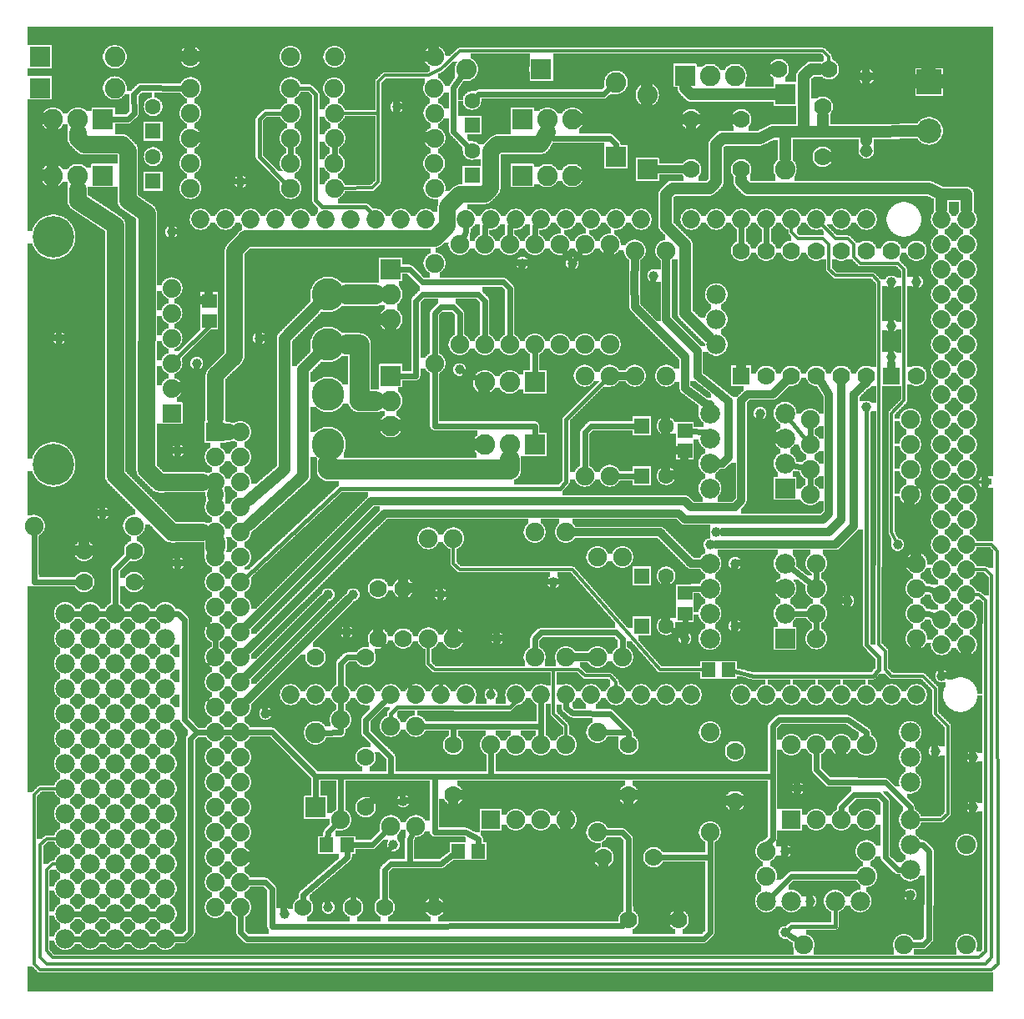
<source format=gtl>
G04 MADE WITH FRITZING*
G04 WWW.FRITZING.ORG*
G04 DOUBLE SIDED*
G04 HOLES PLATED*
G04 CONTOUR ON CENTER OF CONTOUR VECTOR*
%ASAXBY*%
%FSLAX23Y23*%
%MOIN*%
%OFA0B0*%
%SFA1.0B1.0*%
%ADD10C,0.075000*%
%ADD11C,0.039370*%
%ADD12C,0.074000*%
%ADD13C,0.165354*%
%ADD14C,0.070000*%
%ADD15C,0.078000*%
%ADD16C,0.130000*%
%ADD17C,0.072917*%
%ADD18C,0.082000*%
%ADD19C,0.051496*%
%ADD20C,0.079370*%
%ADD21C,0.062992*%
%ADD22C,0.099055*%
%ADD23R,0.059055X0.055118*%
%ADD24R,0.055118X0.059055*%
%ADD25R,0.074000X0.074000*%
%ADD26R,0.070000X0.070000*%
%ADD27R,0.075000X0.075000*%
%ADD28R,0.082000X0.082000*%
%ADD29R,0.079370X0.079370*%
%ADD30R,0.062992X0.062992*%
%ADD31R,0.099055X0.099055*%
%ADD32C,0.024000*%
%ADD33C,0.016000*%
%ADD34C,0.012000*%
%ADD35C,0.032000*%
%ADD36C,0.048000*%
%ADD37C,0.065000*%
%ADD38C,0.080000*%
%LNCOPPER1*%
G90*
G70*
G54D10*
X1582Y3610D03*
X1370Y3468D03*
X660Y1978D03*
X1892Y3738D03*
X1335Y2926D03*
X1332Y2734D03*
X3148Y2424D03*
X2745Y3027D03*
X1578Y2355D03*
X1124Y1982D03*
X2038Y2851D03*
X1046Y1732D03*
X2692Y1853D03*
X3302Y3824D03*
X1848Y1883D03*
X981Y981D03*
X2931Y1082D03*
X1387Y527D03*
X1830Y836D03*
G54D11*
X2666Y1453D03*
X616Y3078D03*
G54D12*
X616Y2353D03*
X616Y2453D03*
X616Y2553D03*
X616Y2653D03*
X616Y2753D03*
X616Y2853D03*
G54D13*
X144Y2148D03*
X144Y3058D03*
G54D11*
X3491Y2878D03*
X3491Y2703D03*
X3491Y2578D03*
X3066Y603D03*
X3116Y853D03*
X3591Y2878D03*
X2216Y2953D03*
X2016Y2953D03*
X966Y2653D03*
X716Y2553D03*
X341Y1953D03*
X641Y2203D03*
X641Y1753D03*
X2866Y1753D03*
X2966Y2353D03*
X3391Y2378D03*
X1502Y628D03*
G54D14*
X3591Y3003D03*
X3591Y2503D03*
X3491Y3003D03*
X3491Y2503D03*
X3391Y3003D03*
X3391Y2503D03*
X3291Y3003D03*
X3291Y2503D03*
X3191Y3003D03*
X3191Y2503D03*
X3091Y3003D03*
X3091Y2503D03*
X2991Y3003D03*
X2991Y2503D03*
X2891Y3003D03*
X2891Y2503D03*
G54D11*
X3866Y2078D03*
X1516Y3578D03*
X3166Y403D03*
X3816Y978D03*
X3816Y778D03*
X891Y3278D03*
X1541Y803D03*
X1891Y1228D03*
G54D10*
X3791Y228D03*
X3791Y628D03*
X3141Y228D03*
X3541Y228D03*
G54D15*
X191Y1553D03*
X291Y1553D03*
X391Y1553D03*
X491Y1553D03*
X591Y1553D03*
X191Y253D03*
X291Y253D03*
X391Y253D03*
X491Y253D03*
X591Y253D03*
X191Y853D03*
X191Y1153D03*
X191Y353D03*
X291Y353D03*
X391Y353D03*
X491Y353D03*
X591Y353D03*
X191Y1353D03*
X191Y1253D03*
X191Y1053D03*
X191Y753D03*
X191Y453D03*
X191Y953D03*
X191Y1453D03*
X191Y653D03*
X191Y553D03*
X291Y853D03*
X291Y1153D03*
X291Y1353D03*
X291Y1253D03*
X291Y1053D03*
X291Y753D03*
X291Y453D03*
X291Y953D03*
X291Y1453D03*
X291Y653D03*
X291Y553D03*
X391Y853D03*
X391Y1153D03*
X391Y1353D03*
X391Y1253D03*
X391Y1053D03*
X391Y753D03*
X391Y453D03*
X391Y953D03*
X391Y1453D03*
X391Y653D03*
X391Y553D03*
X491Y853D03*
X491Y1153D03*
X491Y1353D03*
X491Y1253D03*
X491Y1053D03*
X491Y753D03*
X491Y453D03*
X491Y953D03*
X491Y1453D03*
X491Y653D03*
X491Y553D03*
X591Y453D03*
X591Y553D03*
X591Y653D03*
X591Y753D03*
X591Y853D03*
X591Y953D03*
X591Y1053D03*
X591Y1153D03*
X591Y1253D03*
X591Y1353D03*
X591Y1453D03*
G54D10*
X1891Y728D03*
X1891Y1028D03*
X1991Y728D03*
X1991Y1028D03*
X2091Y728D03*
X2091Y1028D03*
X2191Y728D03*
X2191Y1028D03*
G54D16*
X1241Y2628D03*
X1241Y2828D03*
X1241Y2428D03*
X1241Y2228D03*
X1241Y2628D03*
X1241Y2828D03*
X1241Y2428D03*
X1241Y2228D03*
G54D11*
X1316Y1478D03*
X3316Y1603D03*
X2866Y1503D03*
X2141Y1678D03*
X1691Y1628D03*
X1241Y378D03*
X1066Y353D03*
X166Y2653D03*
X3566Y428D03*
X2541Y2903D03*
X3066Y278D03*
X2791Y1878D03*
X2766Y1828D03*
X1241Y1628D03*
X1341Y1628D03*
X3516Y1828D03*
G54D10*
X3091Y728D03*
X3091Y1028D03*
X3191Y728D03*
X3191Y1028D03*
X3291Y728D03*
X3291Y1028D03*
X3391Y728D03*
X3391Y1028D03*
G54D12*
X891Y2278D03*
X891Y2178D03*
X891Y2078D03*
X891Y1978D03*
X891Y1878D03*
X891Y1778D03*
X891Y1678D03*
X891Y1578D03*
X891Y1478D03*
X891Y1378D03*
X891Y1278D03*
X891Y1178D03*
X891Y1078D03*
X891Y978D03*
X891Y878D03*
X891Y778D03*
X891Y678D03*
X891Y578D03*
X891Y478D03*
X891Y378D03*
X791Y2278D03*
X791Y2178D03*
X791Y2078D03*
X791Y1978D03*
X791Y1878D03*
X791Y1778D03*
X791Y1678D03*
X791Y1578D03*
X791Y1478D03*
X791Y1378D03*
X791Y1278D03*
X791Y1178D03*
X791Y1078D03*
X791Y978D03*
X791Y878D03*
X791Y778D03*
X791Y678D03*
X791Y578D03*
X791Y478D03*
X791Y378D03*
G54D17*
X2991Y1228D03*
X1391Y1228D03*
X3091Y1228D03*
X3191Y1228D03*
X3291Y1228D03*
X3391Y1228D03*
X3691Y2628D03*
X3491Y1228D03*
X3591Y1228D03*
X1431Y3128D03*
X1991Y1228D03*
X2091Y1228D03*
X2191Y1228D03*
X2291Y1228D03*
X3691Y1828D03*
X2391Y1228D03*
X2491Y1228D03*
X2591Y1228D03*
X2691Y1228D03*
X2191Y3128D03*
X3691Y3028D03*
X3691Y2228D03*
X3691Y1428D03*
X1031Y3128D03*
X1791Y1228D03*
X1791Y3128D03*
X3691Y2828D03*
X3691Y2428D03*
X3691Y2028D03*
X3391Y3128D03*
X3691Y1628D03*
X3291Y3128D03*
X3191Y3128D03*
X3091Y3128D03*
X2991Y3128D03*
X2891Y3128D03*
X2791Y3128D03*
X2691Y3128D03*
X831Y3128D03*
X1231Y3128D03*
X1631Y3128D03*
X1191Y1228D03*
X1591Y1228D03*
X2391Y3128D03*
X1991Y3128D03*
X3691Y3128D03*
X3691Y2928D03*
X3691Y2728D03*
X3691Y2528D03*
X3691Y2328D03*
X3691Y2128D03*
X3691Y1928D03*
X3691Y1728D03*
X3691Y1528D03*
X731Y3128D03*
X931Y3128D03*
X1131Y3128D03*
X1331Y3128D03*
X1531Y3128D03*
X1091Y1228D03*
X1291Y1228D03*
X1491Y1228D03*
X1691Y1228D03*
X2491Y3128D03*
X2291Y3128D03*
X2091Y3128D03*
X1891Y3128D03*
X3791Y3128D03*
X3791Y3028D03*
X3791Y2928D03*
X3791Y2828D03*
X3791Y2728D03*
X3791Y2628D03*
X3791Y2528D03*
X3791Y2428D03*
X3791Y2328D03*
X3791Y2228D03*
X3791Y2128D03*
X3791Y2028D03*
X3791Y1928D03*
X3791Y1828D03*
X3791Y1728D03*
X3791Y1628D03*
X3791Y1528D03*
X3791Y1428D03*
X2891Y1228D03*
G54D18*
X1491Y2503D03*
X1491Y2403D03*
X1491Y2303D03*
X2066Y2478D03*
X1966Y2478D03*
X1866Y2478D03*
X1491Y2928D03*
X1491Y2828D03*
X1491Y2728D03*
X2066Y2228D03*
X1966Y2228D03*
X1866Y2228D03*
G54D14*
X1191Y1378D03*
X1391Y1378D03*
G54D10*
X1291Y728D03*
X1291Y1128D03*
G54D18*
X2516Y3328D03*
X2516Y3626D03*
G54D10*
X466Y1903D03*
X66Y1903D03*
G54D15*
X3566Y528D03*
X3566Y628D03*
X3566Y728D03*
X3566Y1078D03*
X3566Y978D03*
X3566Y878D03*
X2791Y2828D03*
X2791Y2728D03*
X2791Y2628D03*
G54D10*
X2991Y603D03*
X3391Y603D03*
X2991Y503D03*
X3391Y503D03*
G54D15*
X2991Y403D03*
X3091Y403D03*
X3266Y403D03*
X3366Y403D03*
G54D10*
X3591Y1453D03*
X3191Y1453D03*
X2366Y3028D03*
X2366Y2628D03*
X2266Y3028D03*
X2266Y2628D03*
X3566Y2028D03*
X3166Y2028D03*
X3591Y1753D03*
X3191Y1753D03*
X2166Y3028D03*
X2166Y2628D03*
X1666Y2953D03*
X1666Y2553D03*
X3566Y2328D03*
X3166Y2328D03*
G54D18*
X2666Y3703D03*
X2766Y3703D03*
X2866Y3703D03*
G54D14*
X3041Y3728D03*
X3241Y3728D03*
X2891Y3528D03*
X2891Y3328D03*
X3216Y3378D03*
X3216Y3578D03*
X2691Y3528D03*
X2691Y3328D03*
G54D18*
X3066Y3628D03*
X3066Y3330D03*
G54D19*
X3391Y3403D03*
X3391Y3698D03*
X3391Y3403D03*
X3391Y3698D03*
G54D20*
X3066Y1453D03*
X2766Y1453D03*
X3066Y1553D03*
X2766Y1553D03*
X3066Y1653D03*
X2766Y1653D03*
X3066Y1753D03*
X2766Y1753D03*
X3066Y2053D03*
X2766Y2053D03*
X3066Y2153D03*
X2766Y2153D03*
X3066Y2253D03*
X2766Y2253D03*
X3066Y2353D03*
X2766Y2353D03*
G54D10*
X3591Y1553D03*
X3191Y1553D03*
X1866Y3028D03*
X1866Y2628D03*
X1966Y3028D03*
X1966Y2628D03*
X3566Y2128D03*
X3166Y2128D03*
X3591Y1653D03*
X3191Y1653D03*
X2066Y3028D03*
X2066Y2628D03*
X1766Y3028D03*
X1766Y2628D03*
X3566Y2228D03*
X3166Y2228D03*
X2066Y1378D03*
X2066Y1878D03*
X2591Y2503D03*
X2591Y3003D03*
X2191Y1878D03*
X2191Y1378D03*
X2466Y3003D03*
X2466Y2503D03*
X2416Y1778D03*
X2416Y1378D03*
X2266Y2103D03*
X2266Y2503D03*
X2316Y1778D03*
X2316Y1378D03*
X2366Y2103D03*
X2366Y2503D03*
G54D21*
X2493Y1703D03*
X2591Y1703D03*
X2493Y2303D03*
X2591Y2303D03*
X2493Y1503D03*
X2591Y1503D03*
X2493Y2103D03*
X2591Y2103D03*
G54D10*
X1741Y1853D03*
X1741Y1453D03*
G54D14*
X1741Y828D03*
X1741Y1028D03*
X1666Y378D03*
X1466Y378D03*
X1391Y778D03*
X1391Y978D03*
X1341Y378D03*
X1141Y378D03*
G54D10*
X1591Y703D03*
X1591Y1103D03*
X1491Y703D03*
X1491Y1103D03*
G54D18*
X1191Y778D03*
X1191Y1076D03*
G54D14*
X2866Y803D03*
X2866Y1003D03*
X266Y1678D03*
X466Y1678D03*
X2441Y828D03*
X2441Y1028D03*
X266Y1803D03*
X466Y1803D03*
X2341Y578D03*
X2541Y578D03*
X2641Y328D03*
X2441Y328D03*
G54D10*
X2766Y678D03*
X2766Y1078D03*
X2316Y678D03*
X2316Y1078D03*
G54D14*
X1441Y1453D03*
X1441Y1653D03*
X1541Y1653D03*
X1541Y1453D03*
G54D10*
X1641Y1853D03*
X1641Y1453D03*
X1091Y3253D03*
X691Y3253D03*
X1266Y3253D03*
X1666Y3253D03*
X1091Y3553D03*
X691Y3553D03*
X1266Y3553D03*
X1666Y3553D03*
G54D21*
X542Y3281D03*
X542Y3379D03*
X1816Y3305D03*
X1816Y3403D03*
X542Y3481D03*
X542Y3579D03*
X1816Y3505D03*
X1816Y3603D03*
G54D18*
X91Y3653D03*
X389Y3653D03*
X2091Y3728D03*
X1793Y3728D03*
X91Y3778D03*
X389Y3778D03*
X2391Y3378D03*
X2391Y3676D03*
X341Y3303D03*
X241Y3303D03*
X141Y3303D03*
X2016Y3303D03*
X2116Y3303D03*
X2216Y3303D03*
X342Y3529D03*
X242Y3529D03*
X142Y3529D03*
X2016Y3528D03*
X2116Y3528D03*
X2216Y3528D03*
G54D10*
X1091Y3353D03*
X691Y3353D03*
X1265Y3352D03*
X1665Y3352D03*
X1091Y3653D03*
X691Y3653D03*
X1265Y3652D03*
X1665Y3652D03*
X1091Y3453D03*
X691Y3453D03*
X1266Y3453D03*
X1666Y3453D03*
X1091Y3778D03*
X691Y3778D03*
X1266Y3778D03*
X1666Y3778D03*
G54D22*
X3641Y3678D03*
X3641Y3481D03*
G54D11*
X1766Y2528D03*
X991Y1153D03*
X1916Y1453D03*
X3666Y1003D03*
X3691Y1303D03*
G54D23*
X2666Y1553D03*
X2666Y1634D03*
X766Y2803D03*
X766Y2722D03*
G54D24*
X1841Y603D03*
X1760Y603D03*
X1235Y628D03*
X1316Y628D03*
X2841Y1328D03*
X2760Y1328D03*
G54D25*
X616Y2353D03*
G54D26*
X2891Y2503D03*
X3491Y2503D03*
G54D27*
X1891Y728D03*
X3091Y728D03*
G54D25*
X791Y2278D03*
G54D28*
X1491Y2503D03*
X2066Y2478D03*
X1491Y2928D03*
X2066Y2228D03*
X2516Y3327D03*
X2666Y3703D03*
X3066Y3629D03*
G54D29*
X3066Y1453D03*
X3066Y2053D03*
G54D30*
X2493Y1703D03*
X2493Y2303D03*
X2493Y1503D03*
X2493Y2103D03*
G54D28*
X1191Y777D03*
G54D30*
X542Y3281D03*
X1816Y3305D03*
X542Y3481D03*
X1816Y3505D03*
G54D28*
X90Y3653D03*
X2092Y3728D03*
X90Y3778D03*
X2391Y3377D03*
X341Y3303D03*
X2016Y3303D03*
X342Y3529D03*
X2016Y3528D03*
G54D31*
X3641Y3678D03*
G54D32*
X2666Y1531D02*
X2666Y1472D01*
D02*
X2691Y1652D02*
X2690Y1651D01*
D02*
X2735Y1653D02*
X2691Y1652D01*
D02*
X2741Y2278D02*
X2690Y2282D01*
D02*
X2744Y2275D02*
X2741Y2278D01*
D02*
X1238Y652D02*
X1241Y678D01*
D02*
X1241Y678D02*
X1271Y708D01*
D02*
X2650Y1464D02*
X2614Y1488D01*
G54D33*
D02*
X766Y2722D02*
X767Y2702D01*
D02*
X767Y2702D02*
X634Y2571D01*
G54D34*
D02*
X2217Y1728D02*
X2567Y1328D01*
D02*
X1767Y1728D02*
X2217Y1728D01*
D02*
X2567Y1328D02*
X2738Y1328D01*
D02*
X1742Y1753D02*
X1767Y1728D01*
D02*
X1741Y1830D02*
X1742Y1753D01*
G54D32*
D02*
X561Y353D02*
X521Y353D01*
D02*
X461Y353D02*
X421Y353D01*
D02*
X361Y353D02*
X321Y353D01*
D02*
X261Y353D02*
X221Y353D01*
G54D35*
D02*
X3491Y2553D02*
X3491Y2535D01*
G54D32*
D02*
X2206Y2969D02*
X2182Y3004D01*
D02*
X2227Y2969D02*
X2250Y3004D01*
D02*
X1340Y477D02*
X1341Y404D01*
D02*
X1488Y615D02*
X1340Y477D01*
G54D33*
D02*
X2942Y1303D02*
X3416Y1303D01*
D02*
X3416Y1303D02*
X3440Y1328D01*
D02*
X3440Y1328D02*
X3440Y1377D01*
D02*
X3440Y1377D02*
X3391Y1428D01*
D02*
X3391Y1428D02*
X3391Y2365D01*
D02*
X2863Y1322D02*
X2942Y1303D01*
G54D34*
D02*
X3616Y2078D02*
X3853Y2078D01*
D02*
X3582Y2044D02*
X3616Y2078D01*
G54D32*
D02*
X666Y253D02*
X621Y253D01*
D02*
X521Y253D02*
X561Y253D01*
D02*
X691Y278D02*
X666Y253D01*
D02*
X1391Y804D02*
X1391Y804D01*
D02*
X1522Y803D02*
X1391Y804D01*
G54D34*
D02*
X716Y1252D02*
X716Y1304D01*
D02*
X773Y1196D02*
X716Y1252D01*
D02*
X716Y1304D02*
X773Y1360D01*
G54D32*
D02*
X492Y1678D02*
X591Y1677D01*
D02*
X591Y1677D02*
X769Y1500D01*
D02*
X791Y1409D02*
X791Y1447D01*
D02*
X461Y1553D02*
X421Y1553D01*
D02*
X561Y1553D02*
X521Y1553D01*
G54D34*
D02*
X141Y553D02*
X167Y553D01*
D02*
X91Y853D02*
X167Y853D01*
D02*
X116Y653D02*
X167Y653D01*
G54D32*
D02*
X221Y253D02*
X261Y253D01*
D02*
X321Y253D02*
X361Y253D01*
D02*
X421Y253D02*
X461Y253D01*
G54D33*
D02*
X1517Y1179D02*
X1491Y1153D01*
D02*
X1966Y1177D02*
X1517Y1179D01*
D02*
X1991Y1203D02*
X1966Y1177D01*
D02*
X1491Y1153D02*
X1491Y1126D01*
D02*
X1717Y1303D02*
X1691Y1277D01*
D02*
X1866Y1303D02*
X1717Y1303D01*
D02*
X1891Y1277D02*
X1866Y1303D01*
D02*
X1691Y1277D02*
X1691Y1253D01*
D02*
X1891Y1241D02*
X1891Y1277D01*
G54D32*
D02*
X391Y1728D02*
X448Y1785D01*
D02*
X391Y1583D02*
X391Y1728D01*
D02*
X261Y1553D02*
X221Y1553D01*
D02*
X361Y1553D02*
X321Y1553D01*
G54D33*
D02*
X1991Y1203D02*
X1991Y1203D01*
D02*
X3091Y303D02*
X3266Y303D01*
D02*
X3266Y303D02*
X3266Y378D01*
D02*
X3076Y287D02*
X3091Y303D01*
G54D32*
D02*
X3082Y267D02*
X3117Y244D01*
D02*
X2091Y1103D02*
X2091Y1057D01*
D02*
X1291Y903D02*
X1291Y757D01*
D02*
X1191Y903D02*
X1191Y810D01*
D02*
X1791Y678D02*
X1666Y679D01*
D02*
X1841Y652D02*
X1791Y678D01*
D02*
X1841Y627D02*
X1841Y652D01*
G54D36*
D02*
X3391Y3479D02*
X3391Y3441D01*
D02*
X3217Y3479D02*
X3216Y3541D01*
D02*
X2691Y3628D02*
X3023Y3628D01*
D02*
X2666Y3653D02*
X2691Y3628D01*
D02*
X2666Y3660D02*
X2666Y3653D01*
G54D32*
D02*
X1291Y1198D02*
X1291Y1157D01*
G54D36*
D02*
X2617Y3253D02*
X2591Y3228D01*
D02*
X2666Y2753D02*
X2762Y2657D01*
D02*
X2666Y3028D02*
X2666Y2753D01*
D02*
X2591Y3103D02*
X2666Y3028D01*
D02*
X2591Y3228D02*
X2591Y3103D01*
D02*
X2766Y3253D02*
X2617Y3253D01*
D02*
X2791Y3277D02*
X2766Y3253D01*
D02*
X2817Y3453D02*
X2791Y3428D01*
D02*
X2966Y3453D02*
X2817Y3453D01*
D02*
X3017Y3477D02*
X2966Y3453D01*
D02*
X2791Y3428D02*
X2791Y3277D01*
D02*
X3066Y3479D02*
X3017Y3477D01*
D02*
X3142Y3703D02*
X3172Y3730D01*
D02*
X3172Y3730D02*
X3204Y3729D01*
D02*
X3142Y3477D02*
X3142Y3703D01*
D02*
X1067Y2653D02*
X1201Y2788D01*
D02*
X1067Y2128D02*
X1067Y2653D01*
D02*
X923Y2005D02*
X1067Y2128D01*
D02*
X1142Y2528D02*
X1201Y2587D01*
D02*
X1142Y2103D02*
X1142Y2528D01*
D02*
X923Y1906D02*
X1142Y2103D01*
G54D37*
D02*
X845Y2278D02*
X838Y2278D01*
G54D35*
D02*
X2282Y1378D02*
X2225Y1378D01*
G54D32*
D02*
X1666Y903D02*
X1666Y679D01*
D02*
X1567Y652D02*
X1579Y677D01*
D02*
X1567Y552D02*
X1567Y652D01*
G54D34*
D02*
X2142Y1152D02*
X2191Y1104D01*
D02*
X2191Y1104D02*
X2191Y1051D01*
D02*
X2142Y1328D02*
X2142Y1152D01*
D02*
X2142Y1328D02*
X2242Y1328D01*
D02*
X2367Y1304D02*
X2391Y1277D01*
D02*
X2267Y1304D02*
X2367Y1304D01*
D02*
X2242Y1328D02*
X2267Y1304D01*
D02*
X1667Y1328D02*
X2142Y1328D01*
D02*
X1642Y1352D02*
X1667Y1328D01*
D02*
X2391Y1277D02*
X2391Y1253D01*
D02*
X1641Y1430D02*
X1642Y1352D01*
G54D32*
D02*
X1742Y1103D02*
X1741Y1054D01*
D02*
X2091Y1103D02*
X2091Y1198D01*
D02*
X1742Y1103D02*
X2091Y1103D01*
D02*
X1620Y1103D02*
X1742Y1103D01*
D02*
X1891Y902D02*
X1891Y999D01*
G54D36*
D02*
X3142Y3477D02*
X3217Y3479D01*
D02*
X3391Y3479D02*
X3589Y3481D01*
D02*
X3217Y3479D02*
X3391Y3479D01*
D02*
X3066Y3479D02*
X3142Y3477D01*
D02*
X3066Y3373D02*
X3066Y3479D01*
G54D32*
D02*
X67Y1678D02*
X66Y1874D01*
D02*
X240Y1678D02*
X67Y1678D01*
G54D38*
D02*
X1241Y2128D02*
X1966Y2128D01*
D02*
X1966Y2128D02*
X1966Y2168D01*
D02*
X1241Y2154D02*
X1241Y2128D01*
D02*
X1366Y2628D02*
X1366Y2403D01*
D02*
X1366Y2403D02*
X1431Y2403D01*
D02*
X1315Y2628D02*
X1366Y2628D01*
D02*
X1315Y2828D02*
X1431Y2828D01*
G54D32*
D02*
X691Y1052D02*
X691Y278D01*
D02*
X716Y1077D02*
X691Y1052D01*
G54D34*
D02*
X3416Y2904D02*
X3267Y2904D01*
D02*
X3116Y3052D02*
X3091Y3077D01*
D02*
X3242Y3028D02*
X3216Y3052D01*
D02*
X3242Y2928D02*
X3242Y3028D01*
D02*
X3267Y2904D02*
X3242Y2928D01*
D02*
X3216Y3052D02*
X3116Y3052D01*
D02*
X3091Y3077D02*
X3091Y3103D01*
D02*
X3442Y2877D02*
X3416Y2904D01*
D02*
X3442Y2428D02*
X3442Y2877D01*
D02*
X3440Y1428D02*
X3442Y2428D01*
D02*
X3516Y2952D02*
X3542Y2928D01*
D02*
X3342Y2977D02*
X3367Y2952D01*
D02*
X3367Y2952D02*
X3516Y2952D01*
D02*
X3542Y2404D02*
X3491Y2352D01*
D02*
X3542Y2928D02*
X3542Y2404D01*
D02*
X3340Y3028D02*
X3342Y2977D01*
D02*
X3267Y3052D02*
X3316Y3052D01*
D02*
X3316Y3052D02*
X3340Y3028D01*
D02*
X3209Y3111D02*
X3267Y3052D01*
D02*
X3491Y1878D02*
X3510Y1840D01*
D02*
X3491Y2352D02*
X3491Y1878D01*
G54D32*
D02*
X1316Y1378D02*
X1365Y1378D01*
D02*
X1291Y1353D02*
X1316Y1378D01*
D02*
X1291Y1258D02*
X1291Y1353D01*
G54D34*
D02*
X91Y179D02*
X116Y152D01*
D02*
X91Y628D02*
X91Y179D01*
D02*
X116Y653D02*
X91Y628D01*
D02*
X3866Y153D02*
X3891Y177D01*
D02*
X3891Y1704D02*
X3867Y1728D01*
D02*
X116Y152D02*
X3866Y153D01*
D02*
X3891Y177D02*
X3891Y1704D01*
D02*
X3867Y1728D02*
X3816Y1728D01*
D02*
X67Y828D02*
X67Y152D01*
D02*
X91Y853D02*
X67Y828D01*
D02*
X67Y152D02*
X91Y128D01*
D02*
X116Y528D02*
X116Y204D01*
D02*
X141Y553D02*
X116Y528D01*
D02*
X116Y204D02*
X140Y177D01*
D02*
X3840Y177D02*
X3866Y203D01*
D02*
X3867Y1604D02*
X3841Y1628D01*
G54D32*
D02*
X991Y478D02*
X1016Y453D01*
D02*
X1016Y453D02*
X1016Y303D01*
D02*
X1016Y303D02*
X2416Y304D01*
D02*
X922Y478D02*
X991Y478D01*
D02*
X2416Y304D02*
X2422Y310D01*
D02*
X2741Y253D02*
X916Y253D01*
D02*
X916Y253D02*
X891Y278D01*
D02*
X891Y278D02*
X891Y347D01*
D02*
X2766Y278D02*
X2741Y253D01*
D02*
X2766Y578D02*
X2766Y278D01*
G54D34*
D02*
X140Y177D02*
X3840Y177D01*
D02*
X3866Y203D02*
X3867Y1604D01*
D02*
X3841Y1628D02*
X3816Y1628D01*
D02*
X3891Y128D02*
X3917Y153D01*
D02*
X3915Y1802D02*
X3891Y1828D01*
D02*
X91Y128D02*
X3891Y128D01*
D02*
X3917Y153D02*
X3915Y1802D01*
D02*
X3891Y1828D02*
X3816Y1828D01*
G54D32*
D02*
X667Y1128D02*
X716Y1077D01*
D02*
X642Y1553D02*
X667Y1528D01*
D02*
X667Y1528D02*
X667Y1128D01*
D02*
X621Y1553D02*
X642Y1553D01*
D02*
X716Y1077D02*
X760Y1078D01*
D02*
X3617Y228D02*
X3640Y253D01*
D02*
X3570Y228D02*
X3617Y228D01*
D02*
X3640Y253D02*
X3642Y603D01*
D02*
X1191Y903D02*
X1017Y1078D01*
D02*
X1491Y903D02*
X1291Y903D01*
D02*
X1291Y903D02*
X1191Y903D01*
D02*
X1666Y903D02*
X1491Y903D01*
D02*
X3617Y628D02*
X3596Y628D01*
D02*
X3642Y603D02*
X3617Y628D01*
G54D35*
D02*
X2667Y2003D02*
X2691Y1977D01*
D02*
X1415Y2002D02*
X2667Y2003D01*
D02*
X2691Y1977D02*
X2867Y1977D01*
D02*
X2891Y2004D02*
X2891Y2404D01*
D02*
X2916Y2428D02*
X3016Y2428D01*
D02*
X3016Y2428D02*
X3069Y2481D01*
D02*
X2891Y2404D02*
X2916Y2428D01*
D02*
X2867Y1977D02*
X2891Y2004D01*
D02*
X917Y1504D02*
X1415Y2002D01*
G54D32*
D02*
X2091Y1477D02*
X2067Y1452D01*
D02*
X2391Y1477D02*
X2091Y1477D01*
D02*
X2416Y1452D02*
X2391Y1477D01*
D02*
X2067Y1452D02*
X2066Y1407D01*
D02*
X2416Y1407D02*
X2416Y1452D01*
G54D35*
D02*
X917Y1204D02*
X1324Y1611D01*
D02*
X917Y1304D02*
X1224Y1611D01*
D02*
X3342Y2428D02*
X3367Y2452D01*
D02*
X3391Y2477D02*
X3391Y2471D01*
D02*
X3367Y2452D02*
X3391Y2477D01*
D02*
X3341Y1902D02*
X3342Y2428D01*
D02*
X3267Y1828D02*
X3341Y1902D01*
D02*
X2791Y1828D02*
X3267Y1828D01*
D02*
X3241Y1878D02*
X3291Y1928D01*
D02*
X3291Y1928D02*
X3291Y2471D01*
D02*
X2816Y1878D02*
X3241Y1878D01*
D02*
X3216Y1928D02*
X3242Y1952D01*
D02*
X3242Y2428D02*
X3209Y2477D01*
D02*
X1467Y1952D02*
X2642Y1953D01*
D02*
X2642Y1953D02*
X2667Y1928D01*
D02*
X2667Y1928D02*
X3216Y1928D01*
D02*
X3242Y1952D02*
X3242Y2428D01*
D02*
X917Y1404D02*
X1467Y1952D01*
G54D34*
D02*
X3466Y1403D02*
X3440Y1428D01*
D02*
X3466Y1328D02*
X3466Y1403D01*
D02*
X3491Y1303D02*
X3466Y1328D01*
D02*
X3616Y1303D02*
X3491Y1303D01*
D02*
X3666Y1253D02*
X3616Y1303D01*
D02*
X3666Y1153D02*
X3666Y1253D01*
G54D32*
D02*
X2991Y3098D02*
X2991Y3029D01*
D02*
X2891Y3098D02*
X2891Y3029D01*
D02*
X3642Y1552D02*
X3620Y1553D01*
D02*
X3642Y1652D02*
X3620Y1653D01*
D02*
X3664Y1642D02*
X3642Y1652D01*
D02*
X3664Y1542D02*
X3642Y1552D01*
G54D34*
D02*
X3716Y1103D02*
X3666Y1153D01*
D02*
X3691Y728D02*
X3716Y753D01*
D02*
X3716Y753D02*
X3716Y1103D01*
D02*
X3591Y728D02*
X3691Y728D01*
G54D33*
D02*
X2167Y2052D02*
X2191Y2078D01*
D02*
X1291Y2052D02*
X2167Y2052D01*
G54D38*
D02*
X791Y1819D02*
X791Y1837D01*
G54D33*
D02*
X2191Y2328D02*
X2350Y2487D01*
D02*
X2191Y2078D02*
X2191Y2328D01*
D02*
X910Y1695D02*
X1291Y2052D01*
G54D32*
D02*
X1017Y1078D02*
X922Y1078D01*
G54D37*
D02*
X791Y2025D02*
X791Y2031D01*
G54D32*
D02*
X822Y1078D02*
X860Y1078D01*
D02*
X1491Y979D02*
X1491Y903D01*
D02*
X1391Y1077D02*
X1491Y979D01*
D02*
X1391Y1128D02*
X1391Y1077D01*
D02*
X1466Y1203D02*
X1391Y1128D01*
D02*
X1470Y1207D02*
X1466Y1203D01*
G54D35*
D02*
X2466Y2778D02*
X2465Y2876D01*
D02*
X2666Y2577D02*
X2466Y2778D01*
D02*
X2465Y2876D02*
X2466Y2969D01*
G54D32*
D02*
X1566Y2928D02*
X1616Y2877D01*
G54D35*
D02*
X2667Y2453D02*
X2666Y2577D01*
G54D32*
D02*
X1523Y2928D02*
X1566Y2928D01*
D02*
X1616Y2877D02*
X1942Y2877D01*
G54D35*
D02*
X2767Y2377D02*
X2667Y2453D01*
D02*
X2767Y2389D02*
X2767Y2377D01*
G54D32*
D02*
X1591Y2803D02*
X1616Y2828D01*
D02*
X1616Y2828D02*
X1842Y2828D01*
D02*
X1842Y2828D02*
X1867Y2803D01*
D02*
X1967Y2853D02*
X1966Y2657D01*
D02*
X1967Y3103D02*
X1970Y3107D01*
D02*
X1966Y3057D02*
X1967Y3103D01*
D02*
X2067Y3103D02*
X2070Y3107D01*
D02*
X2066Y3057D02*
X2067Y3103D01*
D02*
X1942Y2877D02*
X1967Y2853D01*
D02*
X1591Y2503D02*
X1591Y2803D01*
D02*
X1523Y2503D02*
X1591Y2503D01*
D02*
X1867Y2803D02*
X1866Y2657D01*
D02*
X1791Y3078D02*
X1791Y3098D01*
D02*
X1867Y3103D02*
X1870Y3107D01*
D02*
X1866Y3057D02*
X1867Y3103D01*
D02*
X1779Y3054D02*
X1791Y3078D01*
G54D34*
D02*
X3217Y3802D02*
X3241Y3778D01*
D02*
X3241Y3778D02*
X3241Y3749D01*
D02*
X1441Y3678D02*
X1441Y3552D01*
D02*
X1641Y3704D02*
X1691Y3728D01*
D02*
X1691Y3728D02*
X1767Y3802D01*
D02*
X1767Y3802D02*
X3217Y3802D01*
D02*
X1441Y3552D02*
X1441Y3278D01*
D02*
X1441Y3278D02*
X1417Y3254D01*
D02*
X1467Y3704D02*
X1641Y3704D01*
D02*
X1467Y3704D02*
X1441Y3678D01*
D02*
X1417Y3254D02*
X1289Y3253D01*
G54D33*
D02*
X967Y3377D02*
X1075Y3269D01*
G54D34*
D02*
X1441Y3552D02*
X1289Y3553D01*
G54D33*
D02*
X967Y3528D02*
X967Y3377D01*
D02*
X1068Y3553D02*
X991Y3552D01*
D02*
X991Y3552D02*
X967Y3528D01*
G54D32*
D02*
X1741Y3654D02*
X1775Y3702D01*
D02*
X1742Y3479D02*
X1741Y3654D01*
D02*
X1797Y3422D02*
X1742Y3479D01*
D02*
X2391Y3428D02*
X2366Y3453D01*
D02*
X2141Y3453D02*
X2116Y3478D01*
D02*
X2366Y3453D02*
X2141Y3453D01*
D02*
X2391Y3410D02*
X2391Y3428D01*
D02*
X2116Y3478D02*
X2116Y3496D01*
D02*
X440Y3528D02*
X374Y3529D01*
D02*
X467Y3552D02*
X440Y3528D01*
D02*
X465Y3628D02*
X467Y3552D01*
D02*
X491Y3654D02*
X465Y3628D01*
D02*
X663Y3653D02*
X491Y3654D01*
D02*
X1841Y3628D02*
X1835Y3622D01*
D02*
X2341Y3628D02*
X1841Y3628D01*
D02*
X2368Y3654D02*
X2341Y3628D01*
D02*
X3191Y928D02*
X3191Y999D01*
D02*
X3240Y879D02*
X3191Y928D01*
D02*
X3466Y877D02*
X3240Y879D01*
D02*
X3566Y779D02*
X3466Y877D01*
D02*
X3566Y758D02*
X3566Y779D01*
D02*
X1742Y2777D02*
X1767Y2753D01*
D02*
X1767Y2753D02*
X1766Y2657D01*
D02*
X1666Y2303D02*
X1666Y2524D01*
D02*
X2066Y2303D02*
X1666Y2303D01*
D02*
X1666Y2753D02*
X1691Y2778D01*
D02*
X1666Y2582D02*
X1666Y2753D01*
D02*
X1691Y2778D02*
X1742Y2777D01*
D02*
X2066Y2260D02*
X2066Y2303D01*
D02*
X2066Y2599D02*
X2066Y2510D01*
G54D35*
D02*
X2554Y3328D02*
X2660Y3328D01*
G54D32*
D02*
X1291Y1077D02*
X1223Y1076D01*
D02*
X1291Y1099D02*
X1291Y1077D01*
G54D35*
D02*
X2567Y1877D02*
X2225Y1878D01*
D02*
X2691Y1753D02*
X2567Y1877D01*
D02*
X2730Y1753D02*
X2691Y1753D01*
D02*
X2842Y2403D02*
X2842Y2177D01*
D02*
X2842Y2177D02*
X2816Y2152D01*
D02*
X2717Y2603D02*
X2716Y2503D01*
D02*
X2591Y2728D02*
X2717Y2603D01*
D02*
X2716Y2503D02*
X2842Y2403D01*
D02*
X2816Y2152D02*
X2803Y2153D01*
D02*
X2591Y2969D02*
X2591Y2728D01*
G54D32*
D02*
X3466Y577D02*
X3517Y528D01*
D02*
X3517Y528D02*
X3536Y528D01*
D02*
X3466Y803D02*
X3466Y577D01*
D02*
X3442Y828D02*
X3466Y803D01*
D02*
X3342Y828D02*
X3442Y828D01*
D02*
X3291Y777D02*
X3342Y828D01*
D02*
X3291Y757D02*
X3291Y777D01*
D02*
X3091Y503D02*
X3363Y503D01*
D02*
X3013Y424D02*
X3091Y503D01*
D02*
X3191Y1724D02*
X3191Y1682D01*
D02*
X3166Y2328D02*
X3166Y2257D01*
D02*
X3191Y1524D02*
X3191Y1482D01*
D02*
X3166Y2099D02*
X3166Y2057D01*
D02*
X3097Y1553D02*
X3163Y1553D01*
D02*
X3090Y1734D02*
X3169Y1671D01*
G54D36*
D02*
X3791Y3228D02*
X3791Y3169D01*
D02*
X3691Y3228D02*
X3791Y3228D01*
D02*
X2917Y3252D02*
X2891Y3278D01*
D02*
X3641Y3252D02*
X2917Y3252D01*
D02*
X2891Y3278D02*
X2891Y3291D01*
D02*
X3691Y3228D02*
X3641Y3252D01*
D02*
X3691Y3169D02*
X3691Y3228D01*
G54D32*
D02*
X3096Y2146D02*
X3138Y2135D01*
G54D33*
D02*
X3082Y2333D02*
X3152Y2246D01*
G54D35*
D02*
X2400Y2503D02*
X2432Y2503D01*
G54D32*
D02*
X2466Y2103D02*
X2395Y2103D01*
D02*
X2291Y2303D02*
X2267Y2277D01*
D02*
X2267Y2277D02*
X2266Y2132D01*
D02*
X2466Y2303D02*
X2291Y2303D01*
D02*
X1091Y3424D02*
X1091Y3382D01*
D02*
X1266Y3424D02*
X1266Y3381D01*
D02*
X2766Y649D02*
X2766Y578D01*
D02*
X2766Y578D02*
X2567Y578D01*
D02*
X1691Y552D02*
X1738Y587D01*
D02*
X1567Y552D02*
X1691Y552D01*
D02*
X1491Y552D02*
X1567Y552D01*
D02*
X1466Y528D02*
X1491Y552D01*
D02*
X1466Y404D02*
X1466Y528D01*
D02*
X2416Y677D02*
X2345Y678D01*
D02*
X2440Y652D02*
X2416Y677D01*
D02*
X2441Y354D02*
X2440Y652D01*
D02*
X2441Y1078D02*
X2441Y1054D01*
D02*
X2366Y1153D02*
X2441Y1078D01*
D02*
X2217Y1154D02*
X2366Y1153D01*
D02*
X2191Y1176D02*
X2217Y1154D01*
D02*
X2191Y1198D02*
X2191Y1176D01*
D02*
X1317Y578D02*
X1317Y604D01*
D02*
X1141Y428D02*
X1317Y578D01*
D02*
X1141Y404D02*
X1141Y428D01*
D02*
X1417Y628D02*
X1338Y628D01*
D02*
X1471Y683D02*
X1417Y628D01*
G54D33*
D02*
X1419Y3149D02*
X1417Y3153D01*
D02*
X1417Y3153D02*
X1391Y3178D01*
D02*
X1217Y3178D02*
X1191Y3204D01*
D02*
X1391Y3178D02*
X1217Y3178D01*
D02*
X1191Y3204D02*
X1191Y3628D01*
D02*
X1191Y3628D02*
X1167Y3652D01*
D02*
X1167Y3652D02*
X1114Y3653D01*
G54D14*
D02*
X516Y3152D02*
X440Y3204D01*
D02*
X515Y2128D02*
X516Y3152D01*
D02*
X738Y2078D02*
X567Y2077D01*
D02*
X567Y2077D02*
X515Y2128D01*
D02*
X440Y3204D02*
X441Y3403D01*
D02*
X441Y3403D02*
X416Y3428D01*
D02*
X266Y3428D02*
X241Y3453D01*
D02*
X241Y3453D02*
X241Y3475D01*
D02*
X416Y3428D02*
X266Y3428D01*
G54D37*
D02*
X1866Y3228D02*
X1891Y3253D01*
D02*
X867Y2578D02*
X867Y3002D01*
D02*
X791Y2504D02*
X867Y2578D01*
D02*
X791Y2331D02*
X791Y2504D01*
D02*
X867Y3002D02*
X915Y3052D01*
D02*
X915Y3052D02*
X1667Y3052D01*
D02*
X1667Y3052D02*
X1717Y3102D01*
D02*
X1717Y3102D02*
X1717Y3178D01*
D02*
X1717Y3178D02*
X1767Y3228D01*
D02*
X1767Y3228D02*
X1866Y3228D01*
D02*
X2116Y3478D02*
X2116Y3474D01*
D02*
X2091Y3428D02*
X2116Y3478D01*
D02*
X1917Y3428D02*
X2091Y3428D01*
D02*
X1891Y3402D02*
X1917Y3428D01*
D02*
X1891Y3253D02*
X1891Y3402D01*
G54D14*
D02*
X738Y1878D02*
X616Y1877D01*
D02*
X616Y1877D02*
X391Y2104D01*
D02*
X391Y3104D02*
X241Y3203D01*
D02*
X241Y3203D02*
X241Y3249D01*
D02*
X391Y2104D02*
X391Y3104D01*
G54D32*
D02*
X2441Y1078D02*
X2345Y1078D01*
D02*
X3017Y1103D02*
X3017Y903D01*
D02*
X1891Y902D02*
X1666Y903D01*
D02*
X3391Y1077D02*
X3391Y1057D01*
D02*
X3042Y1128D02*
X3317Y1128D01*
D02*
X3017Y1103D02*
X3042Y1128D01*
D02*
X3317Y1128D02*
X3391Y1077D01*
D02*
X3017Y653D02*
X3017Y903D01*
D02*
X2991Y628D02*
X3017Y653D01*
D02*
X2991Y632D02*
X2991Y628D01*
D02*
X3017Y903D02*
X1891Y902D01*
D02*
X1783Y2520D02*
X1837Y2492D01*
D02*
X1574Y1253D02*
X1456Y1431D01*
G36*
X1738Y3759D02*
X1738Y3757D01*
X1736Y3757D01*
X1736Y3755D01*
X1734Y3755D01*
X1734Y3753D01*
X1732Y3753D01*
X1732Y3751D01*
X1730Y3751D01*
X1730Y3749D01*
X1728Y3749D01*
X1728Y3747D01*
X1726Y3747D01*
X1726Y3745D01*
X1724Y3745D01*
X1724Y3743D01*
X1722Y3743D01*
X1722Y3741D01*
X1720Y3741D01*
X1720Y3739D01*
X1718Y3739D01*
X1718Y3737D01*
X1716Y3737D01*
X1716Y3735D01*
X1714Y3735D01*
X1714Y3733D01*
X1712Y3733D01*
X1712Y3731D01*
X1710Y3731D01*
X1710Y3729D01*
X1708Y3729D01*
X1708Y3727D01*
X1706Y3727D01*
X1706Y3725D01*
X1704Y3725D01*
X1704Y3723D01*
X1702Y3723D01*
X1702Y3721D01*
X1700Y3721D01*
X1700Y3719D01*
X1698Y3719D01*
X1698Y3717D01*
X1694Y3717D01*
X1694Y3715D01*
X1690Y3715D01*
X1690Y3713D01*
X1686Y3713D01*
X1686Y3711D01*
X1682Y3711D01*
X1682Y3691D01*
X1686Y3691D01*
X1686Y3689D01*
X1690Y3689D01*
X1690Y3687D01*
X1692Y3687D01*
X1692Y3685D01*
X1694Y3685D01*
X1694Y3683D01*
X1696Y3683D01*
X1696Y3681D01*
X1698Y3681D01*
X1698Y3679D01*
X1700Y3679D01*
X1700Y3677D01*
X1702Y3677D01*
X1702Y3673D01*
X1704Y3673D01*
X1704Y3669D01*
X1706Y3669D01*
X1706Y3663D01*
X1726Y3663D01*
X1726Y3665D01*
X1728Y3665D01*
X1728Y3667D01*
X1730Y3667D01*
X1730Y3671D01*
X1732Y3671D01*
X1732Y3673D01*
X1734Y3673D01*
X1734Y3677D01*
X1736Y3677D01*
X1736Y3679D01*
X1738Y3679D01*
X1738Y3681D01*
X1740Y3681D01*
X1740Y3685D01*
X1742Y3685D01*
X1742Y3687D01*
X1744Y3687D01*
X1744Y3691D01*
X1746Y3691D01*
X1746Y3693D01*
X1748Y3693D01*
X1748Y3719D01*
X1746Y3719D01*
X1746Y3737D01*
X1748Y3737D01*
X1748Y3743D01*
X1750Y3743D01*
X1750Y3749D01*
X1752Y3749D01*
X1752Y3751D01*
X1754Y3751D01*
X1754Y3755D01*
X1756Y3755D01*
X1756Y3757D01*
X1758Y3757D01*
X1758Y3759D01*
X1738Y3759D01*
G37*
D02*
G36*
X1470Y3691D02*
X1470Y3689D01*
X1468Y3689D01*
X1468Y3687D01*
X1466Y3687D01*
X1466Y3685D01*
X1464Y3685D01*
X1464Y3683D01*
X1462Y3683D01*
X1462Y3681D01*
X1460Y3681D01*
X1460Y3679D01*
X1458Y3679D01*
X1458Y3677D01*
X1456Y3677D01*
X1456Y3675D01*
X1454Y3675D01*
X1454Y3603D01*
X1524Y3603D01*
X1524Y3601D01*
X1528Y3601D01*
X1528Y3599D01*
X1532Y3599D01*
X1532Y3597D01*
X1534Y3597D01*
X1534Y3595D01*
X1536Y3595D01*
X1536Y3593D01*
X1538Y3593D01*
X1538Y3589D01*
X1540Y3589D01*
X1540Y3583D01*
X1542Y3583D01*
X1542Y3573D01*
X1540Y3573D01*
X1540Y3567D01*
X1538Y3567D01*
X1538Y3563D01*
X1536Y3563D01*
X1536Y3561D01*
X1534Y3561D01*
X1534Y3559D01*
X1532Y3559D01*
X1532Y3557D01*
X1528Y3557D01*
X1528Y3555D01*
X1524Y3555D01*
X1524Y3553D01*
X1622Y3553D01*
X1622Y3557D01*
X1624Y3557D01*
X1624Y3567D01*
X1626Y3567D01*
X1626Y3571D01*
X1628Y3571D01*
X1628Y3575D01*
X1630Y3575D01*
X1630Y3579D01*
X1632Y3579D01*
X1632Y3581D01*
X1634Y3581D01*
X1634Y3583D01*
X1636Y3583D01*
X1636Y3585D01*
X1638Y3585D01*
X1638Y3587D01*
X1640Y3587D01*
X1640Y3589D01*
X1644Y3589D01*
X1644Y3591D01*
X1648Y3591D01*
X1648Y3613D01*
X1644Y3613D01*
X1644Y3615D01*
X1642Y3615D01*
X1642Y3617D01*
X1638Y3617D01*
X1638Y3619D01*
X1636Y3619D01*
X1636Y3621D01*
X1634Y3621D01*
X1634Y3623D01*
X1632Y3623D01*
X1632Y3625D01*
X1630Y3625D01*
X1630Y3629D01*
X1628Y3629D01*
X1628Y3631D01*
X1626Y3631D01*
X1626Y3635D01*
X1624Y3635D01*
X1624Y3643D01*
X1622Y3643D01*
X1622Y3661D01*
X1624Y3661D01*
X1624Y3669D01*
X1626Y3669D01*
X1626Y3691D01*
X1470Y3691D01*
G37*
D02*
G36*
X1454Y3603D02*
X1454Y3553D01*
X1508Y3553D01*
X1508Y3555D01*
X1504Y3555D01*
X1504Y3557D01*
X1500Y3557D01*
X1500Y3559D01*
X1498Y3559D01*
X1498Y3561D01*
X1496Y3561D01*
X1496Y3563D01*
X1494Y3563D01*
X1494Y3567D01*
X1492Y3567D01*
X1492Y3573D01*
X1490Y3573D01*
X1490Y3583D01*
X1492Y3583D01*
X1492Y3589D01*
X1494Y3589D01*
X1494Y3593D01*
X1496Y3593D01*
X1496Y3595D01*
X1498Y3595D01*
X1498Y3597D01*
X1500Y3597D01*
X1500Y3599D01*
X1504Y3599D01*
X1504Y3601D01*
X1508Y3601D01*
X1508Y3603D01*
X1454Y3603D01*
G37*
D02*
G36*
X1454Y3553D02*
X1454Y3551D01*
X1622Y3551D01*
X1622Y3553D01*
X1454Y3553D01*
G37*
D02*
G36*
X1454Y3553D02*
X1454Y3551D01*
X1622Y3551D01*
X1622Y3553D01*
X1454Y3553D01*
G37*
D02*
G36*
X1454Y3551D02*
X1454Y3277D01*
X1452Y3277D01*
X1452Y3271D01*
X1450Y3271D01*
X1450Y3269D01*
X1448Y3269D01*
X1448Y3267D01*
X1446Y3267D01*
X1446Y3265D01*
X1444Y3265D01*
X1444Y3263D01*
X1442Y3263D01*
X1442Y3261D01*
X1440Y3261D01*
X1440Y3259D01*
X1438Y3259D01*
X1438Y3257D01*
X1436Y3257D01*
X1436Y3255D01*
X1434Y3255D01*
X1434Y3253D01*
X1432Y3253D01*
X1432Y3251D01*
X1430Y3251D01*
X1430Y3249D01*
X1428Y3249D01*
X1428Y3247D01*
X1426Y3247D01*
X1426Y3245D01*
X1424Y3245D01*
X1424Y3243D01*
X1420Y3243D01*
X1420Y3241D01*
X1308Y3241D01*
X1308Y3239D01*
X1306Y3239D01*
X1306Y3233D01*
X1304Y3233D01*
X1304Y3231D01*
X1302Y3231D01*
X1302Y3227D01*
X1300Y3227D01*
X1300Y3225D01*
X1298Y3225D01*
X1298Y3223D01*
X1296Y3223D01*
X1296Y3221D01*
X1294Y3221D01*
X1294Y3219D01*
X1292Y3219D01*
X1292Y3217D01*
X1288Y3217D01*
X1288Y3215D01*
X1286Y3215D01*
X1286Y3213D01*
X1280Y3213D01*
X1280Y3193D01*
X1392Y3193D01*
X1392Y3191D01*
X1398Y3191D01*
X1398Y3189D01*
X1402Y3189D01*
X1402Y3187D01*
X1404Y3187D01*
X1404Y3185D01*
X1406Y3185D01*
X1406Y3183D01*
X1408Y3183D01*
X1408Y3181D01*
X1410Y3181D01*
X1410Y3179D01*
X1412Y3179D01*
X1412Y3177D01*
X1414Y3177D01*
X1414Y3175D01*
X1416Y3175D01*
X1416Y3173D01*
X1418Y3173D01*
X1418Y3171D01*
X1636Y3171D01*
X1636Y3169D01*
X1644Y3169D01*
X1644Y3167D01*
X1650Y3167D01*
X1650Y3165D01*
X1654Y3165D01*
X1654Y3163D01*
X1656Y3163D01*
X1656Y3161D01*
X1658Y3161D01*
X1658Y3159D01*
X1678Y3159D01*
X1678Y3183D01*
X1680Y3183D01*
X1680Y3191D01*
X1682Y3191D01*
X1682Y3209D01*
X1660Y3209D01*
X1660Y3211D01*
X1652Y3211D01*
X1652Y3213D01*
X1648Y3213D01*
X1648Y3215D01*
X1644Y3215D01*
X1644Y3217D01*
X1640Y3217D01*
X1640Y3219D01*
X1638Y3219D01*
X1638Y3221D01*
X1636Y3221D01*
X1636Y3223D01*
X1634Y3223D01*
X1634Y3225D01*
X1632Y3225D01*
X1632Y3227D01*
X1630Y3227D01*
X1630Y3231D01*
X1628Y3231D01*
X1628Y3235D01*
X1626Y3235D01*
X1626Y3239D01*
X1624Y3239D01*
X1624Y3249D01*
X1622Y3249D01*
X1622Y3257D01*
X1624Y3257D01*
X1624Y3267D01*
X1626Y3267D01*
X1626Y3271D01*
X1628Y3271D01*
X1628Y3275D01*
X1630Y3275D01*
X1630Y3279D01*
X1632Y3279D01*
X1632Y3281D01*
X1634Y3281D01*
X1634Y3283D01*
X1636Y3283D01*
X1636Y3285D01*
X1638Y3285D01*
X1638Y3287D01*
X1640Y3287D01*
X1640Y3289D01*
X1644Y3289D01*
X1644Y3291D01*
X1648Y3291D01*
X1648Y3313D01*
X1644Y3313D01*
X1644Y3315D01*
X1642Y3315D01*
X1642Y3317D01*
X1638Y3317D01*
X1638Y3319D01*
X1636Y3319D01*
X1636Y3321D01*
X1634Y3321D01*
X1634Y3323D01*
X1632Y3323D01*
X1632Y3325D01*
X1630Y3325D01*
X1630Y3329D01*
X1628Y3329D01*
X1628Y3331D01*
X1626Y3331D01*
X1626Y3335D01*
X1624Y3335D01*
X1624Y3343D01*
X1622Y3343D01*
X1622Y3361D01*
X1624Y3361D01*
X1624Y3369D01*
X1626Y3369D01*
X1626Y3373D01*
X1628Y3373D01*
X1628Y3375D01*
X1630Y3375D01*
X1630Y3379D01*
X1632Y3379D01*
X1632Y3381D01*
X1634Y3381D01*
X1634Y3383D01*
X1636Y3383D01*
X1636Y3385D01*
X1638Y3385D01*
X1638Y3387D01*
X1640Y3387D01*
X1640Y3389D01*
X1644Y3389D01*
X1644Y3391D01*
X1648Y3391D01*
X1648Y3393D01*
X1652Y3393D01*
X1652Y3413D01*
X1648Y3413D01*
X1648Y3415D01*
X1644Y3415D01*
X1644Y3417D01*
X1640Y3417D01*
X1640Y3419D01*
X1638Y3419D01*
X1638Y3421D01*
X1636Y3421D01*
X1636Y3423D01*
X1634Y3423D01*
X1634Y3425D01*
X1632Y3425D01*
X1632Y3427D01*
X1630Y3427D01*
X1630Y3431D01*
X1628Y3431D01*
X1628Y3435D01*
X1626Y3435D01*
X1626Y3439D01*
X1624Y3439D01*
X1624Y3449D01*
X1622Y3449D01*
X1622Y3457D01*
X1624Y3457D01*
X1624Y3467D01*
X1626Y3467D01*
X1626Y3471D01*
X1628Y3471D01*
X1628Y3475D01*
X1630Y3475D01*
X1630Y3479D01*
X1632Y3479D01*
X1632Y3481D01*
X1634Y3481D01*
X1634Y3483D01*
X1636Y3483D01*
X1636Y3485D01*
X1638Y3485D01*
X1638Y3487D01*
X1640Y3487D01*
X1640Y3489D01*
X1644Y3489D01*
X1644Y3491D01*
X1648Y3491D01*
X1648Y3493D01*
X1652Y3493D01*
X1652Y3513D01*
X1648Y3513D01*
X1648Y3515D01*
X1644Y3515D01*
X1644Y3517D01*
X1640Y3517D01*
X1640Y3519D01*
X1638Y3519D01*
X1638Y3521D01*
X1636Y3521D01*
X1636Y3523D01*
X1634Y3523D01*
X1634Y3525D01*
X1632Y3525D01*
X1632Y3527D01*
X1630Y3527D01*
X1630Y3531D01*
X1628Y3531D01*
X1628Y3535D01*
X1626Y3535D01*
X1626Y3539D01*
X1624Y3539D01*
X1624Y3549D01*
X1622Y3549D01*
X1622Y3551D01*
X1454Y3551D01*
G37*
D02*
G36*
X1436Y3171D02*
X1436Y3169D01*
X1444Y3169D01*
X1444Y3167D01*
X1450Y3167D01*
X1450Y3165D01*
X1454Y3165D01*
X1454Y3163D01*
X1456Y3163D01*
X1456Y3161D01*
X1458Y3161D01*
X1458Y3159D01*
X1462Y3159D01*
X1462Y3155D01*
X1464Y3155D01*
X1464Y3153D01*
X1466Y3153D01*
X1466Y3151D01*
X1468Y3151D01*
X1468Y3147D01*
X1470Y3147D01*
X1470Y3143D01*
X1472Y3143D01*
X1472Y3141D01*
X1492Y3141D01*
X1492Y3147D01*
X1494Y3147D01*
X1494Y3149D01*
X1496Y3149D01*
X1496Y3153D01*
X1498Y3153D01*
X1498Y3155D01*
X1500Y3155D01*
X1500Y3157D01*
X1502Y3157D01*
X1502Y3159D01*
X1504Y3159D01*
X1504Y3161D01*
X1506Y3161D01*
X1506Y3163D01*
X1508Y3163D01*
X1508Y3165D01*
X1512Y3165D01*
X1512Y3167D01*
X1518Y3167D01*
X1518Y3169D01*
X1526Y3169D01*
X1526Y3171D01*
X1436Y3171D01*
G37*
D02*
G36*
X1536Y3171D02*
X1536Y3169D01*
X1544Y3169D01*
X1544Y3167D01*
X1550Y3167D01*
X1550Y3165D01*
X1554Y3165D01*
X1554Y3163D01*
X1556Y3163D01*
X1556Y3161D01*
X1558Y3161D01*
X1558Y3159D01*
X1562Y3159D01*
X1562Y3155D01*
X1564Y3155D01*
X1564Y3153D01*
X1566Y3153D01*
X1566Y3151D01*
X1568Y3151D01*
X1568Y3147D01*
X1570Y3147D01*
X1570Y3143D01*
X1572Y3143D01*
X1572Y3141D01*
X1592Y3141D01*
X1592Y3147D01*
X1594Y3147D01*
X1594Y3149D01*
X1596Y3149D01*
X1596Y3153D01*
X1598Y3153D01*
X1598Y3155D01*
X1600Y3155D01*
X1600Y3157D01*
X1602Y3157D01*
X1602Y3159D01*
X1604Y3159D01*
X1604Y3161D01*
X1606Y3161D01*
X1606Y3163D01*
X1608Y3163D01*
X1608Y3165D01*
X1612Y3165D01*
X1612Y3167D01*
X1618Y3167D01*
X1618Y3169D01*
X1626Y3169D01*
X1626Y3171D01*
X1536Y3171D01*
G37*
D02*
G36*
X1704Y3635D02*
X1704Y3631D01*
X1702Y3631D01*
X1702Y3627D01*
X1700Y3627D01*
X1700Y3625D01*
X1698Y3625D01*
X1698Y3623D01*
X1696Y3623D01*
X1696Y3621D01*
X1694Y3621D01*
X1694Y3619D01*
X1692Y3619D01*
X1692Y3617D01*
X1690Y3617D01*
X1690Y3615D01*
X1686Y3615D01*
X1686Y3613D01*
X1682Y3613D01*
X1682Y3593D01*
X1686Y3593D01*
X1686Y3591D01*
X1688Y3591D01*
X1688Y3589D01*
X1692Y3589D01*
X1692Y3587D01*
X1694Y3587D01*
X1694Y3585D01*
X1696Y3585D01*
X1696Y3583D01*
X1698Y3583D01*
X1698Y3581D01*
X1700Y3581D01*
X1700Y3579D01*
X1702Y3579D01*
X1702Y3575D01*
X1704Y3575D01*
X1704Y3573D01*
X1724Y3573D01*
X1724Y3635D01*
X1704Y3635D01*
G37*
D02*
G36*
X1308Y3541D02*
X1308Y3539D01*
X1306Y3539D01*
X1306Y3533D01*
X1304Y3533D01*
X1304Y3531D01*
X1302Y3531D01*
X1302Y3527D01*
X1300Y3527D01*
X1300Y3525D01*
X1298Y3525D01*
X1298Y3523D01*
X1296Y3523D01*
X1296Y3521D01*
X1294Y3521D01*
X1294Y3519D01*
X1292Y3519D01*
X1292Y3517D01*
X1288Y3517D01*
X1288Y3515D01*
X1286Y3515D01*
X1286Y3513D01*
X1280Y3513D01*
X1280Y3493D01*
X1286Y3493D01*
X1286Y3491D01*
X1288Y3491D01*
X1288Y3489D01*
X1292Y3489D01*
X1292Y3487D01*
X1294Y3487D01*
X1294Y3485D01*
X1296Y3485D01*
X1296Y3483D01*
X1298Y3483D01*
X1298Y3481D01*
X1300Y3481D01*
X1300Y3479D01*
X1302Y3479D01*
X1302Y3475D01*
X1304Y3475D01*
X1304Y3473D01*
X1306Y3473D01*
X1306Y3467D01*
X1308Y3467D01*
X1308Y3461D01*
X1310Y3461D01*
X1310Y3445D01*
X1308Y3445D01*
X1308Y3439D01*
X1306Y3439D01*
X1306Y3433D01*
X1304Y3433D01*
X1304Y3431D01*
X1302Y3431D01*
X1302Y3427D01*
X1300Y3427D01*
X1300Y3425D01*
X1298Y3425D01*
X1298Y3423D01*
X1296Y3423D01*
X1296Y3421D01*
X1294Y3421D01*
X1294Y3419D01*
X1292Y3419D01*
X1292Y3417D01*
X1288Y3417D01*
X1288Y3415D01*
X1286Y3415D01*
X1286Y3413D01*
X1284Y3413D01*
X1284Y3391D01*
X1286Y3391D01*
X1286Y3389D01*
X1290Y3389D01*
X1290Y3387D01*
X1292Y3387D01*
X1292Y3385D01*
X1294Y3385D01*
X1294Y3383D01*
X1296Y3383D01*
X1296Y3381D01*
X1298Y3381D01*
X1298Y3379D01*
X1300Y3379D01*
X1300Y3377D01*
X1302Y3377D01*
X1302Y3373D01*
X1304Y3373D01*
X1304Y3369D01*
X1306Y3369D01*
X1306Y3363D01*
X1308Y3363D01*
X1308Y3341D01*
X1306Y3341D01*
X1306Y3335D01*
X1304Y3335D01*
X1304Y3331D01*
X1302Y3331D01*
X1302Y3327D01*
X1300Y3327D01*
X1300Y3325D01*
X1298Y3325D01*
X1298Y3323D01*
X1296Y3323D01*
X1296Y3321D01*
X1294Y3321D01*
X1294Y3319D01*
X1292Y3319D01*
X1292Y3317D01*
X1290Y3317D01*
X1290Y3315D01*
X1286Y3315D01*
X1286Y3313D01*
X1282Y3313D01*
X1282Y3293D01*
X1286Y3293D01*
X1286Y3291D01*
X1288Y3291D01*
X1288Y3289D01*
X1292Y3289D01*
X1292Y3287D01*
X1294Y3287D01*
X1294Y3285D01*
X1296Y3285D01*
X1296Y3283D01*
X1298Y3283D01*
X1298Y3281D01*
X1300Y3281D01*
X1300Y3279D01*
X1302Y3279D01*
X1302Y3275D01*
X1304Y3275D01*
X1304Y3273D01*
X1306Y3273D01*
X1306Y3267D01*
X1308Y3267D01*
X1308Y3265D01*
X1412Y3265D01*
X1412Y3267D01*
X1414Y3267D01*
X1414Y3269D01*
X1416Y3269D01*
X1416Y3271D01*
X1418Y3271D01*
X1418Y3273D01*
X1420Y3273D01*
X1420Y3275D01*
X1422Y3275D01*
X1422Y3277D01*
X1424Y3277D01*
X1424Y3279D01*
X1426Y3279D01*
X1426Y3281D01*
X1428Y3281D01*
X1428Y3283D01*
X1430Y3283D01*
X1430Y3541D01*
X1308Y3541D01*
G37*
D02*
G36*
X996Y3539D02*
X996Y3537D01*
X994Y3537D01*
X994Y3535D01*
X992Y3535D01*
X992Y3533D01*
X990Y3533D01*
X990Y3531D01*
X988Y3531D01*
X988Y3529D01*
X986Y3529D01*
X986Y3527D01*
X984Y3527D01*
X984Y3525D01*
X982Y3525D01*
X982Y3523D01*
X980Y3523D01*
X980Y3383D01*
X982Y3383D01*
X982Y3381D01*
X984Y3381D01*
X984Y3379D01*
X986Y3379D01*
X986Y3377D01*
X988Y3377D01*
X988Y3375D01*
X990Y3375D01*
X990Y3373D01*
X992Y3373D01*
X992Y3371D01*
X994Y3371D01*
X994Y3369D01*
X996Y3369D01*
X996Y3367D01*
X998Y3367D01*
X998Y3365D01*
X1000Y3365D01*
X1000Y3363D01*
X1002Y3363D01*
X1002Y3361D01*
X1004Y3361D01*
X1004Y3359D01*
X1006Y3359D01*
X1006Y3357D01*
X1008Y3357D01*
X1008Y3355D01*
X1010Y3355D01*
X1010Y3353D01*
X1012Y3353D01*
X1012Y3351D01*
X1014Y3351D01*
X1014Y3349D01*
X1016Y3349D01*
X1016Y3347D01*
X1018Y3347D01*
X1018Y3345D01*
X1020Y3345D01*
X1020Y3343D01*
X1022Y3343D01*
X1022Y3341D01*
X1024Y3341D01*
X1024Y3339D01*
X1026Y3339D01*
X1026Y3337D01*
X1028Y3337D01*
X1028Y3335D01*
X1030Y3335D01*
X1030Y3333D01*
X1032Y3333D01*
X1032Y3331D01*
X1034Y3331D01*
X1034Y3329D01*
X1036Y3329D01*
X1036Y3327D01*
X1038Y3327D01*
X1038Y3325D01*
X1040Y3325D01*
X1040Y3323D01*
X1060Y3323D01*
X1060Y3325D01*
X1058Y3325D01*
X1058Y3327D01*
X1056Y3327D01*
X1056Y3329D01*
X1054Y3329D01*
X1054Y3333D01*
X1052Y3333D01*
X1052Y3337D01*
X1050Y3337D01*
X1050Y3343D01*
X1048Y3343D01*
X1048Y3363D01*
X1050Y3363D01*
X1050Y3369D01*
X1052Y3369D01*
X1052Y3373D01*
X1054Y3373D01*
X1054Y3377D01*
X1056Y3377D01*
X1056Y3379D01*
X1058Y3379D01*
X1058Y3383D01*
X1060Y3383D01*
X1060Y3385D01*
X1064Y3385D01*
X1064Y3387D01*
X1066Y3387D01*
X1066Y3389D01*
X1068Y3389D01*
X1068Y3391D01*
X1072Y3391D01*
X1072Y3393D01*
X1074Y3393D01*
X1074Y3413D01*
X1072Y3413D01*
X1072Y3415D01*
X1068Y3415D01*
X1068Y3417D01*
X1066Y3417D01*
X1066Y3419D01*
X1064Y3419D01*
X1064Y3421D01*
X1060Y3421D01*
X1060Y3425D01*
X1058Y3425D01*
X1058Y3427D01*
X1056Y3427D01*
X1056Y3429D01*
X1054Y3429D01*
X1054Y3433D01*
X1052Y3433D01*
X1052Y3437D01*
X1050Y3437D01*
X1050Y3443D01*
X1048Y3443D01*
X1048Y3463D01*
X1050Y3463D01*
X1050Y3469D01*
X1052Y3469D01*
X1052Y3473D01*
X1054Y3473D01*
X1054Y3477D01*
X1056Y3477D01*
X1056Y3479D01*
X1058Y3479D01*
X1058Y3483D01*
X1060Y3483D01*
X1060Y3485D01*
X1064Y3485D01*
X1064Y3487D01*
X1066Y3487D01*
X1066Y3489D01*
X1068Y3489D01*
X1068Y3491D01*
X1072Y3491D01*
X1072Y3493D01*
X1078Y3493D01*
X1078Y3513D01*
X1072Y3513D01*
X1072Y3515D01*
X1068Y3515D01*
X1068Y3517D01*
X1066Y3517D01*
X1066Y3519D01*
X1064Y3519D01*
X1064Y3521D01*
X1060Y3521D01*
X1060Y3525D01*
X1058Y3525D01*
X1058Y3527D01*
X1056Y3527D01*
X1056Y3529D01*
X1054Y3529D01*
X1054Y3533D01*
X1052Y3533D01*
X1052Y3537D01*
X1050Y3537D01*
X1050Y3539D01*
X996Y3539D01*
G37*
D02*
G36*
X1206Y3539D02*
X1206Y3467D01*
X1226Y3467D01*
X1226Y3471D01*
X1228Y3471D01*
X1228Y3475D01*
X1230Y3475D01*
X1230Y3479D01*
X1232Y3479D01*
X1232Y3481D01*
X1234Y3481D01*
X1234Y3483D01*
X1236Y3483D01*
X1236Y3485D01*
X1238Y3485D01*
X1238Y3487D01*
X1240Y3487D01*
X1240Y3489D01*
X1244Y3489D01*
X1244Y3491D01*
X1248Y3491D01*
X1248Y3493D01*
X1252Y3493D01*
X1252Y3513D01*
X1248Y3513D01*
X1248Y3515D01*
X1244Y3515D01*
X1244Y3517D01*
X1240Y3517D01*
X1240Y3519D01*
X1238Y3519D01*
X1238Y3521D01*
X1236Y3521D01*
X1236Y3523D01*
X1234Y3523D01*
X1234Y3525D01*
X1232Y3525D01*
X1232Y3527D01*
X1230Y3527D01*
X1230Y3531D01*
X1228Y3531D01*
X1228Y3535D01*
X1226Y3535D01*
X1226Y3539D01*
X1206Y3539D01*
G37*
D02*
G36*
X1704Y3533D02*
X1704Y3531D01*
X1702Y3531D01*
X1702Y3527D01*
X1700Y3527D01*
X1700Y3525D01*
X1698Y3525D01*
X1698Y3523D01*
X1696Y3523D01*
X1696Y3521D01*
X1694Y3521D01*
X1694Y3519D01*
X1692Y3519D01*
X1692Y3517D01*
X1688Y3517D01*
X1688Y3515D01*
X1686Y3515D01*
X1686Y3513D01*
X1680Y3513D01*
X1680Y3493D01*
X1686Y3493D01*
X1686Y3491D01*
X1688Y3491D01*
X1688Y3489D01*
X1692Y3489D01*
X1692Y3487D01*
X1694Y3487D01*
X1694Y3485D01*
X1696Y3485D01*
X1696Y3483D01*
X1698Y3483D01*
X1698Y3481D01*
X1700Y3481D01*
X1700Y3479D01*
X1702Y3479D01*
X1702Y3475D01*
X1704Y3475D01*
X1704Y3473D01*
X1706Y3473D01*
X1706Y3467D01*
X1708Y3467D01*
X1708Y3461D01*
X1710Y3461D01*
X1710Y3445D01*
X1708Y3445D01*
X1708Y3439D01*
X1706Y3439D01*
X1706Y3433D01*
X1704Y3433D01*
X1704Y3431D01*
X1702Y3431D01*
X1702Y3427D01*
X1700Y3427D01*
X1700Y3425D01*
X1698Y3425D01*
X1698Y3423D01*
X1696Y3423D01*
X1696Y3421D01*
X1694Y3421D01*
X1694Y3419D01*
X1692Y3419D01*
X1692Y3417D01*
X1688Y3417D01*
X1688Y3415D01*
X1686Y3415D01*
X1686Y3413D01*
X1680Y3413D01*
X1680Y3393D01*
X1682Y3393D01*
X1682Y3391D01*
X1686Y3391D01*
X1686Y3389D01*
X1690Y3389D01*
X1690Y3387D01*
X1692Y3387D01*
X1692Y3385D01*
X1694Y3385D01*
X1694Y3383D01*
X1696Y3383D01*
X1696Y3381D01*
X1698Y3381D01*
X1698Y3379D01*
X1700Y3379D01*
X1700Y3377D01*
X1702Y3377D01*
X1702Y3373D01*
X1704Y3373D01*
X1704Y3369D01*
X1706Y3369D01*
X1706Y3365D01*
X1812Y3365D01*
X1812Y3367D01*
X1804Y3367D01*
X1804Y3369D01*
X1798Y3369D01*
X1798Y3371D01*
X1796Y3371D01*
X1796Y3373D01*
X1792Y3373D01*
X1792Y3375D01*
X1790Y3375D01*
X1790Y3377D01*
X1788Y3377D01*
X1788Y3379D01*
X1786Y3379D01*
X1786Y3383D01*
X1784Y3383D01*
X1784Y3385D01*
X1782Y3385D01*
X1782Y3391D01*
X1780Y3391D01*
X1780Y3401D01*
X1778Y3401D01*
X1778Y3417D01*
X1776Y3417D01*
X1776Y3419D01*
X1774Y3419D01*
X1774Y3421D01*
X1772Y3421D01*
X1772Y3423D01*
X1770Y3423D01*
X1770Y3425D01*
X1768Y3425D01*
X1768Y3427D01*
X1766Y3427D01*
X1766Y3429D01*
X1764Y3429D01*
X1764Y3431D01*
X1762Y3431D01*
X1762Y3435D01*
X1760Y3435D01*
X1760Y3437D01*
X1758Y3437D01*
X1758Y3439D01*
X1756Y3439D01*
X1756Y3441D01*
X1754Y3441D01*
X1754Y3443D01*
X1752Y3443D01*
X1752Y3445D01*
X1750Y3445D01*
X1750Y3447D01*
X1748Y3447D01*
X1748Y3449D01*
X1746Y3449D01*
X1746Y3451D01*
X1744Y3451D01*
X1744Y3453D01*
X1742Y3453D01*
X1742Y3455D01*
X1740Y3455D01*
X1740Y3457D01*
X1738Y3457D01*
X1738Y3459D01*
X1736Y3459D01*
X1736Y3461D01*
X1734Y3461D01*
X1734Y3463D01*
X1732Y3463D01*
X1732Y3465D01*
X1730Y3465D01*
X1730Y3467D01*
X1728Y3467D01*
X1728Y3469D01*
X1726Y3469D01*
X1726Y3475D01*
X1724Y3475D01*
X1724Y3533D01*
X1704Y3533D01*
G37*
D02*
G36*
X1830Y3369D02*
X1830Y3367D01*
X1820Y3367D01*
X1820Y3365D01*
X1852Y3365D01*
X1852Y3369D01*
X1830Y3369D01*
G37*
D02*
G36*
X1706Y3365D02*
X1706Y3363D01*
X1852Y3363D01*
X1852Y3365D01*
X1706Y3365D01*
G37*
D02*
G36*
X1706Y3365D02*
X1706Y3363D01*
X1852Y3363D01*
X1852Y3365D01*
X1706Y3365D01*
G37*
D02*
G36*
X1708Y3363D02*
X1708Y3341D01*
X1706Y3341D01*
X1706Y3335D01*
X1704Y3335D01*
X1704Y3331D01*
X1702Y3331D01*
X1702Y3327D01*
X1700Y3327D01*
X1700Y3325D01*
X1698Y3325D01*
X1698Y3323D01*
X1696Y3323D01*
X1696Y3321D01*
X1694Y3321D01*
X1694Y3319D01*
X1692Y3319D01*
X1692Y3317D01*
X1690Y3317D01*
X1690Y3315D01*
X1686Y3315D01*
X1686Y3313D01*
X1682Y3313D01*
X1682Y3293D01*
X1686Y3293D01*
X1686Y3291D01*
X1688Y3291D01*
X1688Y3289D01*
X1692Y3289D01*
X1692Y3287D01*
X1694Y3287D01*
X1694Y3285D01*
X1696Y3285D01*
X1696Y3283D01*
X1698Y3283D01*
X1698Y3281D01*
X1700Y3281D01*
X1700Y3279D01*
X1702Y3279D01*
X1702Y3275D01*
X1704Y3275D01*
X1704Y3273D01*
X1706Y3273D01*
X1706Y3267D01*
X1708Y3267D01*
X1708Y3261D01*
X1710Y3261D01*
X1710Y3245D01*
X1708Y3245D01*
X1708Y3243D01*
X1728Y3243D01*
X1728Y3245D01*
X1730Y3245D01*
X1730Y3247D01*
X1732Y3247D01*
X1732Y3249D01*
X1734Y3249D01*
X1734Y3251D01*
X1736Y3251D01*
X1736Y3253D01*
X1738Y3253D01*
X1738Y3255D01*
X1740Y3255D01*
X1740Y3257D01*
X1744Y3257D01*
X1744Y3259D01*
X1746Y3259D01*
X1746Y3261D01*
X1750Y3261D01*
X1750Y3263D01*
X1754Y3263D01*
X1754Y3265D01*
X1762Y3265D01*
X1762Y3267D01*
X1778Y3267D01*
X1778Y3341D01*
X1780Y3341D01*
X1780Y3343D01*
X1852Y3343D01*
X1852Y3363D01*
X1708Y3363D01*
G37*
D02*
G36*
X1206Y3439D02*
X1206Y3369D01*
X1226Y3369D01*
X1226Y3373D01*
X1228Y3373D01*
X1228Y3375D01*
X1230Y3375D01*
X1230Y3379D01*
X1232Y3379D01*
X1232Y3381D01*
X1234Y3381D01*
X1234Y3383D01*
X1236Y3383D01*
X1236Y3385D01*
X1238Y3385D01*
X1238Y3387D01*
X1240Y3387D01*
X1240Y3389D01*
X1244Y3389D01*
X1244Y3391D01*
X1248Y3391D01*
X1248Y3415D01*
X1244Y3415D01*
X1244Y3417D01*
X1240Y3417D01*
X1240Y3419D01*
X1238Y3419D01*
X1238Y3421D01*
X1236Y3421D01*
X1236Y3423D01*
X1234Y3423D01*
X1234Y3425D01*
X1232Y3425D01*
X1232Y3427D01*
X1230Y3427D01*
X1230Y3431D01*
X1228Y3431D01*
X1228Y3435D01*
X1226Y3435D01*
X1226Y3439D01*
X1206Y3439D01*
G37*
D02*
G36*
X1206Y3335D02*
X1206Y3267D01*
X1226Y3267D01*
X1226Y3271D01*
X1228Y3271D01*
X1228Y3275D01*
X1230Y3275D01*
X1230Y3279D01*
X1232Y3279D01*
X1232Y3281D01*
X1234Y3281D01*
X1234Y3283D01*
X1236Y3283D01*
X1236Y3285D01*
X1238Y3285D01*
X1238Y3287D01*
X1240Y3287D01*
X1240Y3289D01*
X1244Y3289D01*
X1244Y3291D01*
X1248Y3291D01*
X1248Y3313D01*
X1244Y3313D01*
X1244Y3315D01*
X1242Y3315D01*
X1242Y3317D01*
X1238Y3317D01*
X1238Y3319D01*
X1236Y3319D01*
X1236Y3321D01*
X1234Y3321D01*
X1234Y3323D01*
X1232Y3323D01*
X1232Y3325D01*
X1230Y3325D01*
X1230Y3329D01*
X1228Y3329D01*
X1228Y3331D01*
X1226Y3331D01*
X1226Y3335D01*
X1206Y3335D01*
G37*
D02*
G36*
X282Y3257D02*
X282Y3225D01*
X284Y3225D01*
X284Y3223D01*
X286Y3223D01*
X286Y3221D01*
X290Y3221D01*
X290Y3219D01*
X292Y3219D01*
X292Y3217D01*
X296Y3217D01*
X296Y3215D01*
X298Y3215D01*
X298Y3213D01*
X302Y3213D01*
X302Y3211D01*
X304Y3211D01*
X304Y3209D01*
X308Y3209D01*
X308Y3207D01*
X310Y3207D01*
X310Y3205D01*
X314Y3205D01*
X314Y3203D01*
X316Y3203D01*
X316Y3201D01*
X320Y3201D01*
X320Y3199D01*
X322Y3199D01*
X322Y3197D01*
X326Y3197D01*
X326Y3195D01*
X328Y3195D01*
X328Y3193D01*
X332Y3193D01*
X332Y3191D01*
X336Y3191D01*
X336Y3189D01*
X338Y3189D01*
X338Y3187D01*
X342Y3187D01*
X342Y3185D01*
X344Y3185D01*
X344Y3183D01*
X348Y3183D01*
X348Y3181D01*
X350Y3181D01*
X350Y3179D01*
X354Y3179D01*
X354Y3177D01*
X356Y3177D01*
X356Y3175D01*
X360Y3175D01*
X360Y3173D01*
X362Y3173D01*
X362Y3171D01*
X366Y3171D01*
X366Y3169D01*
X368Y3169D01*
X368Y3167D01*
X372Y3167D01*
X372Y3165D01*
X374Y3165D01*
X374Y3163D01*
X378Y3163D01*
X378Y3161D01*
X380Y3161D01*
X380Y3159D01*
X384Y3159D01*
X384Y3157D01*
X386Y3157D01*
X386Y3155D01*
X390Y3155D01*
X390Y3153D01*
X392Y3153D01*
X392Y3151D01*
X396Y3151D01*
X396Y3149D01*
X398Y3149D01*
X398Y3147D01*
X402Y3147D01*
X402Y3145D01*
X404Y3145D01*
X404Y3143D01*
X408Y3143D01*
X408Y3141D01*
X410Y3141D01*
X410Y3139D01*
X414Y3139D01*
X414Y3137D01*
X416Y3137D01*
X416Y3135D01*
X418Y3135D01*
X418Y3133D01*
X420Y3133D01*
X420Y3131D01*
X422Y3131D01*
X422Y3129D01*
X424Y3129D01*
X424Y3127D01*
X426Y3127D01*
X426Y3123D01*
X428Y3123D01*
X428Y3119D01*
X430Y3119D01*
X430Y3113D01*
X432Y3113D01*
X432Y2119D01*
X434Y2119D01*
X434Y2117D01*
X436Y2117D01*
X436Y2115D01*
X438Y2115D01*
X438Y2113D01*
X440Y2113D01*
X440Y2111D01*
X442Y2111D01*
X442Y2109D01*
X444Y2109D01*
X444Y2107D01*
X446Y2107D01*
X446Y2105D01*
X448Y2105D01*
X448Y2103D01*
X450Y2103D01*
X450Y2101D01*
X452Y2101D01*
X452Y2099D01*
X454Y2099D01*
X454Y2097D01*
X456Y2097D01*
X456Y2095D01*
X458Y2095D01*
X458Y2093D01*
X460Y2093D01*
X460Y2091D01*
X462Y2091D01*
X462Y2089D01*
X464Y2089D01*
X464Y2087D01*
X466Y2087D01*
X466Y2085D01*
X468Y2085D01*
X468Y2083D01*
X470Y2083D01*
X470Y2081D01*
X472Y2081D01*
X472Y2079D01*
X474Y2079D01*
X474Y2077D01*
X476Y2077D01*
X476Y2075D01*
X478Y2075D01*
X478Y2073D01*
X480Y2073D01*
X480Y2071D01*
X482Y2071D01*
X482Y2069D01*
X484Y2069D01*
X484Y2067D01*
X486Y2067D01*
X486Y2065D01*
X488Y2065D01*
X488Y2063D01*
X490Y2063D01*
X490Y2061D01*
X492Y2061D01*
X492Y2059D01*
X494Y2059D01*
X494Y2057D01*
X496Y2057D01*
X496Y2055D01*
X498Y2055D01*
X498Y2053D01*
X500Y2053D01*
X500Y2051D01*
X502Y2051D01*
X502Y2049D01*
X504Y2049D01*
X504Y2047D01*
X506Y2047D01*
X506Y2045D01*
X508Y2045D01*
X508Y2043D01*
X510Y2043D01*
X510Y2041D01*
X512Y2041D01*
X512Y2039D01*
X514Y2039D01*
X514Y2037D01*
X516Y2037D01*
X516Y2035D01*
X564Y2035D01*
X564Y2037D01*
X554Y2037D01*
X554Y2039D01*
X550Y2039D01*
X550Y2041D01*
X546Y2041D01*
X546Y2043D01*
X542Y2043D01*
X542Y2045D01*
X540Y2045D01*
X540Y2047D01*
X538Y2047D01*
X538Y2049D01*
X536Y2049D01*
X536Y2051D01*
X534Y2051D01*
X534Y2053D01*
X532Y2053D01*
X532Y2055D01*
X530Y2055D01*
X530Y2057D01*
X528Y2057D01*
X528Y2059D01*
X526Y2059D01*
X526Y2061D01*
X524Y2061D01*
X524Y2063D01*
X522Y2063D01*
X522Y2065D01*
X520Y2065D01*
X520Y2067D01*
X518Y2067D01*
X518Y2069D01*
X516Y2069D01*
X516Y2071D01*
X514Y2071D01*
X514Y2073D01*
X512Y2073D01*
X512Y2075D01*
X510Y2075D01*
X510Y2077D01*
X508Y2077D01*
X508Y2079D01*
X506Y2079D01*
X506Y2081D01*
X504Y2081D01*
X504Y2083D01*
X502Y2083D01*
X502Y2085D01*
X500Y2085D01*
X500Y2087D01*
X498Y2087D01*
X498Y2089D01*
X496Y2089D01*
X496Y2091D01*
X494Y2091D01*
X494Y2093D01*
X492Y2093D01*
X492Y2095D01*
X490Y2095D01*
X490Y2097D01*
X488Y2097D01*
X488Y2099D01*
X486Y2099D01*
X486Y2101D01*
X484Y2101D01*
X484Y2103D01*
X482Y2103D01*
X482Y2105D01*
X480Y2105D01*
X480Y2109D01*
X478Y2109D01*
X478Y2113D01*
X476Y2113D01*
X476Y2121D01*
X474Y2121D01*
X474Y3131D01*
X472Y3131D01*
X472Y3133D01*
X470Y3133D01*
X470Y3135D01*
X466Y3135D01*
X466Y3137D01*
X464Y3137D01*
X464Y3139D01*
X460Y3139D01*
X460Y3141D01*
X458Y3141D01*
X458Y3143D01*
X454Y3143D01*
X454Y3145D01*
X452Y3145D01*
X452Y3147D01*
X450Y3147D01*
X450Y3149D01*
X446Y3149D01*
X446Y3151D01*
X444Y3151D01*
X444Y3153D01*
X440Y3153D01*
X440Y3155D01*
X438Y3155D01*
X438Y3157D01*
X434Y3157D01*
X434Y3159D01*
X432Y3159D01*
X432Y3161D01*
X428Y3161D01*
X428Y3163D01*
X426Y3163D01*
X426Y3165D01*
X422Y3165D01*
X422Y3167D01*
X420Y3167D01*
X420Y3169D01*
X416Y3169D01*
X416Y3171D01*
X414Y3171D01*
X414Y3173D01*
X412Y3173D01*
X412Y3175D01*
X410Y3175D01*
X410Y3177D01*
X408Y3177D01*
X408Y3179D01*
X406Y3179D01*
X406Y3183D01*
X404Y3183D01*
X404Y3187D01*
X402Y3187D01*
X402Y3191D01*
X400Y3191D01*
X400Y3257D01*
X282Y3257D01*
G37*
D02*
G36*
X586Y2037D02*
X586Y2035D01*
X752Y2035D01*
X752Y2037D01*
X586Y2037D01*
G37*
D02*
G36*
X518Y2035D02*
X518Y2033D01*
X752Y2033D01*
X752Y2035D01*
X518Y2035D01*
G37*
D02*
G36*
X518Y2035D02*
X518Y2033D01*
X752Y2033D01*
X752Y2035D01*
X518Y2035D01*
G37*
D02*
G36*
X520Y2033D02*
X520Y2031D01*
X522Y2031D01*
X522Y2029D01*
X524Y2029D01*
X524Y2027D01*
X526Y2027D01*
X526Y2025D01*
X528Y2025D01*
X528Y2023D01*
X530Y2023D01*
X530Y2021D01*
X532Y2021D01*
X532Y2019D01*
X534Y2019D01*
X534Y2017D01*
X536Y2017D01*
X536Y2015D01*
X538Y2015D01*
X538Y2013D01*
X540Y2013D01*
X540Y2011D01*
X542Y2011D01*
X542Y2009D01*
X544Y2009D01*
X544Y2007D01*
X546Y2007D01*
X546Y2005D01*
X548Y2005D01*
X548Y2003D01*
X550Y2003D01*
X550Y2001D01*
X552Y2001D01*
X552Y1999D01*
X554Y1999D01*
X554Y1997D01*
X556Y1997D01*
X556Y1995D01*
X558Y1995D01*
X558Y1993D01*
X560Y1993D01*
X560Y1991D01*
X562Y1991D01*
X562Y1989D01*
X564Y1989D01*
X564Y1987D01*
X566Y1987D01*
X566Y1985D01*
X568Y1985D01*
X568Y1983D01*
X570Y1983D01*
X570Y1981D01*
X572Y1981D01*
X572Y1979D01*
X574Y1979D01*
X574Y1977D01*
X576Y1977D01*
X576Y1975D01*
X578Y1975D01*
X578Y1973D01*
X580Y1973D01*
X580Y1971D01*
X582Y1971D01*
X582Y1969D01*
X584Y1969D01*
X584Y1967D01*
X586Y1967D01*
X586Y1965D01*
X588Y1965D01*
X588Y1963D01*
X590Y1963D01*
X590Y1961D01*
X592Y1961D01*
X592Y1959D01*
X594Y1959D01*
X594Y1957D01*
X596Y1957D01*
X596Y1955D01*
X598Y1955D01*
X598Y1951D01*
X600Y1951D01*
X600Y1949D01*
X602Y1949D01*
X602Y1947D01*
X604Y1947D01*
X604Y1945D01*
X606Y1945D01*
X606Y1943D01*
X608Y1943D01*
X608Y1941D01*
X610Y1941D01*
X610Y1939D01*
X612Y1939D01*
X612Y1937D01*
X614Y1937D01*
X614Y1935D01*
X616Y1935D01*
X616Y1933D01*
X618Y1933D01*
X618Y1931D01*
X620Y1931D01*
X620Y1929D01*
X622Y1929D01*
X622Y1927D01*
X624Y1927D01*
X624Y1925D01*
X626Y1925D01*
X626Y1923D01*
X628Y1923D01*
X628Y1921D01*
X630Y1921D01*
X630Y1919D01*
X746Y1919D01*
X746Y1917D01*
X752Y1917D01*
X752Y1915D01*
X772Y1915D01*
X772Y1917D01*
X776Y1917D01*
X776Y1939D01*
X772Y1939D01*
X772Y1941D01*
X768Y1941D01*
X768Y1943D01*
X766Y1943D01*
X766Y1945D01*
X762Y1945D01*
X762Y1947D01*
X760Y1947D01*
X760Y1949D01*
X758Y1949D01*
X758Y1953D01*
X756Y1953D01*
X756Y1955D01*
X754Y1955D01*
X754Y1959D01*
X752Y1959D01*
X752Y1963D01*
X750Y1963D01*
X750Y1971D01*
X748Y1971D01*
X748Y1985D01*
X750Y1985D01*
X750Y1993D01*
X752Y1993D01*
X752Y1997D01*
X754Y1997D01*
X754Y2021D01*
X752Y2021D01*
X752Y2033D01*
X520Y2033D01*
G37*
D02*
G36*
X3722Y3199D02*
X3722Y3155D01*
X3724Y3155D01*
X3724Y3153D01*
X3726Y3153D01*
X3726Y3151D01*
X3728Y3151D01*
X3728Y3147D01*
X3730Y3147D01*
X3730Y3143D01*
X3732Y3143D01*
X3732Y3141D01*
X3752Y3141D01*
X3752Y3147D01*
X3754Y3147D01*
X3754Y3149D01*
X3756Y3149D01*
X3756Y3153D01*
X3758Y3153D01*
X3758Y3155D01*
X3760Y3155D01*
X3760Y3157D01*
X3762Y3157D01*
X3762Y3199D01*
X3722Y3199D01*
G37*
D02*
G36*
X2132Y3115D02*
X2132Y3113D01*
X2130Y3113D01*
X2130Y3109D01*
X2128Y3109D01*
X2128Y3105D01*
X2126Y3105D01*
X2126Y3103D01*
X2124Y3103D01*
X2124Y3101D01*
X2122Y3101D01*
X2122Y3097D01*
X2118Y3097D01*
X2118Y3095D01*
X2116Y3095D01*
X2116Y3093D01*
X2114Y3093D01*
X2114Y3091D01*
X2110Y3091D01*
X2110Y3089D01*
X2104Y3089D01*
X2104Y3087D01*
X2096Y3087D01*
X2096Y3085D01*
X2084Y3085D01*
X2084Y3067D01*
X2086Y3067D01*
X2086Y3065D01*
X2090Y3065D01*
X2090Y3063D01*
X2092Y3063D01*
X2092Y3061D01*
X2096Y3061D01*
X2096Y3059D01*
X2098Y3059D01*
X2098Y3057D01*
X2100Y3057D01*
X2100Y3053D01*
X2102Y3053D01*
X2102Y3051D01*
X2104Y3051D01*
X2104Y3047D01*
X2106Y3047D01*
X2106Y3043D01*
X2126Y3043D01*
X2126Y3047D01*
X2128Y3047D01*
X2128Y3051D01*
X2130Y3051D01*
X2130Y3053D01*
X2132Y3053D01*
X2132Y3055D01*
X2134Y3055D01*
X2134Y3059D01*
X2136Y3059D01*
X2136Y3061D01*
X2140Y3061D01*
X2140Y3063D01*
X2142Y3063D01*
X2142Y3065D01*
X2146Y3065D01*
X2146Y3067D01*
X2150Y3067D01*
X2150Y3069D01*
X2156Y3069D01*
X2156Y3071D01*
X2172Y3071D01*
X2172Y3091D01*
X2170Y3091D01*
X2170Y3093D01*
X2166Y3093D01*
X2166Y3095D01*
X2164Y3095D01*
X2164Y3097D01*
X2162Y3097D01*
X2162Y3099D01*
X2160Y3099D01*
X2160Y3101D01*
X2158Y3101D01*
X2158Y3103D01*
X2156Y3103D01*
X2156Y3107D01*
X2154Y3107D01*
X2154Y3109D01*
X2152Y3109D01*
X2152Y3115D01*
X2132Y3115D01*
G37*
D02*
G36*
X2232Y3115D02*
X2232Y3113D01*
X2230Y3113D01*
X2230Y3109D01*
X2228Y3109D01*
X2228Y3105D01*
X2226Y3105D01*
X2226Y3103D01*
X2224Y3103D01*
X2224Y3101D01*
X2222Y3101D01*
X2222Y3097D01*
X2218Y3097D01*
X2218Y3095D01*
X2216Y3095D01*
X2216Y3093D01*
X2214Y3093D01*
X2214Y3091D01*
X2210Y3091D01*
X2210Y3089D01*
X2204Y3089D01*
X2204Y3087D01*
X2196Y3087D01*
X2196Y3085D01*
X2184Y3085D01*
X2184Y3067D01*
X2186Y3067D01*
X2186Y3065D01*
X2190Y3065D01*
X2190Y3063D01*
X2192Y3063D01*
X2192Y3061D01*
X2196Y3061D01*
X2196Y3059D01*
X2198Y3059D01*
X2198Y3057D01*
X2200Y3057D01*
X2200Y3053D01*
X2202Y3053D01*
X2202Y3051D01*
X2204Y3051D01*
X2204Y3047D01*
X2206Y3047D01*
X2206Y3043D01*
X2226Y3043D01*
X2226Y3047D01*
X2228Y3047D01*
X2228Y3051D01*
X2230Y3051D01*
X2230Y3053D01*
X2232Y3053D01*
X2232Y3055D01*
X2234Y3055D01*
X2234Y3059D01*
X2236Y3059D01*
X2236Y3061D01*
X2240Y3061D01*
X2240Y3063D01*
X2242Y3063D01*
X2242Y3065D01*
X2246Y3065D01*
X2246Y3067D01*
X2250Y3067D01*
X2250Y3069D01*
X2256Y3069D01*
X2256Y3071D01*
X2272Y3071D01*
X2272Y3091D01*
X2270Y3091D01*
X2270Y3093D01*
X2266Y3093D01*
X2266Y3095D01*
X2264Y3095D01*
X2264Y3097D01*
X2262Y3097D01*
X2262Y3099D01*
X2260Y3099D01*
X2260Y3101D01*
X2258Y3101D01*
X2258Y3103D01*
X2256Y3103D01*
X2256Y3107D01*
X2254Y3107D01*
X2254Y3109D01*
X2252Y3109D01*
X2252Y3115D01*
X2232Y3115D01*
G37*
D02*
G36*
X2332Y3115D02*
X2332Y3113D01*
X2330Y3113D01*
X2330Y3109D01*
X2328Y3109D01*
X2328Y3105D01*
X2326Y3105D01*
X2326Y3103D01*
X2324Y3103D01*
X2324Y3101D01*
X2322Y3101D01*
X2322Y3097D01*
X2318Y3097D01*
X2318Y3095D01*
X2316Y3095D01*
X2316Y3093D01*
X2314Y3093D01*
X2314Y3091D01*
X2310Y3091D01*
X2310Y3089D01*
X2304Y3089D01*
X2304Y3087D01*
X2296Y3087D01*
X2296Y3085D01*
X2284Y3085D01*
X2284Y3067D01*
X2286Y3067D01*
X2286Y3065D01*
X2290Y3065D01*
X2290Y3063D01*
X2292Y3063D01*
X2292Y3061D01*
X2296Y3061D01*
X2296Y3059D01*
X2298Y3059D01*
X2298Y3057D01*
X2300Y3057D01*
X2300Y3053D01*
X2302Y3053D01*
X2302Y3051D01*
X2304Y3051D01*
X2304Y3047D01*
X2306Y3047D01*
X2306Y3043D01*
X2326Y3043D01*
X2326Y3047D01*
X2328Y3047D01*
X2328Y3051D01*
X2330Y3051D01*
X2330Y3053D01*
X2332Y3053D01*
X2332Y3055D01*
X2334Y3055D01*
X2334Y3059D01*
X2336Y3059D01*
X2336Y3061D01*
X2340Y3061D01*
X2340Y3063D01*
X2342Y3063D01*
X2342Y3065D01*
X2346Y3065D01*
X2346Y3067D01*
X2350Y3067D01*
X2350Y3069D01*
X2356Y3069D01*
X2356Y3071D01*
X2372Y3071D01*
X2372Y3091D01*
X2370Y3091D01*
X2370Y3093D01*
X2366Y3093D01*
X2366Y3095D01*
X2364Y3095D01*
X2364Y3097D01*
X2362Y3097D01*
X2362Y3099D01*
X2360Y3099D01*
X2360Y3101D01*
X2358Y3101D01*
X2358Y3103D01*
X2356Y3103D01*
X2356Y3107D01*
X2354Y3107D01*
X2354Y3109D01*
X2352Y3109D01*
X2352Y3115D01*
X2332Y3115D01*
G37*
D02*
G36*
X1810Y3791D02*
X1810Y3771D01*
X1814Y3771D01*
X1814Y3769D01*
X1818Y3769D01*
X1818Y3767D01*
X1820Y3767D01*
X1820Y3765D01*
X1824Y3765D01*
X1824Y3763D01*
X1826Y3763D01*
X1826Y3761D01*
X1828Y3761D01*
X1828Y3759D01*
X1830Y3759D01*
X1830Y3755D01*
X1832Y3755D01*
X1832Y3753D01*
X1834Y3753D01*
X1834Y3749D01*
X1836Y3749D01*
X1836Y3745D01*
X1838Y3745D01*
X1838Y3739D01*
X1840Y3739D01*
X1840Y3719D01*
X1838Y3719D01*
X1838Y3711D01*
X1836Y3711D01*
X1836Y3707D01*
X1834Y3707D01*
X1834Y3703D01*
X1832Y3703D01*
X1832Y3701D01*
X1830Y3701D01*
X1830Y3697D01*
X1828Y3697D01*
X1828Y3695D01*
X1826Y3695D01*
X1826Y3693D01*
X1822Y3693D01*
X1822Y3691D01*
X1820Y3691D01*
X1820Y3689D01*
X1818Y3689D01*
X1818Y3687D01*
X1814Y3687D01*
X1814Y3685D01*
X1810Y3685D01*
X1810Y3683D01*
X1802Y3683D01*
X1802Y3681D01*
X2046Y3681D01*
X2046Y3719D01*
X2044Y3719D01*
X2044Y3737D01*
X2046Y3737D01*
X2046Y3791D01*
X1810Y3791D01*
G37*
D02*
G36*
X2140Y3791D02*
X2140Y3769D01*
X3050Y3769D01*
X3050Y3767D01*
X3056Y3767D01*
X3056Y3765D01*
X3060Y3765D01*
X3060Y3763D01*
X3064Y3763D01*
X3064Y3761D01*
X3066Y3761D01*
X3066Y3759D01*
X3068Y3759D01*
X3068Y3757D01*
X3072Y3757D01*
X3072Y3753D01*
X3074Y3753D01*
X3074Y3751D01*
X3076Y3751D01*
X3076Y3747D01*
X3078Y3747D01*
X3078Y3743D01*
X3080Y3743D01*
X3080Y3737D01*
X3082Y3737D01*
X3082Y3719D01*
X3080Y3719D01*
X3080Y3713D01*
X3078Y3713D01*
X3078Y3709D01*
X3076Y3709D01*
X3076Y3705D01*
X3074Y3705D01*
X3074Y3703D01*
X3072Y3703D01*
X3072Y3701D01*
X3070Y3701D01*
X3070Y3699D01*
X3068Y3699D01*
X3068Y3697D01*
X3066Y3697D01*
X3066Y3677D01*
X3112Y3677D01*
X3112Y3711D01*
X3114Y3711D01*
X3114Y3715D01*
X3116Y3715D01*
X3116Y3719D01*
X3118Y3719D01*
X3118Y3721D01*
X3120Y3721D01*
X3120Y3725D01*
X3124Y3725D01*
X3124Y3727D01*
X3126Y3727D01*
X3126Y3729D01*
X3128Y3729D01*
X3128Y3731D01*
X3130Y3731D01*
X3130Y3733D01*
X3132Y3733D01*
X3132Y3735D01*
X3134Y3735D01*
X3134Y3737D01*
X3136Y3737D01*
X3136Y3739D01*
X3138Y3739D01*
X3138Y3741D01*
X3140Y3741D01*
X3140Y3743D01*
X3144Y3743D01*
X3144Y3745D01*
X3146Y3745D01*
X3146Y3747D01*
X3148Y3747D01*
X3148Y3749D01*
X3150Y3749D01*
X3150Y3751D01*
X3152Y3751D01*
X3152Y3753D01*
X3154Y3753D01*
X3154Y3755D01*
X3158Y3755D01*
X3158Y3757D01*
X3162Y3757D01*
X3162Y3759D01*
X3216Y3759D01*
X3216Y3761D01*
X3218Y3761D01*
X3218Y3763D01*
X3220Y3763D01*
X3220Y3783D01*
X3218Y3783D01*
X3218Y3785D01*
X3216Y3785D01*
X3216Y3787D01*
X3214Y3787D01*
X3214Y3789D01*
X3212Y3789D01*
X3212Y3791D01*
X2140Y3791D01*
G37*
D02*
G36*
X2140Y3769D02*
X2140Y3751D01*
X2712Y3751D01*
X2712Y3749D01*
X2878Y3749D01*
X2878Y3747D01*
X2886Y3747D01*
X2886Y3745D01*
X2888Y3745D01*
X2888Y3743D01*
X2892Y3743D01*
X2892Y3741D01*
X2894Y3741D01*
X2894Y3739D01*
X2898Y3739D01*
X2898Y3737D01*
X2900Y3737D01*
X2900Y3735D01*
X2902Y3735D01*
X2902Y3731D01*
X2904Y3731D01*
X2904Y3729D01*
X2906Y3729D01*
X2906Y3725D01*
X2908Y3725D01*
X2908Y3723D01*
X2910Y3723D01*
X2910Y3717D01*
X2912Y3717D01*
X2912Y3707D01*
X2914Y3707D01*
X2914Y3699D01*
X2912Y3699D01*
X2912Y3689D01*
X2910Y3689D01*
X2910Y3683D01*
X2908Y3683D01*
X2908Y3681D01*
X2906Y3681D01*
X2906Y3659D01*
X3020Y3659D01*
X3020Y3693D01*
X3018Y3693D01*
X3018Y3695D01*
X3016Y3695D01*
X3016Y3697D01*
X3014Y3697D01*
X3014Y3699D01*
X3012Y3699D01*
X3012Y3701D01*
X3010Y3701D01*
X3010Y3703D01*
X3008Y3703D01*
X3008Y3705D01*
X3006Y3705D01*
X3006Y3709D01*
X3004Y3709D01*
X3004Y3713D01*
X3002Y3713D01*
X3002Y3721D01*
X3000Y3721D01*
X3000Y3735D01*
X3002Y3735D01*
X3002Y3743D01*
X3004Y3743D01*
X3004Y3747D01*
X3006Y3747D01*
X3006Y3751D01*
X3008Y3751D01*
X3008Y3753D01*
X3010Y3753D01*
X3010Y3755D01*
X3012Y3755D01*
X3012Y3757D01*
X3014Y3757D01*
X3014Y3759D01*
X3016Y3759D01*
X3016Y3761D01*
X3018Y3761D01*
X3018Y3763D01*
X3022Y3763D01*
X3022Y3765D01*
X3026Y3765D01*
X3026Y3767D01*
X3032Y3767D01*
X3032Y3769D01*
X2140Y3769D01*
G37*
D02*
G36*
X2140Y3751D02*
X2140Y3723D01*
X2400Y3723D01*
X2400Y3721D01*
X2408Y3721D01*
X2408Y3719D01*
X2412Y3719D01*
X2412Y3717D01*
X2416Y3717D01*
X2416Y3715D01*
X2418Y3715D01*
X2418Y3713D01*
X2422Y3713D01*
X2422Y3711D01*
X2424Y3711D01*
X2424Y3709D01*
X2426Y3709D01*
X2426Y3707D01*
X2428Y3707D01*
X2428Y3703D01*
X2430Y3703D01*
X2430Y3701D01*
X2432Y3701D01*
X2432Y3697D01*
X2434Y3697D01*
X2434Y3693D01*
X2436Y3693D01*
X2436Y3687D01*
X2438Y3687D01*
X2438Y3673D01*
X2526Y3673D01*
X2526Y3671D01*
X2532Y3671D01*
X2532Y3669D01*
X2536Y3669D01*
X2536Y3667D01*
X2540Y3667D01*
X2540Y3665D01*
X2544Y3665D01*
X2544Y3663D01*
X2546Y3663D01*
X2546Y3661D01*
X2548Y3661D01*
X2548Y3659D01*
X2550Y3659D01*
X2550Y3657D01*
X2552Y3657D01*
X2552Y3655D01*
X2554Y3655D01*
X2554Y3653D01*
X2556Y3653D01*
X2556Y3649D01*
X2558Y3649D01*
X2558Y3645D01*
X2560Y3645D01*
X2560Y3639D01*
X2562Y3639D01*
X2562Y3629D01*
X2564Y3629D01*
X2564Y3623D01*
X2562Y3623D01*
X2562Y3613D01*
X2560Y3613D01*
X2560Y3607D01*
X2558Y3607D01*
X2558Y3603D01*
X2556Y3603D01*
X2556Y3599D01*
X2554Y3599D01*
X2554Y3597D01*
X2552Y3597D01*
X2552Y3595D01*
X2550Y3595D01*
X2550Y3593D01*
X2548Y3593D01*
X2548Y3591D01*
X2546Y3591D01*
X2546Y3589D01*
X2544Y3589D01*
X2544Y3587D01*
X2540Y3587D01*
X2540Y3585D01*
X2536Y3585D01*
X2536Y3583D01*
X2532Y3583D01*
X2532Y3581D01*
X3058Y3581D01*
X3058Y3583D01*
X3020Y3583D01*
X3020Y3599D01*
X2680Y3599D01*
X2680Y3601D01*
X2676Y3601D01*
X2676Y3603D01*
X2674Y3603D01*
X2674Y3605D01*
X2670Y3605D01*
X2670Y3607D01*
X2668Y3607D01*
X2668Y3609D01*
X2666Y3609D01*
X2666Y3611D01*
X2664Y3611D01*
X2664Y3613D01*
X2662Y3613D01*
X2662Y3615D01*
X2660Y3615D01*
X2660Y3617D01*
X2658Y3617D01*
X2658Y3619D01*
X2656Y3619D01*
X2656Y3621D01*
X2654Y3621D01*
X2654Y3623D01*
X2652Y3623D01*
X2652Y3625D01*
X2650Y3625D01*
X2650Y3627D01*
X2648Y3627D01*
X2648Y3629D01*
X2646Y3629D01*
X2646Y3631D01*
X2644Y3631D01*
X2644Y3635D01*
X2642Y3635D01*
X2642Y3637D01*
X2640Y3637D01*
X2640Y3641D01*
X2638Y3641D01*
X2638Y3645D01*
X2636Y3645D01*
X2636Y3657D01*
X2620Y3657D01*
X2620Y3751D01*
X2140Y3751D01*
G37*
D02*
G36*
X2714Y3749D02*
X2714Y3737D01*
X2736Y3737D01*
X2736Y3739D01*
X2738Y3739D01*
X2738Y3741D01*
X2740Y3741D01*
X2740Y3743D01*
X2744Y3743D01*
X2744Y3745D01*
X2748Y3745D01*
X2748Y3747D01*
X2754Y3747D01*
X2754Y3749D01*
X2714Y3749D01*
G37*
D02*
G36*
X2778Y3749D02*
X2778Y3747D01*
X2786Y3747D01*
X2786Y3745D01*
X2788Y3745D01*
X2788Y3743D01*
X2792Y3743D01*
X2792Y3741D01*
X2794Y3741D01*
X2794Y3739D01*
X2798Y3739D01*
X2798Y3737D01*
X2800Y3737D01*
X2800Y3735D01*
X2802Y3735D01*
X2802Y3731D01*
X2804Y3731D01*
X2804Y3729D01*
X2806Y3729D01*
X2806Y3725D01*
X2826Y3725D01*
X2826Y3729D01*
X2828Y3729D01*
X2828Y3731D01*
X2830Y3731D01*
X2830Y3733D01*
X2832Y3733D01*
X2832Y3737D01*
X2836Y3737D01*
X2836Y3739D01*
X2838Y3739D01*
X2838Y3741D01*
X2840Y3741D01*
X2840Y3743D01*
X2844Y3743D01*
X2844Y3745D01*
X2848Y3745D01*
X2848Y3747D01*
X2854Y3747D01*
X2854Y3749D01*
X2778Y3749D01*
G37*
D02*
G36*
X2140Y3723D02*
X2140Y3681D01*
X2344Y3681D01*
X2344Y3685D01*
X2346Y3685D01*
X2346Y3691D01*
X2348Y3691D01*
X2348Y3697D01*
X2350Y3697D01*
X2350Y3699D01*
X2352Y3699D01*
X2352Y3703D01*
X2354Y3703D01*
X2354Y3705D01*
X2356Y3705D01*
X2356Y3709D01*
X2358Y3709D01*
X2358Y3711D01*
X2362Y3711D01*
X2362Y3713D01*
X2364Y3713D01*
X2364Y3715D01*
X2366Y3715D01*
X2366Y3717D01*
X2370Y3717D01*
X2370Y3719D01*
X2376Y3719D01*
X2376Y3721D01*
X2382Y3721D01*
X2382Y3723D01*
X2140Y3723D01*
G37*
D02*
G36*
X1782Y3681D02*
X1782Y3679D01*
X2344Y3679D01*
X2344Y3681D01*
X1782Y3681D01*
G37*
D02*
G36*
X1782Y3681D02*
X1782Y3679D01*
X2344Y3679D01*
X2344Y3681D01*
X1782Y3681D01*
G37*
D02*
G36*
X1780Y3679D02*
X1780Y3677D01*
X1778Y3677D01*
X1778Y3673D01*
X1776Y3673D01*
X1776Y3671D01*
X1774Y3671D01*
X1774Y3667D01*
X1772Y3667D01*
X1772Y3665D01*
X1770Y3665D01*
X1770Y3661D01*
X1768Y3661D01*
X1768Y3659D01*
X1766Y3659D01*
X1766Y3657D01*
X1764Y3657D01*
X1764Y3653D01*
X1762Y3653D01*
X1762Y3651D01*
X1760Y3651D01*
X1760Y3605D01*
X1780Y3605D01*
X1780Y3615D01*
X1782Y3615D01*
X1782Y3621D01*
X1784Y3621D01*
X1784Y3623D01*
X1786Y3623D01*
X1786Y3627D01*
X1788Y3627D01*
X1788Y3629D01*
X1790Y3629D01*
X1790Y3631D01*
X1792Y3631D01*
X1792Y3633D01*
X1796Y3633D01*
X1796Y3635D01*
X1798Y3635D01*
X1798Y3637D01*
X1804Y3637D01*
X1804Y3639D01*
X1812Y3639D01*
X1812Y3641D01*
X1830Y3641D01*
X1830Y3643D01*
X1834Y3643D01*
X1834Y3645D01*
X1840Y3645D01*
X1840Y3647D01*
X2336Y3647D01*
X2336Y3649D01*
X2338Y3649D01*
X2338Y3651D01*
X2340Y3651D01*
X2340Y3653D01*
X2342Y3653D01*
X2342Y3655D01*
X2344Y3655D01*
X2344Y3679D01*
X1780Y3679D01*
G37*
D02*
G36*
X2438Y3673D02*
X2438Y3667D01*
X2436Y3667D01*
X2436Y3659D01*
X2434Y3659D01*
X2434Y3655D01*
X2432Y3655D01*
X2432Y3651D01*
X2430Y3651D01*
X2430Y3649D01*
X2428Y3649D01*
X2428Y3645D01*
X2426Y3645D01*
X2426Y3643D01*
X2424Y3643D01*
X2424Y3641D01*
X2420Y3641D01*
X2420Y3639D01*
X2418Y3639D01*
X2418Y3637D01*
X2416Y3637D01*
X2416Y3635D01*
X2412Y3635D01*
X2412Y3633D01*
X2408Y3633D01*
X2408Y3631D01*
X2400Y3631D01*
X2400Y3629D01*
X2368Y3629D01*
X2368Y3627D01*
X2366Y3627D01*
X2366Y3625D01*
X2362Y3625D01*
X2362Y3623D01*
X2360Y3623D01*
X2360Y3621D01*
X2358Y3621D01*
X2358Y3619D01*
X2356Y3619D01*
X2356Y3617D01*
X2354Y3617D01*
X2354Y3615D01*
X2352Y3615D01*
X2352Y3613D01*
X2350Y3613D01*
X2350Y3611D01*
X1854Y3611D01*
X1854Y3597D01*
X1852Y3597D01*
X1852Y3589D01*
X1850Y3589D01*
X1850Y3585D01*
X1848Y3585D01*
X1848Y3581D01*
X1846Y3581D01*
X1846Y3579D01*
X2508Y3579D01*
X2508Y3581D01*
X2500Y3581D01*
X2500Y3583D01*
X2496Y3583D01*
X2496Y3585D01*
X2492Y3585D01*
X2492Y3587D01*
X2488Y3587D01*
X2488Y3589D01*
X2486Y3589D01*
X2486Y3591D01*
X2484Y3591D01*
X2484Y3593D01*
X2482Y3593D01*
X2482Y3595D01*
X2480Y3595D01*
X2480Y3597D01*
X2478Y3597D01*
X2478Y3601D01*
X2476Y3601D01*
X2476Y3603D01*
X2474Y3603D01*
X2474Y3607D01*
X2472Y3607D01*
X2472Y3613D01*
X2470Y3613D01*
X2470Y3639D01*
X2472Y3639D01*
X2472Y3645D01*
X2474Y3645D01*
X2474Y3649D01*
X2476Y3649D01*
X2476Y3651D01*
X2478Y3651D01*
X2478Y3655D01*
X2480Y3655D01*
X2480Y3657D01*
X2482Y3657D01*
X2482Y3659D01*
X2484Y3659D01*
X2484Y3661D01*
X2486Y3661D01*
X2486Y3663D01*
X2488Y3663D01*
X2488Y3665D01*
X2492Y3665D01*
X2492Y3667D01*
X2496Y3667D01*
X2496Y3669D01*
X2500Y3669D01*
X2500Y3671D01*
X2506Y3671D01*
X2506Y3673D01*
X2438Y3673D01*
G37*
D02*
G36*
X1760Y3601D02*
X1760Y3565D01*
X1812Y3565D01*
X1812Y3567D01*
X1804Y3567D01*
X1804Y3569D01*
X1798Y3569D01*
X1798Y3571D01*
X1796Y3571D01*
X1796Y3573D01*
X1792Y3573D01*
X1792Y3575D01*
X1790Y3575D01*
X1790Y3577D01*
X1788Y3577D01*
X1788Y3579D01*
X1786Y3579D01*
X1786Y3583D01*
X1784Y3583D01*
X1784Y3585D01*
X1782Y3585D01*
X1782Y3591D01*
X1780Y3591D01*
X1780Y3601D01*
X1760Y3601D01*
G37*
D02*
G36*
X3076Y3583D02*
X3076Y3581D01*
X3112Y3581D01*
X3112Y3583D01*
X3076Y3583D01*
G37*
D02*
G36*
X2526Y3581D02*
X2526Y3579D01*
X3112Y3579D01*
X3112Y3581D01*
X2526Y3581D01*
G37*
D02*
G36*
X2526Y3581D02*
X2526Y3579D01*
X3112Y3579D01*
X3112Y3581D01*
X2526Y3581D01*
G37*
D02*
G36*
X1844Y3579D02*
X1844Y3577D01*
X3112Y3577D01*
X3112Y3579D01*
X1844Y3579D01*
G37*
D02*
G36*
X1844Y3579D02*
X1844Y3577D01*
X3112Y3577D01*
X3112Y3579D01*
X1844Y3579D01*
G37*
D02*
G36*
X1842Y3577D02*
X1842Y3575D01*
X2226Y3575D01*
X2226Y3573D01*
X2232Y3573D01*
X2232Y3571D01*
X2236Y3571D01*
X2236Y3569D01*
X2900Y3569D01*
X2900Y3567D01*
X2906Y3567D01*
X2906Y3565D01*
X2910Y3565D01*
X2910Y3563D01*
X2914Y3563D01*
X2914Y3561D01*
X2916Y3561D01*
X2916Y3559D01*
X2918Y3559D01*
X2918Y3557D01*
X2922Y3557D01*
X2922Y3553D01*
X2924Y3553D01*
X2924Y3551D01*
X2926Y3551D01*
X2926Y3547D01*
X2928Y3547D01*
X2928Y3543D01*
X2930Y3543D01*
X2930Y3537D01*
X2932Y3537D01*
X2932Y3519D01*
X2930Y3519D01*
X2930Y3513D01*
X2928Y3513D01*
X2928Y3509D01*
X2926Y3509D01*
X2926Y3505D01*
X2924Y3505D01*
X2924Y3503D01*
X2922Y3503D01*
X2922Y3483D01*
X2960Y3483D01*
X2960Y3485D01*
X2964Y3485D01*
X2964Y3487D01*
X2968Y3487D01*
X2968Y3489D01*
X2974Y3489D01*
X2974Y3491D01*
X2978Y3491D01*
X2978Y3493D01*
X2982Y3493D01*
X2982Y3495D01*
X2986Y3495D01*
X2986Y3497D01*
X2990Y3497D01*
X2990Y3499D01*
X2994Y3499D01*
X2994Y3501D01*
X2998Y3501D01*
X2998Y3503D01*
X3002Y3503D01*
X3002Y3505D01*
X3008Y3505D01*
X3008Y3507D01*
X3040Y3507D01*
X3040Y3509D01*
X3112Y3509D01*
X3112Y3577D01*
X1842Y3577D01*
G37*
D02*
G36*
X1840Y3575D02*
X1840Y3573D01*
X1838Y3573D01*
X1838Y3571D01*
X1834Y3571D01*
X1834Y3569D01*
X1830Y3569D01*
X1830Y3567D01*
X1820Y3567D01*
X1820Y3565D01*
X1970Y3565D01*
X1970Y3575D01*
X1840Y3575D01*
G37*
D02*
G36*
X2064Y3575D02*
X2064Y3561D01*
X2084Y3561D01*
X2084Y3563D01*
X2086Y3563D01*
X2086Y3565D01*
X2088Y3565D01*
X2088Y3567D01*
X2092Y3567D01*
X2092Y3569D01*
X2096Y3569D01*
X2096Y3571D01*
X2100Y3571D01*
X2100Y3573D01*
X2106Y3573D01*
X2106Y3575D01*
X2064Y3575D01*
G37*
D02*
G36*
X2126Y3575D02*
X2126Y3573D01*
X2132Y3573D01*
X2132Y3571D01*
X2136Y3571D01*
X2136Y3569D01*
X2140Y3569D01*
X2140Y3567D01*
X2144Y3567D01*
X2144Y3565D01*
X2146Y3565D01*
X2146Y3563D01*
X2148Y3563D01*
X2148Y3561D01*
X2150Y3561D01*
X2150Y3559D01*
X2152Y3559D01*
X2152Y3557D01*
X2154Y3557D01*
X2154Y3555D01*
X2156Y3555D01*
X2156Y3551D01*
X2176Y3551D01*
X2176Y3553D01*
X2178Y3553D01*
X2178Y3557D01*
X2180Y3557D01*
X2180Y3559D01*
X2182Y3559D01*
X2182Y3561D01*
X2184Y3561D01*
X2184Y3563D01*
X2186Y3563D01*
X2186Y3565D01*
X2188Y3565D01*
X2188Y3567D01*
X2192Y3567D01*
X2192Y3569D01*
X2196Y3569D01*
X2196Y3571D01*
X2200Y3571D01*
X2200Y3573D01*
X2206Y3573D01*
X2206Y3575D01*
X2126Y3575D01*
G37*
D02*
G36*
X2240Y3569D02*
X2240Y3567D01*
X2244Y3567D01*
X2244Y3565D01*
X2246Y3565D01*
X2246Y3563D01*
X2248Y3563D01*
X2248Y3561D01*
X2250Y3561D01*
X2250Y3559D01*
X2252Y3559D01*
X2252Y3557D01*
X2254Y3557D01*
X2254Y3555D01*
X2256Y3555D01*
X2256Y3551D01*
X2258Y3551D01*
X2258Y3547D01*
X2260Y3547D01*
X2260Y3541D01*
X2262Y3541D01*
X2262Y3531D01*
X2264Y3531D01*
X2264Y3525D01*
X2262Y3525D01*
X2262Y3515D01*
X2260Y3515D01*
X2260Y3509D01*
X2258Y3509D01*
X2258Y3505D01*
X2256Y3505D01*
X2256Y3501D01*
X2254Y3501D01*
X2254Y3499D01*
X2252Y3499D01*
X2252Y3497D01*
X2250Y3497D01*
X2250Y3495D01*
X2248Y3495D01*
X2248Y3493D01*
X2246Y3493D01*
X2246Y3491D01*
X2244Y3491D01*
X2244Y3487D01*
X2682Y3487D01*
X2682Y3489D01*
X2676Y3489D01*
X2676Y3491D01*
X2672Y3491D01*
X2672Y3493D01*
X2668Y3493D01*
X2668Y3495D01*
X2666Y3495D01*
X2666Y3497D01*
X2664Y3497D01*
X2664Y3499D01*
X2662Y3499D01*
X2662Y3501D01*
X2660Y3501D01*
X2660Y3503D01*
X2658Y3503D01*
X2658Y3505D01*
X2656Y3505D01*
X2656Y3509D01*
X2654Y3509D01*
X2654Y3513D01*
X2652Y3513D01*
X2652Y3521D01*
X2650Y3521D01*
X2650Y3535D01*
X2652Y3535D01*
X2652Y3543D01*
X2654Y3543D01*
X2654Y3547D01*
X2656Y3547D01*
X2656Y3551D01*
X2658Y3551D01*
X2658Y3553D01*
X2660Y3553D01*
X2660Y3555D01*
X2662Y3555D01*
X2662Y3557D01*
X2664Y3557D01*
X2664Y3559D01*
X2666Y3559D01*
X2666Y3561D01*
X2668Y3561D01*
X2668Y3563D01*
X2672Y3563D01*
X2672Y3565D01*
X2676Y3565D01*
X2676Y3567D01*
X2682Y3567D01*
X2682Y3569D01*
X2240Y3569D01*
G37*
D02*
G36*
X2700Y3569D02*
X2700Y3567D01*
X2706Y3567D01*
X2706Y3565D01*
X2710Y3565D01*
X2710Y3563D01*
X2714Y3563D01*
X2714Y3561D01*
X2716Y3561D01*
X2716Y3559D01*
X2718Y3559D01*
X2718Y3557D01*
X2722Y3557D01*
X2722Y3553D01*
X2724Y3553D01*
X2724Y3551D01*
X2726Y3551D01*
X2726Y3547D01*
X2728Y3547D01*
X2728Y3543D01*
X2730Y3543D01*
X2730Y3537D01*
X2732Y3537D01*
X2732Y3519D01*
X2730Y3519D01*
X2730Y3513D01*
X2728Y3513D01*
X2728Y3509D01*
X2726Y3509D01*
X2726Y3505D01*
X2724Y3505D01*
X2724Y3503D01*
X2722Y3503D01*
X2722Y3501D01*
X2720Y3501D01*
X2720Y3499D01*
X2718Y3499D01*
X2718Y3497D01*
X2716Y3497D01*
X2716Y3495D01*
X2714Y3495D01*
X2714Y3493D01*
X2710Y3493D01*
X2710Y3491D01*
X2706Y3491D01*
X2706Y3489D01*
X2700Y3489D01*
X2700Y3487D01*
X2860Y3487D01*
X2860Y3503D01*
X2858Y3503D01*
X2858Y3505D01*
X2856Y3505D01*
X2856Y3509D01*
X2854Y3509D01*
X2854Y3513D01*
X2852Y3513D01*
X2852Y3521D01*
X2850Y3521D01*
X2850Y3535D01*
X2852Y3535D01*
X2852Y3543D01*
X2854Y3543D01*
X2854Y3547D01*
X2856Y3547D01*
X2856Y3551D01*
X2858Y3551D01*
X2858Y3553D01*
X2860Y3553D01*
X2860Y3555D01*
X2862Y3555D01*
X2862Y3557D01*
X2864Y3557D01*
X2864Y3559D01*
X2866Y3559D01*
X2866Y3561D01*
X2868Y3561D01*
X2868Y3563D01*
X2872Y3563D01*
X2872Y3565D01*
X2876Y3565D01*
X2876Y3567D01*
X2882Y3567D01*
X2882Y3569D01*
X2700Y3569D01*
G37*
D02*
G36*
X1760Y3565D02*
X1760Y3563D01*
X1970Y3563D01*
X1970Y3565D01*
X1760Y3565D01*
G37*
D02*
G36*
X1760Y3565D02*
X1760Y3563D01*
X1970Y3563D01*
X1970Y3565D01*
X1760Y3565D01*
G37*
D02*
G36*
X1760Y3563D02*
X1760Y3543D01*
X1852Y3543D01*
X1852Y3541D01*
X1854Y3541D01*
X1854Y3467D01*
X1798Y3467D01*
X1798Y3447D01*
X1800Y3447D01*
X1800Y3445D01*
X1802Y3445D01*
X1802Y3443D01*
X1804Y3443D01*
X1804Y3441D01*
X1822Y3441D01*
X1822Y3439D01*
X1830Y3439D01*
X1830Y3437D01*
X1834Y3437D01*
X1834Y3435D01*
X1838Y3435D01*
X1838Y3433D01*
X1840Y3433D01*
X1840Y3431D01*
X1842Y3431D01*
X1842Y3429D01*
X1864Y3429D01*
X1864Y3431D01*
X1866Y3431D01*
X1866Y3433D01*
X1868Y3433D01*
X1868Y3435D01*
X1870Y3435D01*
X1870Y3437D01*
X1872Y3437D01*
X1872Y3439D01*
X1874Y3439D01*
X1874Y3441D01*
X1876Y3441D01*
X1876Y3443D01*
X1878Y3443D01*
X1878Y3445D01*
X1880Y3445D01*
X1880Y3447D01*
X1882Y3447D01*
X1882Y3449D01*
X1884Y3449D01*
X1884Y3451D01*
X1886Y3451D01*
X1886Y3453D01*
X1888Y3453D01*
X1888Y3455D01*
X1890Y3455D01*
X1890Y3457D01*
X1894Y3457D01*
X1894Y3459D01*
X1896Y3459D01*
X1896Y3461D01*
X1900Y3461D01*
X1900Y3463D01*
X1904Y3463D01*
X1904Y3465D01*
X1912Y3465D01*
X1912Y3467D01*
X1970Y3467D01*
X1970Y3563D01*
X1760Y3563D01*
G37*
D02*
G36*
X1760Y3543D02*
X1760Y3541D01*
X1780Y3541D01*
X1780Y3543D01*
X1760Y3543D01*
G37*
D02*
G36*
X2244Y3487D02*
X2244Y3485D01*
X2860Y3485D01*
X2860Y3487D01*
X2244Y3487D01*
G37*
D02*
G36*
X2244Y3487D02*
X2244Y3485D01*
X2860Y3485D01*
X2860Y3487D01*
X2244Y3487D01*
G37*
D02*
G36*
X2244Y3485D02*
X2244Y3471D01*
X2372Y3471D01*
X2372Y3469D01*
X2376Y3469D01*
X2376Y3467D01*
X2378Y3467D01*
X2378Y3465D01*
X2380Y3465D01*
X2380Y3463D01*
X2382Y3463D01*
X2382Y3461D01*
X2384Y3461D01*
X2384Y3459D01*
X2386Y3459D01*
X2386Y3457D01*
X2388Y3457D01*
X2388Y3455D01*
X2390Y3455D01*
X2390Y3453D01*
X2392Y3453D01*
X2392Y3451D01*
X2394Y3451D01*
X2394Y3449D01*
X2396Y3449D01*
X2396Y3447D01*
X2398Y3447D01*
X2398Y3445D01*
X2400Y3445D01*
X2400Y3443D01*
X2402Y3443D01*
X2402Y3441D01*
X2404Y3441D01*
X2404Y3439D01*
X2406Y3439D01*
X2406Y3437D01*
X2408Y3437D01*
X2408Y3429D01*
X2410Y3429D01*
X2410Y3425D01*
X2438Y3425D01*
X2438Y3375D01*
X2562Y3375D01*
X2562Y3373D01*
X2564Y3373D01*
X2564Y3369D01*
X2700Y3369D01*
X2700Y3367D01*
X2706Y3367D01*
X2706Y3365D01*
X2710Y3365D01*
X2710Y3363D01*
X2714Y3363D01*
X2714Y3361D01*
X2716Y3361D01*
X2716Y3359D01*
X2718Y3359D01*
X2718Y3357D01*
X2722Y3357D01*
X2722Y3353D01*
X2724Y3353D01*
X2724Y3351D01*
X2726Y3351D01*
X2726Y3347D01*
X2728Y3347D01*
X2728Y3343D01*
X2730Y3343D01*
X2730Y3337D01*
X2732Y3337D01*
X2732Y3319D01*
X2730Y3319D01*
X2730Y3313D01*
X2728Y3313D01*
X2728Y3309D01*
X2726Y3309D01*
X2726Y3305D01*
X2724Y3305D01*
X2724Y3303D01*
X2722Y3303D01*
X2722Y3283D01*
X2754Y3283D01*
X2754Y3285D01*
X2756Y3285D01*
X2756Y3287D01*
X2758Y3287D01*
X2758Y3289D01*
X2760Y3289D01*
X2760Y3291D01*
X2762Y3291D01*
X2762Y3439D01*
X2764Y3439D01*
X2764Y3443D01*
X2766Y3443D01*
X2766Y3445D01*
X2768Y3445D01*
X2768Y3449D01*
X2770Y3449D01*
X2770Y3451D01*
X2772Y3451D01*
X2772Y3453D01*
X2774Y3453D01*
X2774Y3455D01*
X2776Y3455D01*
X2776Y3457D01*
X2778Y3457D01*
X2778Y3459D01*
X2780Y3459D01*
X2780Y3461D01*
X2782Y3461D01*
X2782Y3463D01*
X2784Y3463D01*
X2784Y3465D01*
X2786Y3465D01*
X2786Y3467D01*
X2788Y3467D01*
X2788Y3469D01*
X2790Y3469D01*
X2790Y3471D01*
X2792Y3471D01*
X2792Y3473D01*
X2794Y3473D01*
X2794Y3475D01*
X2798Y3475D01*
X2798Y3477D01*
X2800Y3477D01*
X2800Y3479D01*
X2802Y3479D01*
X2802Y3481D01*
X2808Y3481D01*
X2808Y3483D01*
X2860Y3483D01*
X2860Y3485D01*
X2244Y3485D01*
G37*
D02*
G36*
X2138Y3435D02*
X2138Y3433D01*
X2136Y3433D01*
X2136Y3429D01*
X2134Y3429D01*
X2134Y3425D01*
X2132Y3425D01*
X2132Y3421D01*
X2130Y3421D01*
X2130Y3417D01*
X2128Y3417D01*
X2128Y3413D01*
X2126Y3413D01*
X2126Y3409D01*
X2124Y3409D01*
X2124Y3407D01*
X2122Y3407D01*
X2122Y3403D01*
X2120Y3403D01*
X2120Y3401D01*
X2118Y3401D01*
X2118Y3399D01*
X2116Y3399D01*
X2116Y3397D01*
X2112Y3397D01*
X2112Y3395D01*
X2110Y3395D01*
X2110Y3393D01*
X2104Y3393D01*
X2104Y3391D01*
X2096Y3391D01*
X2096Y3389D01*
X1932Y3389D01*
X1932Y3387D01*
X1930Y3387D01*
X1930Y3351D01*
X2062Y3351D01*
X2062Y3349D01*
X2228Y3349D01*
X2228Y3347D01*
X2236Y3347D01*
X2236Y3345D01*
X2238Y3345D01*
X2238Y3343D01*
X2242Y3343D01*
X2242Y3341D01*
X2244Y3341D01*
X2244Y3339D01*
X2248Y3339D01*
X2248Y3337D01*
X2250Y3337D01*
X2250Y3335D01*
X2252Y3335D01*
X2252Y3331D01*
X2344Y3331D01*
X2344Y3435D01*
X2138Y3435D01*
G37*
D02*
G36*
X2438Y3375D02*
X2438Y3331D01*
X2470Y3331D01*
X2470Y3375D01*
X2438Y3375D01*
G37*
D02*
G36*
X2564Y3369D02*
X2564Y3351D01*
X2658Y3351D01*
X2658Y3353D01*
X2660Y3353D01*
X2660Y3355D01*
X2662Y3355D01*
X2662Y3357D01*
X2664Y3357D01*
X2664Y3359D01*
X2666Y3359D01*
X2666Y3361D01*
X2668Y3361D01*
X2668Y3363D01*
X2672Y3363D01*
X2672Y3365D01*
X2676Y3365D01*
X2676Y3367D01*
X2682Y3367D01*
X2682Y3369D01*
X2564Y3369D01*
G37*
D02*
G36*
X1930Y3351D02*
X1930Y3257D01*
X1970Y3257D01*
X1970Y3351D01*
X1930Y3351D01*
G37*
D02*
G36*
X2064Y3349D02*
X2064Y3337D01*
X2086Y3337D01*
X2086Y3339D01*
X2088Y3339D01*
X2088Y3341D01*
X2090Y3341D01*
X2090Y3343D01*
X2094Y3343D01*
X2094Y3345D01*
X2098Y3345D01*
X2098Y3347D01*
X2104Y3347D01*
X2104Y3349D01*
X2064Y3349D01*
G37*
D02*
G36*
X2128Y3349D02*
X2128Y3347D01*
X2136Y3347D01*
X2136Y3345D01*
X2138Y3345D01*
X2138Y3343D01*
X2142Y3343D01*
X2142Y3341D01*
X2144Y3341D01*
X2144Y3339D01*
X2148Y3339D01*
X2148Y3337D01*
X2150Y3337D01*
X2150Y3335D01*
X2152Y3335D01*
X2152Y3331D01*
X2154Y3331D01*
X2154Y3329D01*
X2156Y3329D01*
X2156Y3325D01*
X2176Y3325D01*
X2176Y3329D01*
X2178Y3329D01*
X2178Y3331D01*
X2180Y3331D01*
X2180Y3333D01*
X2182Y3333D01*
X2182Y3337D01*
X2186Y3337D01*
X2186Y3339D01*
X2188Y3339D01*
X2188Y3341D01*
X2190Y3341D01*
X2190Y3343D01*
X2194Y3343D01*
X2194Y3345D01*
X2198Y3345D01*
X2198Y3347D01*
X2204Y3347D01*
X2204Y3349D01*
X2128Y3349D01*
G37*
D02*
G36*
X2254Y3331D02*
X2254Y3329D01*
X2470Y3329D01*
X2470Y3331D01*
X2254Y3331D01*
G37*
D02*
G36*
X2254Y3331D02*
X2254Y3329D01*
X2470Y3329D01*
X2470Y3331D01*
X2254Y3331D01*
G37*
D02*
G36*
X2256Y3329D02*
X2256Y3325D01*
X2258Y3325D01*
X2258Y3323D01*
X2260Y3323D01*
X2260Y3317D01*
X2262Y3317D01*
X2262Y3307D01*
X2264Y3307D01*
X2264Y3299D01*
X2262Y3299D01*
X2262Y3289D01*
X2260Y3289D01*
X2260Y3283D01*
X2258Y3283D01*
X2258Y3281D01*
X2470Y3281D01*
X2470Y3329D01*
X2256Y3329D01*
G37*
D02*
G36*
X2564Y3307D02*
X2564Y3281D01*
X2608Y3281D01*
X2608Y3283D01*
X2660Y3283D01*
X2660Y3303D01*
X2658Y3303D01*
X2658Y3305D01*
X2656Y3305D01*
X2656Y3307D01*
X2564Y3307D01*
G37*
D02*
G36*
X2156Y3281D02*
X2156Y3277D01*
X2154Y3277D01*
X2154Y3275D01*
X2152Y3275D01*
X2152Y3271D01*
X2150Y3271D01*
X2150Y3269D01*
X2148Y3269D01*
X2148Y3267D01*
X2144Y3267D01*
X2144Y3265D01*
X2142Y3265D01*
X2142Y3263D01*
X2138Y3263D01*
X2138Y3261D01*
X2134Y3261D01*
X2134Y3259D01*
X2128Y3259D01*
X2128Y3257D01*
X2204Y3257D01*
X2204Y3259D01*
X2198Y3259D01*
X2198Y3261D01*
X2194Y3261D01*
X2194Y3263D01*
X2190Y3263D01*
X2190Y3265D01*
X2188Y3265D01*
X2188Y3267D01*
X2186Y3267D01*
X2186Y3269D01*
X2182Y3269D01*
X2182Y3273D01*
X2180Y3273D01*
X2180Y3275D01*
X2178Y3275D01*
X2178Y3277D01*
X2176Y3277D01*
X2176Y3281D01*
X2156Y3281D01*
G37*
D02*
G36*
X2256Y3281D02*
X2256Y3279D01*
X2602Y3279D01*
X2602Y3281D01*
X2256Y3281D01*
G37*
D02*
G36*
X2256Y3281D02*
X2256Y3279D01*
X2602Y3279D01*
X2602Y3281D01*
X2256Y3281D01*
G37*
D02*
G36*
X2256Y3279D02*
X2256Y3277D01*
X2254Y3277D01*
X2254Y3275D01*
X2252Y3275D01*
X2252Y3271D01*
X2250Y3271D01*
X2250Y3269D01*
X2248Y3269D01*
X2248Y3267D01*
X2244Y3267D01*
X2244Y3265D01*
X2242Y3265D01*
X2242Y3263D01*
X2238Y3263D01*
X2238Y3261D01*
X2234Y3261D01*
X2234Y3259D01*
X2228Y3259D01*
X2228Y3257D01*
X2578Y3257D01*
X2578Y3259D01*
X2580Y3259D01*
X2580Y3261D01*
X2582Y3261D01*
X2582Y3263D01*
X2584Y3263D01*
X2584Y3265D01*
X2586Y3265D01*
X2586Y3267D01*
X2588Y3267D01*
X2588Y3269D01*
X2590Y3269D01*
X2590Y3271D01*
X2592Y3271D01*
X2592Y3273D01*
X2594Y3273D01*
X2594Y3275D01*
X2598Y3275D01*
X2598Y3277D01*
X2600Y3277D01*
X2600Y3279D01*
X2256Y3279D01*
G37*
D02*
G36*
X2064Y3269D02*
X2064Y3257D01*
X2104Y3257D01*
X2104Y3259D01*
X2098Y3259D01*
X2098Y3261D01*
X2094Y3261D01*
X2094Y3263D01*
X2090Y3263D01*
X2090Y3265D01*
X2088Y3265D01*
X2088Y3267D01*
X2086Y3267D01*
X2086Y3269D01*
X2064Y3269D01*
G37*
D02*
G36*
X1930Y3257D02*
X1930Y3255D01*
X2576Y3255D01*
X2576Y3257D01*
X1930Y3257D01*
G37*
D02*
G36*
X1930Y3257D02*
X1930Y3255D01*
X2576Y3255D01*
X2576Y3257D01*
X1930Y3257D01*
G37*
D02*
G36*
X1930Y3257D02*
X1930Y3255D01*
X2576Y3255D01*
X2576Y3257D01*
X1930Y3257D01*
G37*
D02*
G36*
X1930Y3257D02*
X1930Y3255D01*
X2576Y3255D01*
X2576Y3257D01*
X1930Y3257D01*
G37*
D02*
G36*
X1930Y3255D02*
X1930Y3247D01*
X1928Y3247D01*
X1928Y3239D01*
X1926Y3239D01*
X1926Y3235D01*
X1924Y3235D01*
X1924Y3231D01*
X1922Y3231D01*
X1922Y3229D01*
X1920Y3229D01*
X1920Y3227D01*
X1918Y3227D01*
X1918Y3225D01*
X1916Y3225D01*
X1916Y3223D01*
X1914Y3223D01*
X1914Y3221D01*
X1912Y3221D01*
X1912Y3219D01*
X1910Y3219D01*
X1910Y3217D01*
X1908Y3217D01*
X1908Y3215D01*
X1906Y3215D01*
X1906Y3213D01*
X1904Y3213D01*
X1904Y3211D01*
X1902Y3211D01*
X1902Y3209D01*
X1900Y3209D01*
X1900Y3207D01*
X1898Y3207D01*
X1898Y3205D01*
X1896Y3205D01*
X1896Y3203D01*
X1894Y3203D01*
X1894Y3201D01*
X1892Y3201D01*
X1892Y3199D01*
X1890Y3199D01*
X1890Y3197D01*
X1888Y3197D01*
X1888Y3195D01*
X1884Y3195D01*
X1884Y3193D01*
X1880Y3193D01*
X1880Y3191D01*
X1872Y3191D01*
X1872Y3189D01*
X1796Y3189D01*
X1796Y3171D01*
X2496Y3171D01*
X2496Y3169D01*
X2504Y3169D01*
X2504Y3167D01*
X2510Y3167D01*
X2510Y3165D01*
X2514Y3165D01*
X2514Y3163D01*
X2516Y3163D01*
X2516Y3161D01*
X2518Y3161D01*
X2518Y3159D01*
X2522Y3159D01*
X2522Y3155D01*
X2524Y3155D01*
X2524Y3153D01*
X2526Y3153D01*
X2526Y3151D01*
X2528Y3151D01*
X2528Y3147D01*
X2530Y3147D01*
X2530Y3143D01*
X2532Y3143D01*
X2532Y3135D01*
X2534Y3135D01*
X2534Y3121D01*
X2532Y3121D01*
X2532Y3113D01*
X2530Y3113D01*
X2530Y3109D01*
X2528Y3109D01*
X2528Y3105D01*
X2526Y3105D01*
X2526Y3103D01*
X2524Y3103D01*
X2524Y3101D01*
X2522Y3101D01*
X2522Y3097D01*
X2518Y3097D01*
X2518Y3095D01*
X2516Y3095D01*
X2516Y3093D01*
X2514Y3093D01*
X2514Y3091D01*
X2510Y3091D01*
X2510Y3089D01*
X2504Y3089D01*
X2504Y3087D01*
X2496Y3087D01*
X2496Y3085D01*
X2566Y3085D01*
X2566Y3089D01*
X2564Y3089D01*
X2564Y3093D01*
X2562Y3093D01*
X2562Y3239D01*
X2564Y3239D01*
X2564Y3243D01*
X2566Y3243D01*
X2566Y3245D01*
X2568Y3245D01*
X2568Y3249D01*
X2570Y3249D01*
X2570Y3251D01*
X2572Y3251D01*
X2572Y3253D01*
X2574Y3253D01*
X2574Y3255D01*
X1930Y3255D01*
G37*
D02*
G36*
X1796Y3171D02*
X1796Y3169D01*
X1804Y3169D01*
X1804Y3167D01*
X1810Y3167D01*
X1810Y3165D01*
X1814Y3165D01*
X1814Y3163D01*
X1816Y3163D01*
X1816Y3161D01*
X1818Y3161D01*
X1818Y3159D01*
X1822Y3159D01*
X1822Y3155D01*
X1824Y3155D01*
X1824Y3153D01*
X1826Y3153D01*
X1826Y3151D01*
X1828Y3151D01*
X1828Y3147D01*
X1830Y3147D01*
X1830Y3143D01*
X1832Y3143D01*
X1832Y3141D01*
X1852Y3141D01*
X1852Y3147D01*
X1854Y3147D01*
X1854Y3149D01*
X1856Y3149D01*
X1856Y3153D01*
X1858Y3153D01*
X1858Y3155D01*
X1860Y3155D01*
X1860Y3157D01*
X1862Y3157D01*
X1862Y3159D01*
X1864Y3159D01*
X1864Y3161D01*
X1866Y3161D01*
X1866Y3163D01*
X1868Y3163D01*
X1868Y3165D01*
X1872Y3165D01*
X1872Y3167D01*
X1878Y3167D01*
X1878Y3169D01*
X1886Y3169D01*
X1886Y3171D01*
X1796Y3171D01*
G37*
D02*
G36*
X1896Y3171D02*
X1896Y3169D01*
X1904Y3169D01*
X1904Y3167D01*
X1910Y3167D01*
X1910Y3165D01*
X1914Y3165D01*
X1914Y3163D01*
X1916Y3163D01*
X1916Y3161D01*
X1918Y3161D01*
X1918Y3159D01*
X1922Y3159D01*
X1922Y3155D01*
X1924Y3155D01*
X1924Y3153D01*
X1926Y3153D01*
X1926Y3151D01*
X1928Y3151D01*
X1928Y3147D01*
X1930Y3147D01*
X1930Y3143D01*
X1932Y3143D01*
X1932Y3141D01*
X1952Y3141D01*
X1952Y3147D01*
X1954Y3147D01*
X1954Y3149D01*
X1956Y3149D01*
X1956Y3153D01*
X1958Y3153D01*
X1958Y3155D01*
X1960Y3155D01*
X1960Y3157D01*
X1962Y3157D01*
X1962Y3159D01*
X1964Y3159D01*
X1964Y3161D01*
X1966Y3161D01*
X1966Y3163D01*
X1968Y3163D01*
X1968Y3165D01*
X1972Y3165D01*
X1972Y3167D01*
X1978Y3167D01*
X1978Y3169D01*
X1986Y3169D01*
X1986Y3171D01*
X1896Y3171D01*
G37*
D02*
G36*
X1996Y3171D02*
X1996Y3169D01*
X2004Y3169D01*
X2004Y3167D01*
X2010Y3167D01*
X2010Y3165D01*
X2014Y3165D01*
X2014Y3163D01*
X2016Y3163D01*
X2016Y3161D01*
X2018Y3161D01*
X2018Y3159D01*
X2022Y3159D01*
X2022Y3155D01*
X2024Y3155D01*
X2024Y3153D01*
X2026Y3153D01*
X2026Y3151D01*
X2028Y3151D01*
X2028Y3147D01*
X2030Y3147D01*
X2030Y3143D01*
X2032Y3143D01*
X2032Y3141D01*
X2052Y3141D01*
X2052Y3147D01*
X2054Y3147D01*
X2054Y3149D01*
X2056Y3149D01*
X2056Y3153D01*
X2058Y3153D01*
X2058Y3155D01*
X2060Y3155D01*
X2060Y3157D01*
X2062Y3157D01*
X2062Y3159D01*
X2064Y3159D01*
X2064Y3161D01*
X2066Y3161D01*
X2066Y3163D01*
X2068Y3163D01*
X2068Y3165D01*
X2072Y3165D01*
X2072Y3167D01*
X2078Y3167D01*
X2078Y3169D01*
X2086Y3169D01*
X2086Y3171D01*
X1996Y3171D01*
G37*
D02*
G36*
X2096Y3171D02*
X2096Y3169D01*
X2104Y3169D01*
X2104Y3167D01*
X2110Y3167D01*
X2110Y3165D01*
X2114Y3165D01*
X2114Y3163D01*
X2116Y3163D01*
X2116Y3161D01*
X2118Y3161D01*
X2118Y3159D01*
X2122Y3159D01*
X2122Y3155D01*
X2124Y3155D01*
X2124Y3153D01*
X2126Y3153D01*
X2126Y3151D01*
X2128Y3151D01*
X2128Y3147D01*
X2130Y3147D01*
X2130Y3143D01*
X2132Y3143D01*
X2132Y3141D01*
X2152Y3141D01*
X2152Y3147D01*
X2154Y3147D01*
X2154Y3149D01*
X2156Y3149D01*
X2156Y3153D01*
X2158Y3153D01*
X2158Y3155D01*
X2160Y3155D01*
X2160Y3157D01*
X2162Y3157D01*
X2162Y3159D01*
X2164Y3159D01*
X2164Y3161D01*
X2166Y3161D01*
X2166Y3163D01*
X2168Y3163D01*
X2168Y3165D01*
X2172Y3165D01*
X2172Y3167D01*
X2178Y3167D01*
X2178Y3169D01*
X2186Y3169D01*
X2186Y3171D01*
X2096Y3171D01*
G37*
D02*
G36*
X2196Y3171D02*
X2196Y3169D01*
X2204Y3169D01*
X2204Y3167D01*
X2210Y3167D01*
X2210Y3165D01*
X2214Y3165D01*
X2214Y3163D01*
X2216Y3163D01*
X2216Y3161D01*
X2218Y3161D01*
X2218Y3159D01*
X2222Y3159D01*
X2222Y3155D01*
X2224Y3155D01*
X2224Y3153D01*
X2226Y3153D01*
X2226Y3151D01*
X2228Y3151D01*
X2228Y3147D01*
X2230Y3147D01*
X2230Y3143D01*
X2232Y3143D01*
X2232Y3141D01*
X2252Y3141D01*
X2252Y3147D01*
X2254Y3147D01*
X2254Y3149D01*
X2256Y3149D01*
X2256Y3153D01*
X2258Y3153D01*
X2258Y3155D01*
X2260Y3155D01*
X2260Y3157D01*
X2262Y3157D01*
X2262Y3159D01*
X2264Y3159D01*
X2264Y3161D01*
X2266Y3161D01*
X2266Y3163D01*
X2268Y3163D01*
X2268Y3165D01*
X2272Y3165D01*
X2272Y3167D01*
X2278Y3167D01*
X2278Y3169D01*
X2286Y3169D01*
X2286Y3171D01*
X2196Y3171D01*
G37*
D02*
G36*
X2296Y3171D02*
X2296Y3169D01*
X2304Y3169D01*
X2304Y3167D01*
X2310Y3167D01*
X2310Y3165D01*
X2314Y3165D01*
X2314Y3163D01*
X2316Y3163D01*
X2316Y3161D01*
X2318Y3161D01*
X2318Y3159D01*
X2322Y3159D01*
X2322Y3155D01*
X2324Y3155D01*
X2324Y3153D01*
X2326Y3153D01*
X2326Y3151D01*
X2328Y3151D01*
X2328Y3147D01*
X2330Y3147D01*
X2330Y3143D01*
X2332Y3143D01*
X2332Y3141D01*
X2352Y3141D01*
X2352Y3147D01*
X2354Y3147D01*
X2354Y3149D01*
X2356Y3149D01*
X2356Y3153D01*
X2358Y3153D01*
X2358Y3155D01*
X2360Y3155D01*
X2360Y3157D01*
X2362Y3157D01*
X2362Y3159D01*
X2364Y3159D01*
X2364Y3161D01*
X2366Y3161D01*
X2366Y3163D01*
X2368Y3163D01*
X2368Y3165D01*
X2372Y3165D01*
X2372Y3167D01*
X2378Y3167D01*
X2378Y3169D01*
X2386Y3169D01*
X2386Y3171D01*
X2296Y3171D01*
G37*
D02*
G36*
X2396Y3171D02*
X2396Y3169D01*
X2404Y3169D01*
X2404Y3167D01*
X2410Y3167D01*
X2410Y3165D01*
X2414Y3165D01*
X2414Y3163D01*
X2416Y3163D01*
X2416Y3161D01*
X2418Y3161D01*
X2418Y3159D01*
X2422Y3159D01*
X2422Y3155D01*
X2424Y3155D01*
X2424Y3153D01*
X2426Y3153D01*
X2426Y3151D01*
X2428Y3151D01*
X2428Y3147D01*
X2430Y3147D01*
X2430Y3143D01*
X2432Y3143D01*
X2432Y3141D01*
X2452Y3141D01*
X2452Y3147D01*
X2454Y3147D01*
X2454Y3149D01*
X2456Y3149D01*
X2456Y3153D01*
X2458Y3153D01*
X2458Y3155D01*
X2460Y3155D01*
X2460Y3157D01*
X2462Y3157D01*
X2462Y3159D01*
X2464Y3159D01*
X2464Y3161D01*
X2466Y3161D01*
X2466Y3163D01*
X2468Y3163D01*
X2468Y3165D01*
X2472Y3165D01*
X2472Y3167D01*
X2478Y3167D01*
X2478Y3169D01*
X2486Y3169D01*
X2486Y3171D01*
X2396Y3171D01*
G37*
D02*
G36*
X2432Y3115D02*
X2432Y3113D01*
X2430Y3113D01*
X2430Y3109D01*
X2428Y3109D01*
X2428Y3105D01*
X2426Y3105D01*
X2426Y3103D01*
X2424Y3103D01*
X2424Y3101D01*
X2422Y3101D01*
X2422Y3097D01*
X2418Y3097D01*
X2418Y3095D01*
X2416Y3095D01*
X2416Y3093D01*
X2414Y3093D01*
X2414Y3091D01*
X2410Y3091D01*
X2410Y3089D01*
X2404Y3089D01*
X2404Y3087D01*
X2396Y3087D01*
X2396Y3085D01*
X2486Y3085D01*
X2486Y3087D01*
X2478Y3087D01*
X2478Y3089D01*
X2472Y3089D01*
X2472Y3091D01*
X2470Y3091D01*
X2470Y3093D01*
X2466Y3093D01*
X2466Y3095D01*
X2464Y3095D01*
X2464Y3097D01*
X2462Y3097D01*
X2462Y3099D01*
X2460Y3099D01*
X2460Y3101D01*
X2458Y3101D01*
X2458Y3103D01*
X2456Y3103D01*
X2456Y3107D01*
X2454Y3107D01*
X2454Y3109D01*
X2452Y3109D01*
X2452Y3115D01*
X2432Y3115D01*
G37*
D02*
G36*
X2384Y3085D02*
X2384Y3083D01*
X2568Y3083D01*
X2568Y3085D01*
X2384Y3085D01*
G37*
D02*
G36*
X2384Y3085D02*
X2384Y3083D01*
X2568Y3083D01*
X2568Y3085D01*
X2384Y3085D01*
G37*
D02*
G36*
X2384Y3083D02*
X2384Y3067D01*
X2386Y3067D01*
X2386Y3065D01*
X2390Y3065D01*
X2390Y3063D01*
X2392Y3063D01*
X2392Y3061D01*
X2396Y3061D01*
X2396Y3059D01*
X2398Y3059D01*
X2398Y3057D01*
X2400Y3057D01*
X2400Y3053D01*
X2402Y3053D01*
X2402Y3051D01*
X2404Y3051D01*
X2404Y3047D01*
X2472Y3047D01*
X2472Y3045D01*
X2480Y3045D01*
X2480Y3043D01*
X2486Y3043D01*
X2486Y3041D01*
X2488Y3041D01*
X2488Y3039D01*
X2492Y3039D01*
X2492Y3037D01*
X2494Y3037D01*
X2494Y3035D01*
X2496Y3035D01*
X2496Y3033D01*
X2498Y3033D01*
X2498Y3031D01*
X2500Y3031D01*
X2500Y3029D01*
X2502Y3029D01*
X2502Y3025D01*
X2504Y3025D01*
X2504Y3023D01*
X2506Y3023D01*
X2506Y3017D01*
X2508Y3017D01*
X2508Y3011D01*
X2510Y3011D01*
X2510Y2995D01*
X2508Y2995D01*
X2508Y2989D01*
X2506Y2989D01*
X2506Y2983D01*
X2504Y2983D01*
X2504Y2981D01*
X2502Y2981D01*
X2502Y2977D01*
X2500Y2977D01*
X2500Y2975D01*
X2498Y2975D01*
X2498Y2973D01*
X2496Y2973D01*
X2496Y2971D01*
X2494Y2971D01*
X2494Y2969D01*
X2492Y2969D01*
X2492Y2967D01*
X2488Y2967D01*
X2488Y2929D01*
X2546Y2929D01*
X2546Y2927D01*
X2570Y2927D01*
X2570Y2965D01*
X2568Y2965D01*
X2568Y2967D01*
X2566Y2967D01*
X2566Y2969D01*
X2564Y2969D01*
X2564Y2971D01*
X2560Y2971D01*
X2560Y2975D01*
X2558Y2975D01*
X2558Y2977D01*
X2556Y2977D01*
X2556Y2979D01*
X2554Y2979D01*
X2554Y2983D01*
X2552Y2983D01*
X2552Y2987D01*
X2550Y2987D01*
X2550Y2993D01*
X2548Y2993D01*
X2548Y3013D01*
X2550Y3013D01*
X2550Y3019D01*
X2552Y3019D01*
X2552Y3023D01*
X2554Y3023D01*
X2554Y3027D01*
X2556Y3027D01*
X2556Y3029D01*
X2558Y3029D01*
X2558Y3033D01*
X2560Y3033D01*
X2560Y3035D01*
X2564Y3035D01*
X2564Y3037D01*
X2566Y3037D01*
X2566Y3039D01*
X2568Y3039D01*
X2568Y3041D01*
X2572Y3041D01*
X2572Y3043D01*
X2578Y3043D01*
X2578Y3045D01*
X2586Y3045D01*
X2586Y3067D01*
X2584Y3067D01*
X2584Y3069D01*
X2582Y3069D01*
X2582Y3071D01*
X2580Y3071D01*
X2580Y3073D01*
X2578Y3073D01*
X2578Y3075D01*
X2576Y3075D01*
X2576Y3077D01*
X2574Y3077D01*
X2574Y3079D01*
X2572Y3079D01*
X2572Y3081D01*
X2570Y3081D01*
X2570Y3083D01*
X2384Y3083D01*
G37*
D02*
G36*
X2406Y3047D02*
X2406Y3043D01*
X2408Y3043D01*
X2408Y3035D01*
X2410Y3035D01*
X2410Y3025D01*
X2430Y3025D01*
X2430Y3029D01*
X2432Y3029D01*
X2432Y3031D01*
X2434Y3031D01*
X2434Y3033D01*
X2436Y3033D01*
X2436Y3035D01*
X2438Y3035D01*
X2438Y3037D01*
X2440Y3037D01*
X2440Y3039D01*
X2444Y3039D01*
X2444Y3041D01*
X2448Y3041D01*
X2448Y3043D01*
X2452Y3043D01*
X2452Y3045D01*
X2460Y3045D01*
X2460Y3047D01*
X2406Y3047D01*
G37*
D02*
G36*
X2488Y2929D02*
X2488Y2877D01*
X2536Y2877D01*
X2536Y2879D01*
X2530Y2879D01*
X2530Y2881D01*
X2526Y2881D01*
X2526Y2883D01*
X2524Y2883D01*
X2524Y2885D01*
X2522Y2885D01*
X2522Y2887D01*
X2520Y2887D01*
X2520Y2891D01*
X2518Y2891D01*
X2518Y2895D01*
X2516Y2895D01*
X2516Y2911D01*
X2518Y2911D01*
X2518Y2915D01*
X2520Y2915D01*
X2520Y2919D01*
X2522Y2919D01*
X2522Y2921D01*
X2524Y2921D01*
X2524Y2923D01*
X2526Y2923D01*
X2526Y2925D01*
X2530Y2925D01*
X2530Y2927D01*
X2536Y2927D01*
X2536Y2929D01*
X2488Y2929D01*
G37*
D02*
G36*
X2546Y2879D02*
X2546Y2877D01*
X2570Y2877D01*
X2570Y2879D01*
X2546Y2879D01*
G37*
D02*
G36*
X2488Y2877D02*
X2488Y2875D01*
X2570Y2875D01*
X2570Y2877D01*
X2488Y2877D01*
G37*
D02*
G36*
X2488Y2877D02*
X2488Y2875D01*
X2570Y2875D01*
X2570Y2877D01*
X2488Y2877D01*
G37*
D02*
G36*
X2488Y2875D02*
X2488Y2787D01*
X2490Y2787D01*
X2490Y2785D01*
X2492Y2785D01*
X2492Y2783D01*
X2494Y2783D01*
X2494Y2781D01*
X2496Y2781D01*
X2496Y2779D01*
X2498Y2779D01*
X2498Y2777D01*
X2500Y2777D01*
X2500Y2775D01*
X2502Y2775D01*
X2502Y2773D01*
X2504Y2773D01*
X2504Y2771D01*
X2506Y2771D01*
X2506Y2769D01*
X2508Y2769D01*
X2508Y2767D01*
X2510Y2767D01*
X2510Y2765D01*
X2512Y2765D01*
X2512Y2763D01*
X2514Y2763D01*
X2514Y2761D01*
X2516Y2761D01*
X2516Y2759D01*
X2518Y2759D01*
X2518Y2757D01*
X2520Y2757D01*
X2520Y2755D01*
X2522Y2755D01*
X2522Y2753D01*
X2524Y2753D01*
X2524Y2751D01*
X2526Y2751D01*
X2526Y2749D01*
X2528Y2749D01*
X2528Y2747D01*
X2530Y2747D01*
X2530Y2745D01*
X2532Y2745D01*
X2532Y2743D01*
X2534Y2743D01*
X2534Y2741D01*
X2536Y2741D01*
X2536Y2737D01*
X2538Y2737D01*
X2538Y2735D01*
X2540Y2735D01*
X2540Y2733D01*
X2542Y2733D01*
X2542Y2731D01*
X2544Y2731D01*
X2544Y2729D01*
X2546Y2729D01*
X2546Y2727D01*
X2548Y2727D01*
X2548Y2725D01*
X2550Y2725D01*
X2550Y2723D01*
X2570Y2723D01*
X2570Y2875D01*
X2488Y2875D01*
G37*
D02*
G36*
X2932Y3115D02*
X2932Y3113D01*
X2930Y3113D01*
X2930Y3109D01*
X2928Y3109D01*
X2928Y3105D01*
X2926Y3105D01*
X2926Y3103D01*
X2924Y3103D01*
X2924Y3101D01*
X2922Y3101D01*
X2922Y3097D01*
X2918Y3097D01*
X2918Y3095D01*
X2916Y3095D01*
X2916Y3093D01*
X2914Y3093D01*
X2914Y3091D01*
X2910Y3091D01*
X2910Y3039D01*
X2912Y3039D01*
X2912Y3037D01*
X2916Y3037D01*
X2916Y3035D01*
X2918Y3035D01*
X2918Y3033D01*
X2920Y3033D01*
X2920Y3031D01*
X2922Y3031D01*
X2922Y3029D01*
X2924Y3029D01*
X2924Y3027D01*
X2926Y3027D01*
X2926Y3023D01*
X2928Y3023D01*
X2928Y3019D01*
X2930Y3019D01*
X2930Y3013D01*
X2932Y3013D01*
X2932Y3011D01*
X2952Y3011D01*
X2952Y3017D01*
X2954Y3017D01*
X2954Y3021D01*
X2956Y3021D01*
X2956Y3025D01*
X2958Y3025D01*
X2958Y3029D01*
X2960Y3029D01*
X2960Y3031D01*
X2962Y3031D01*
X2962Y3033D01*
X2964Y3033D01*
X2964Y3035D01*
X2968Y3035D01*
X2968Y3037D01*
X2970Y3037D01*
X2970Y3039D01*
X2974Y3039D01*
X2974Y3089D01*
X2972Y3089D01*
X2972Y3091D01*
X2970Y3091D01*
X2970Y3093D01*
X2966Y3093D01*
X2966Y3095D01*
X2964Y3095D01*
X2964Y3097D01*
X2962Y3097D01*
X2962Y3099D01*
X2960Y3099D01*
X2960Y3101D01*
X2958Y3101D01*
X2958Y3103D01*
X2956Y3103D01*
X2956Y3107D01*
X2954Y3107D01*
X2954Y3109D01*
X2952Y3109D01*
X2952Y3115D01*
X2932Y3115D01*
G37*
D02*
G36*
X3032Y3115D02*
X3032Y3113D01*
X3030Y3113D01*
X3030Y3109D01*
X3028Y3109D01*
X3028Y3105D01*
X3026Y3105D01*
X3026Y3103D01*
X3024Y3103D01*
X3024Y3101D01*
X3022Y3101D01*
X3022Y3097D01*
X3018Y3097D01*
X3018Y3095D01*
X3016Y3095D01*
X3016Y3093D01*
X3014Y3093D01*
X3014Y3091D01*
X3010Y3091D01*
X3010Y3039D01*
X3012Y3039D01*
X3012Y3037D01*
X3016Y3037D01*
X3016Y3035D01*
X3018Y3035D01*
X3018Y3033D01*
X3020Y3033D01*
X3020Y3031D01*
X3022Y3031D01*
X3022Y3029D01*
X3024Y3029D01*
X3024Y3027D01*
X3026Y3027D01*
X3026Y3023D01*
X3028Y3023D01*
X3028Y3019D01*
X3030Y3019D01*
X3030Y3013D01*
X3032Y3013D01*
X3032Y3011D01*
X3052Y3011D01*
X3052Y3017D01*
X3054Y3017D01*
X3054Y3021D01*
X3056Y3021D01*
X3056Y3025D01*
X3058Y3025D01*
X3058Y3029D01*
X3060Y3029D01*
X3060Y3031D01*
X3062Y3031D01*
X3062Y3033D01*
X3064Y3033D01*
X3064Y3035D01*
X3068Y3035D01*
X3068Y3037D01*
X3070Y3037D01*
X3070Y3039D01*
X3074Y3039D01*
X3074Y3041D01*
X3080Y3041D01*
X3080Y3043D01*
X3090Y3043D01*
X3090Y3063D01*
X3088Y3063D01*
X3088Y3065D01*
X3086Y3065D01*
X3086Y3067D01*
X3084Y3067D01*
X3084Y3069D01*
X3082Y3069D01*
X3082Y3071D01*
X3080Y3071D01*
X3080Y3087D01*
X3078Y3087D01*
X3078Y3089D01*
X3072Y3089D01*
X3072Y3091D01*
X3070Y3091D01*
X3070Y3093D01*
X3066Y3093D01*
X3066Y3095D01*
X3064Y3095D01*
X3064Y3097D01*
X3062Y3097D01*
X3062Y3099D01*
X3060Y3099D01*
X3060Y3101D01*
X3058Y3101D01*
X3058Y3103D01*
X3056Y3103D01*
X3056Y3107D01*
X3054Y3107D01*
X3054Y3109D01*
X3052Y3109D01*
X3052Y3115D01*
X3032Y3115D01*
G37*
D02*
G36*
X3132Y3115D02*
X3132Y3113D01*
X3130Y3113D01*
X3130Y3109D01*
X3128Y3109D01*
X3128Y3105D01*
X3126Y3105D01*
X3126Y3103D01*
X3124Y3103D01*
X3124Y3101D01*
X3122Y3101D01*
X3122Y3097D01*
X3118Y3097D01*
X3118Y3095D01*
X3116Y3095D01*
X3116Y3093D01*
X3114Y3093D01*
X3114Y3085D01*
X3186Y3085D01*
X3186Y3087D01*
X3178Y3087D01*
X3178Y3089D01*
X3172Y3089D01*
X3172Y3091D01*
X3170Y3091D01*
X3170Y3093D01*
X3166Y3093D01*
X3166Y3095D01*
X3164Y3095D01*
X3164Y3097D01*
X3162Y3097D01*
X3162Y3099D01*
X3160Y3099D01*
X3160Y3101D01*
X3158Y3101D01*
X3158Y3103D01*
X3156Y3103D01*
X3156Y3107D01*
X3154Y3107D01*
X3154Y3109D01*
X3152Y3109D01*
X3152Y3115D01*
X3132Y3115D01*
G37*
D02*
G36*
X3196Y3087D02*
X3196Y3085D01*
X3216Y3085D01*
X3216Y3087D01*
X3196Y3087D01*
G37*
D02*
G36*
X3114Y3085D02*
X3114Y3083D01*
X3218Y3083D01*
X3218Y3085D01*
X3114Y3085D01*
G37*
D02*
G36*
X3114Y3085D02*
X3114Y3083D01*
X3218Y3083D01*
X3218Y3085D01*
X3114Y3085D01*
G37*
D02*
G36*
X3114Y3083D02*
X3114Y3071D01*
X3116Y3071D01*
X3116Y3069D01*
X3118Y3069D01*
X3118Y3067D01*
X3120Y3067D01*
X3120Y3065D01*
X3220Y3065D01*
X3220Y3083D01*
X3114Y3083D01*
G37*
D02*
G36*
X3732Y3115D02*
X3732Y3113D01*
X3730Y3113D01*
X3730Y3109D01*
X3728Y3109D01*
X3728Y3105D01*
X3726Y3105D01*
X3726Y3103D01*
X3724Y3103D01*
X3724Y3101D01*
X3722Y3101D01*
X3722Y3097D01*
X3718Y3097D01*
X3718Y3095D01*
X3716Y3095D01*
X3716Y3093D01*
X3714Y3093D01*
X3714Y3091D01*
X3710Y3091D01*
X3710Y3089D01*
X3704Y3089D01*
X3704Y3067D01*
X3710Y3067D01*
X3710Y3065D01*
X3714Y3065D01*
X3714Y3063D01*
X3716Y3063D01*
X3716Y3061D01*
X3718Y3061D01*
X3718Y3059D01*
X3722Y3059D01*
X3722Y3055D01*
X3724Y3055D01*
X3724Y3053D01*
X3726Y3053D01*
X3726Y3051D01*
X3728Y3051D01*
X3728Y3047D01*
X3730Y3047D01*
X3730Y3043D01*
X3732Y3043D01*
X3732Y3041D01*
X3752Y3041D01*
X3752Y3047D01*
X3754Y3047D01*
X3754Y3049D01*
X3756Y3049D01*
X3756Y3053D01*
X3758Y3053D01*
X3758Y3055D01*
X3760Y3055D01*
X3760Y3057D01*
X3762Y3057D01*
X3762Y3059D01*
X3764Y3059D01*
X3764Y3061D01*
X3766Y3061D01*
X3766Y3063D01*
X3768Y3063D01*
X3768Y3065D01*
X3772Y3065D01*
X3772Y3067D01*
X3778Y3067D01*
X3778Y3089D01*
X3772Y3089D01*
X3772Y3091D01*
X3770Y3091D01*
X3770Y3093D01*
X3766Y3093D01*
X3766Y3095D01*
X3764Y3095D01*
X3764Y3097D01*
X3762Y3097D01*
X3762Y3099D01*
X3760Y3099D01*
X3760Y3101D01*
X3758Y3101D01*
X3758Y3103D01*
X3756Y3103D01*
X3756Y3107D01*
X3754Y3107D01*
X3754Y3109D01*
X3752Y3109D01*
X3752Y3115D01*
X3732Y3115D01*
G37*
D02*
G36*
X1828Y3109D02*
X1828Y3105D01*
X1826Y3105D01*
X1826Y3103D01*
X1824Y3103D01*
X1824Y3101D01*
X1822Y3101D01*
X1822Y3097D01*
X1818Y3097D01*
X1818Y3095D01*
X1816Y3095D01*
X1816Y3093D01*
X1814Y3093D01*
X1814Y3091D01*
X1810Y3091D01*
X1810Y3075D01*
X1808Y3075D01*
X1808Y3069D01*
X1806Y3069D01*
X1806Y3043D01*
X1826Y3043D01*
X1826Y3047D01*
X1828Y3047D01*
X1828Y3051D01*
X1830Y3051D01*
X1830Y3053D01*
X1832Y3053D01*
X1832Y3055D01*
X1834Y3055D01*
X1834Y3059D01*
X1836Y3059D01*
X1836Y3061D01*
X1840Y3061D01*
X1840Y3063D01*
X1842Y3063D01*
X1842Y3065D01*
X1846Y3065D01*
X1846Y3067D01*
X1848Y3067D01*
X1848Y3109D01*
X1828Y3109D01*
G37*
D02*
G36*
X1928Y3109D02*
X1928Y3105D01*
X1926Y3105D01*
X1926Y3103D01*
X1924Y3103D01*
X1924Y3101D01*
X1922Y3101D01*
X1922Y3097D01*
X1918Y3097D01*
X1918Y3095D01*
X1916Y3095D01*
X1916Y3093D01*
X1914Y3093D01*
X1914Y3091D01*
X1910Y3091D01*
X1910Y3089D01*
X1904Y3089D01*
X1904Y3087D01*
X1896Y3087D01*
X1896Y3085D01*
X1884Y3085D01*
X1884Y3067D01*
X1886Y3067D01*
X1886Y3065D01*
X1890Y3065D01*
X1890Y3063D01*
X1892Y3063D01*
X1892Y3061D01*
X1896Y3061D01*
X1896Y3059D01*
X1898Y3059D01*
X1898Y3057D01*
X1900Y3057D01*
X1900Y3053D01*
X1902Y3053D01*
X1902Y3051D01*
X1904Y3051D01*
X1904Y3047D01*
X1906Y3047D01*
X1906Y3043D01*
X1926Y3043D01*
X1926Y3047D01*
X1928Y3047D01*
X1928Y3051D01*
X1930Y3051D01*
X1930Y3053D01*
X1932Y3053D01*
X1932Y3055D01*
X1934Y3055D01*
X1934Y3059D01*
X1936Y3059D01*
X1936Y3061D01*
X1940Y3061D01*
X1940Y3063D01*
X1942Y3063D01*
X1942Y3065D01*
X1946Y3065D01*
X1946Y3067D01*
X1948Y3067D01*
X1948Y3109D01*
X1928Y3109D01*
G37*
D02*
G36*
X2028Y3109D02*
X2028Y3105D01*
X2026Y3105D01*
X2026Y3103D01*
X2024Y3103D01*
X2024Y3101D01*
X2022Y3101D01*
X2022Y3097D01*
X2018Y3097D01*
X2018Y3095D01*
X2016Y3095D01*
X2016Y3093D01*
X2014Y3093D01*
X2014Y3091D01*
X2010Y3091D01*
X2010Y3089D01*
X2004Y3089D01*
X2004Y3087D01*
X1996Y3087D01*
X1996Y3085D01*
X1984Y3085D01*
X1984Y3067D01*
X1986Y3067D01*
X1986Y3065D01*
X1990Y3065D01*
X1990Y3063D01*
X1992Y3063D01*
X1992Y3061D01*
X1996Y3061D01*
X1996Y3059D01*
X1998Y3059D01*
X1998Y3057D01*
X2000Y3057D01*
X2000Y3053D01*
X2002Y3053D01*
X2002Y3051D01*
X2004Y3051D01*
X2004Y3047D01*
X2006Y3047D01*
X2006Y3043D01*
X2026Y3043D01*
X2026Y3047D01*
X2028Y3047D01*
X2028Y3051D01*
X2030Y3051D01*
X2030Y3053D01*
X2032Y3053D01*
X2032Y3055D01*
X2034Y3055D01*
X2034Y3059D01*
X2036Y3059D01*
X2036Y3061D01*
X2040Y3061D01*
X2040Y3063D01*
X2042Y3063D01*
X2042Y3065D01*
X2046Y3065D01*
X2046Y3067D01*
X2048Y3067D01*
X2048Y3109D01*
X2028Y3109D01*
G37*
D02*
G36*
X3732Y3015D02*
X3732Y3013D01*
X3730Y3013D01*
X3730Y3009D01*
X3728Y3009D01*
X3728Y3005D01*
X3726Y3005D01*
X3726Y3003D01*
X3724Y3003D01*
X3724Y3001D01*
X3722Y3001D01*
X3722Y2997D01*
X3718Y2997D01*
X3718Y2995D01*
X3716Y2995D01*
X3716Y2993D01*
X3714Y2993D01*
X3714Y2991D01*
X3710Y2991D01*
X3710Y2989D01*
X3704Y2989D01*
X3704Y2967D01*
X3710Y2967D01*
X3710Y2965D01*
X3714Y2965D01*
X3714Y2963D01*
X3716Y2963D01*
X3716Y2961D01*
X3718Y2961D01*
X3718Y2959D01*
X3722Y2959D01*
X3722Y2955D01*
X3724Y2955D01*
X3724Y2953D01*
X3726Y2953D01*
X3726Y2951D01*
X3728Y2951D01*
X3728Y2947D01*
X3730Y2947D01*
X3730Y2943D01*
X3732Y2943D01*
X3732Y2941D01*
X3752Y2941D01*
X3752Y2947D01*
X3754Y2947D01*
X3754Y2949D01*
X3756Y2949D01*
X3756Y2953D01*
X3758Y2953D01*
X3758Y2955D01*
X3760Y2955D01*
X3760Y2957D01*
X3762Y2957D01*
X3762Y2959D01*
X3764Y2959D01*
X3764Y2961D01*
X3766Y2961D01*
X3766Y2963D01*
X3768Y2963D01*
X3768Y2965D01*
X3772Y2965D01*
X3772Y2967D01*
X3778Y2967D01*
X3778Y2989D01*
X3772Y2989D01*
X3772Y2991D01*
X3770Y2991D01*
X3770Y2993D01*
X3766Y2993D01*
X3766Y2995D01*
X3764Y2995D01*
X3764Y2997D01*
X3762Y2997D01*
X3762Y2999D01*
X3760Y2999D01*
X3760Y3001D01*
X3758Y3001D01*
X3758Y3003D01*
X3756Y3003D01*
X3756Y3007D01*
X3754Y3007D01*
X3754Y3009D01*
X3752Y3009D01*
X3752Y3015D01*
X3732Y3015D01*
G37*
D02*
G36*
X930Y3013D02*
X930Y3011D01*
X928Y3011D01*
X928Y3009D01*
X926Y3009D01*
X926Y3007D01*
X924Y3007D01*
X924Y3005D01*
X922Y3005D01*
X922Y3003D01*
X920Y3003D01*
X920Y3001D01*
X918Y3001D01*
X918Y2999D01*
X916Y2999D01*
X916Y2997D01*
X914Y2997D01*
X914Y2995D01*
X912Y2995D01*
X912Y2993D01*
X910Y2993D01*
X910Y2991D01*
X908Y2991D01*
X908Y2989D01*
X906Y2989D01*
X906Y2975D01*
X1538Y2975D01*
X1538Y2947D01*
X1566Y2947D01*
X1566Y2945D01*
X1574Y2945D01*
X1574Y2943D01*
X1578Y2943D01*
X1578Y2941D01*
X1580Y2941D01*
X1580Y2939D01*
X1582Y2939D01*
X1582Y2937D01*
X1584Y2937D01*
X1584Y2935D01*
X1586Y2935D01*
X1586Y2933D01*
X1588Y2933D01*
X1588Y2931D01*
X1590Y2931D01*
X1590Y2929D01*
X1592Y2929D01*
X1592Y2927D01*
X1594Y2927D01*
X1594Y2925D01*
X1596Y2925D01*
X1596Y2923D01*
X1598Y2923D01*
X1598Y2921D01*
X1600Y2921D01*
X1600Y2919D01*
X1602Y2919D01*
X1602Y2917D01*
X1604Y2917D01*
X1604Y2915D01*
X1606Y2915D01*
X1606Y2913D01*
X1608Y2913D01*
X1608Y2911D01*
X1610Y2911D01*
X1610Y2909D01*
X1612Y2909D01*
X1612Y2907D01*
X1614Y2907D01*
X1614Y2903D01*
X1616Y2903D01*
X1616Y2901D01*
X1618Y2901D01*
X1618Y2899D01*
X1620Y2899D01*
X1620Y2897D01*
X1622Y2897D01*
X1622Y2895D01*
X1648Y2895D01*
X1648Y2915D01*
X1644Y2915D01*
X1644Y2917D01*
X1640Y2917D01*
X1640Y2919D01*
X1638Y2919D01*
X1638Y2921D01*
X1636Y2921D01*
X1636Y2923D01*
X1634Y2923D01*
X1634Y2925D01*
X1632Y2925D01*
X1632Y2927D01*
X1630Y2927D01*
X1630Y2931D01*
X1628Y2931D01*
X1628Y2935D01*
X1626Y2935D01*
X1626Y2939D01*
X1624Y2939D01*
X1624Y2949D01*
X1622Y2949D01*
X1622Y2957D01*
X1624Y2957D01*
X1624Y2967D01*
X1626Y2967D01*
X1626Y2971D01*
X1628Y2971D01*
X1628Y2975D01*
X1630Y2975D01*
X1630Y2979D01*
X1632Y2979D01*
X1632Y2981D01*
X1634Y2981D01*
X1634Y2983D01*
X1636Y2983D01*
X1636Y2985D01*
X1638Y2985D01*
X1638Y2987D01*
X1640Y2987D01*
X1640Y2989D01*
X1644Y2989D01*
X1644Y2991D01*
X1648Y2991D01*
X1648Y2993D01*
X1652Y2993D01*
X1652Y3013D01*
X930Y3013D01*
G37*
D02*
G36*
X906Y2975D02*
X906Y2899D01*
X1252Y2899D01*
X1252Y2897D01*
X1262Y2897D01*
X1262Y2895D01*
X1268Y2895D01*
X1268Y2893D01*
X1272Y2893D01*
X1272Y2891D01*
X1276Y2891D01*
X1276Y2889D01*
X1278Y2889D01*
X1278Y2887D01*
X1282Y2887D01*
X1282Y2885D01*
X1284Y2885D01*
X1284Y2883D01*
X1288Y2883D01*
X1288Y2881D01*
X1290Y2881D01*
X1290Y2879D01*
X1292Y2879D01*
X1292Y2877D01*
X1294Y2877D01*
X1294Y2875D01*
X1444Y2875D01*
X1444Y2975D01*
X906Y2975D01*
G37*
D02*
G36*
X906Y2899D02*
X906Y2679D01*
X972Y2679D01*
X972Y2677D01*
X978Y2677D01*
X978Y2675D01*
X980Y2675D01*
X980Y2673D01*
X984Y2673D01*
X984Y2671D01*
X986Y2671D01*
X986Y2667D01*
X988Y2667D01*
X988Y2665D01*
X990Y2665D01*
X990Y2659D01*
X992Y2659D01*
X992Y2647D01*
X990Y2647D01*
X990Y2641D01*
X988Y2641D01*
X988Y2639D01*
X986Y2639D01*
X986Y2635D01*
X984Y2635D01*
X984Y2633D01*
X980Y2633D01*
X980Y2631D01*
X976Y2631D01*
X976Y2629D01*
X972Y2629D01*
X972Y2627D01*
X1036Y2627D01*
X1036Y2657D01*
X1038Y2657D01*
X1038Y2665D01*
X1040Y2665D01*
X1040Y2669D01*
X1042Y2669D01*
X1042Y2671D01*
X1044Y2671D01*
X1044Y2673D01*
X1046Y2673D01*
X1046Y2675D01*
X1048Y2675D01*
X1048Y2677D01*
X1050Y2677D01*
X1050Y2679D01*
X1052Y2679D01*
X1052Y2681D01*
X1054Y2681D01*
X1054Y2683D01*
X1056Y2683D01*
X1056Y2685D01*
X1058Y2685D01*
X1058Y2687D01*
X1060Y2687D01*
X1060Y2689D01*
X1062Y2689D01*
X1062Y2691D01*
X1064Y2691D01*
X1064Y2693D01*
X1066Y2693D01*
X1066Y2695D01*
X1068Y2695D01*
X1068Y2697D01*
X1070Y2697D01*
X1070Y2699D01*
X1072Y2699D01*
X1072Y2701D01*
X1074Y2701D01*
X1074Y2703D01*
X1076Y2703D01*
X1076Y2705D01*
X1078Y2705D01*
X1078Y2707D01*
X1080Y2707D01*
X1080Y2709D01*
X1082Y2709D01*
X1082Y2711D01*
X1084Y2711D01*
X1084Y2713D01*
X1086Y2713D01*
X1086Y2715D01*
X1088Y2715D01*
X1088Y2717D01*
X1090Y2717D01*
X1090Y2719D01*
X1092Y2719D01*
X1092Y2721D01*
X1094Y2721D01*
X1094Y2723D01*
X1096Y2723D01*
X1096Y2725D01*
X1098Y2725D01*
X1098Y2727D01*
X1100Y2727D01*
X1100Y2729D01*
X1102Y2729D01*
X1102Y2731D01*
X1104Y2731D01*
X1104Y2733D01*
X1106Y2733D01*
X1106Y2735D01*
X1108Y2735D01*
X1108Y2737D01*
X1110Y2737D01*
X1110Y2739D01*
X1112Y2739D01*
X1112Y2741D01*
X1114Y2741D01*
X1114Y2743D01*
X1116Y2743D01*
X1116Y2745D01*
X1118Y2745D01*
X1118Y2747D01*
X1120Y2747D01*
X1120Y2749D01*
X1122Y2749D01*
X1122Y2751D01*
X1124Y2751D01*
X1124Y2753D01*
X1126Y2753D01*
X1126Y2755D01*
X1128Y2755D01*
X1128Y2757D01*
X1130Y2757D01*
X1130Y2759D01*
X1132Y2759D01*
X1132Y2761D01*
X1134Y2761D01*
X1134Y2763D01*
X1136Y2763D01*
X1136Y2765D01*
X1138Y2765D01*
X1138Y2767D01*
X1140Y2767D01*
X1140Y2769D01*
X1142Y2769D01*
X1142Y2771D01*
X1144Y2771D01*
X1144Y2773D01*
X1146Y2773D01*
X1146Y2775D01*
X1148Y2775D01*
X1148Y2777D01*
X1150Y2777D01*
X1150Y2781D01*
X1152Y2781D01*
X1152Y2783D01*
X1154Y2783D01*
X1154Y2785D01*
X1156Y2785D01*
X1156Y2787D01*
X1158Y2787D01*
X1158Y2789D01*
X1160Y2789D01*
X1160Y2791D01*
X1162Y2791D01*
X1162Y2793D01*
X1164Y2793D01*
X1164Y2795D01*
X1166Y2795D01*
X1166Y2797D01*
X1168Y2797D01*
X1168Y2799D01*
X1170Y2799D01*
X1170Y2837D01*
X1172Y2837D01*
X1172Y2847D01*
X1174Y2847D01*
X1174Y2853D01*
X1176Y2853D01*
X1176Y2859D01*
X1178Y2859D01*
X1178Y2863D01*
X1180Y2863D01*
X1180Y2865D01*
X1182Y2865D01*
X1182Y2869D01*
X1184Y2869D01*
X1184Y2871D01*
X1186Y2871D01*
X1186Y2873D01*
X1188Y2873D01*
X1188Y2877D01*
X1190Y2877D01*
X1190Y2879D01*
X1192Y2879D01*
X1192Y2881D01*
X1196Y2881D01*
X1196Y2883D01*
X1198Y2883D01*
X1198Y2885D01*
X1200Y2885D01*
X1200Y2887D01*
X1204Y2887D01*
X1204Y2889D01*
X1206Y2889D01*
X1206Y2891D01*
X1210Y2891D01*
X1210Y2893D01*
X1216Y2893D01*
X1216Y2895D01*
X1220Y2895D01*
X1220Y2897D01*
X1230Y2897D01*
X1230Y2899D01*
X906Y2899D01*
G37*
D02*
G36*
X906Y2679D02*
X906Y2627D01*
X962Y2627D01*
X962Y2629D01*
X956Y2629D01*
X956Y2631D01*
X952Y2631D01*
X952Y2633D01*
X950Y2633D01*
X950Y2635D01*
X948Y2635D01*
X948Y2637D01*
X946Y2637D01*
X946Y2639D01*
X944Y2639D01*
X944Y2643D01*
X942Y2643D01*
X942Y2649D01*
X940Y2649D01*
X940Y2657D01*
X942Y2657D01*
X942Y2663D01*
X944Y2663D01*
X944Y2667D01*
X946Y2667D01*
X946Y2669D01*
X948Y2669D01*
X948Y2671D01*
X950Y2671D01*
X950Y2673D01*
X952Y2673D01*
X952Y2675D01*
X956Y2675D01*
X956Y2677D01*
X962Y2677D01*
X962Y2679D01*
X906Y2679D01*
G37*
D02*
G36*
X906Y2627D02*
X906Y2625D01*
X1036Y2625D01*
X1036Y2627D01*
X906Y2627D01*
G37*
D02*
G36*
X906Y2627D02*
X906Y2625D01*
X1036Y2625D01*
X1036Y2627D01*
X906Y2627D01*
G37*
D02*
G36*
X906Y2625D02*
X906Y2571D01*
X904Y2571D01*
X904Y2565D01*
X902Y2565D01*
X902Y2561D01*
X900Y2561D01*
X900Y2557D01*
X898Y2557D01*
X898Y2555D01*
X896Y2555D01*
X896Y2551D01*
X894Y2551D01*
X894Y2549D01*
X892Y2549D01*
X892Y2547D01*
X890Y2547D01*
X890Y2545D01*
X888Y2545D01*
X888Y2543D01*
X886Y2543D01*
X886Y2541D01*
X884Y2541D01*
X884Y2539D01*
X882Y2539D01*
X882Y2537D01*
X880Y2537D01*
X880Y2535D01*
X878Y2535D01*
X878Y2533D01*
X876Y2533D01*
X876Y2531D01*
X874Y2531D01*
X874Y2529D01*
X872Y2529D01*
X872Y2527D01*
X870Y2527D01*
X870Y2525D01*
X868Y2525D01*
X868Y2523D01*
X864Y2523D01*
X864Y2521D01*
X862Y2521D01*
X862Y2519D01*
X860Y2519D01*
X860Y2517D01*
X858Y2517D01*
X858Y2515D01*
X856Y2515D01*
X856Y2513D01*
X854Y2513D01*
X854Y2511D01*
X852Y2511D01*
X852Y2509D01*
X850Y2509D01*
X850Y2507D01*
X848Y2507D01*
X848Y2505D01*
X846Y2505D01*
X846Y2503D01*
X844Y2503D01*
X844Y2501D01*
X842Y2501D01*
X842Y2499D01*
X840Y2499D01*
X840Y2497D01*
X838Y2497D01*
X838Y2495D01*
X836Y2495D01*
X836Y2493D01*
X834Y2493D01*
X834Y2491D01*
X832Y2491D01*
X832Y2489D01*
X830Y2489D01*
X830Y2321D01*
X900Y2321D01*
X900Y2319D01*
X906Y2319D01*
X906Y2317D01*
X910Y2317D01*
X910Y2315D01*
X914Y2315D01*
X914Y2313D01*
X918Y2313D01*
X918Y2311D01*
X920Y2311D01*
X920Y2309D01*
X922Y2309D01*
X922Y2307D01*
X924Y2307D01*
X924Y2305D01*
X926Y2305D01*
X926Y2301D01*
X928Y2301D01*
X928Y2299D01*
X930Y2299D01*
X930Y2295D01*
X932Y2295D01*
X932Y2287D01*
X934Y2287D01*
X934Y2269D01*
X932Y2269D01*
X932Y2261D01*
X930Y2261D01*
X930Y2259D01*
X928Y2259D01*
X928Y2255D01*
X926Y2255D01*
X926Y2251D01*
X924Y2251D01*
X924Y2249D01*
X922Y2249D01*
X922Y2247D01*
X920Y2247D01*
X920Y2245D01*
X918Y2245D01*
X918Y2243D01*
X914Y2243D01*
X914Y2241D01*
X910Y2241D01*
X910Y2239D01*
X906Y2239D01*
X906Y2217D01*
X910Y2217D01*
X910Y2215D01*
X914Y2215D01*
X914Y2213D01*
X918Y2213D01*
X918Y2211D01*
X920Y2211D01*
X920Y2209D01*
X922Y2209D01*
X922Y2207D01*
X924Y2207D01*
X924Y2205D01*
X926Y2205D01*
X926Y2201D01*
X928Y2201D01*
X928Y2199D01*
X930Y2199D01*
X930Y2195D01*
X932Y2195D01*
X932Y2187D01*
X934Y2187D01*
X934Y2169D01*
X932Y2169D01*
X932Y2161D01*
X930Y2161D01*
X930Y2159D01*
X928Y2159D01*
X928Y2155D01*
X926Y2155D01*
X926Y2151D01*
X924Y2151D01*
X924Y2149D01*
X922Y2149D01*
X922Y2147D01*
X920Y2147D01*
X920Y2145D01*
X918Y2145D01*
X918Y2143D01*
X914Y2143D01*
X914Y2141D01*
X910Y2141D01*
X910Y2139D01*
X906Y2139D01*
X906Y2117D01*
X910Y2117D01*
X910Y2115D01*
X914Y2115D01*
X914Y2113D01*
X918Y2113D01*
X918Y2111D01*
X920Y2111D01*
X920Y2109D01*
X922Y2109D01*
X922Y2107D01*
X924Y2107D01*
X924Y2105D01*
X926Y2105D01*
X926Y2101D01*
X928Y2101D01*
X928Y2099D01*
X930Y2099D01*
X930Y2095D01*
X932Y2095D01*
X932Y2087D01*
X934Y2087D01*
X934Y2071D01*
X954Y2071D01*
X954Y2073D01*
X958Y2073D01*
X958Y2075D01*
X960Y2075D01*
X960Y2077D01*
X962Y2077D01*
X962Y2079D01*
X964Y2079D01*
X964Y2081D01*
X966Y2081D01*
X966Y2083D01*
X968Y2083D01*
X968Y2085D01*
X972Y2085D01*
X972Y2087D01*
X974Y2087D01*
X974Y2089D01*
X976Y2089D01*
X976Y2091D01*
X978Y2091D01*
X978Y2093D01*
X980Y2093D01*
X980Y2095D01*
X982Y2095D01*
X982Y2097D01*
X986Y2097D01*
X986Y2099D01*
X988Y2099D01*
X988Y2101D01*
X990Y2101D01*
X990Y2103D01*
X992Y2103D01*
X992Y2105D01*
X994Y2105D01*
X994Y2107D01*
X996Y2107D01*
X996Y2109D01*
X1000Y2109D01*
X1000Y2111D01*
X1002Y2111D01*
X1002Y2113D01*
X1004Y2113D01*
X1004Y2115D01*
X1006Y2115D01*
X1006Y2117D01*
X1008Y2117D01*
X1008Y2119D01*
X1010Y2119D01*
X1010Y2121D01*
X1014Y2121D01*
X1014Y2123D01*
X1016Y2123D01*
X1016Y2125D01*
X1018Y2125D01*
X1018Y2127D01*
X1020Y2127D01*
X1020Y2129D01*
X1022Y2129D01*
X1022Y2131D01*
X1024Y2131D01*
X1024Y2133D01*
X1028Y2133D01*
X1028Y2135D01*
X1030Y2135D01*
X1030Y2137D01*
X1032Y2137D01*
X1032Y2139D01*
X1034Y2139D01*
X1034Y2141D01*
X1036Y2141D01*
X1036Y2625D01*
X906Y2625D01*
G37*
D02*
G36*
X834Y2321D02*
X834Y2317D01*
X850Y2317D01*
X850Y2315D01*
X872Y2315D01*
X872Y2317D01*
X876Y2317D01*
X876Y2319D01*
X882Y2319D01*
X882Y2321D01*
X834Y2321D01*
G37*
D02*
G36*
X2616Y2969D02*
X2616Y2967D01*
X2614Y2967D01*
X2614Y2735D01*
X2616Y2735D01*
X2616Y2733D01*
X2618Y2733D01*
X2618Y2731D01*
X2620Y2731D01*
X2620Y2729D01*
X2622Y2729D01*
X2622Y2727D01*
X2624Y2727D01*
X2624Y2725D01*
X2626Y2725D01*
X2626Y2723D01*
X2628Y2723D01*
X2628Y2721D01*
X2630Y2721D01*
X2630Y2719D01*
X2632Y2719D01*
X2632Y2717D01*
X2634Y2717D01*
X2634Y2715D01*
X2636Y2715D01*
X2636Y2713D01*
X2638Y2713D01*
X2638Y2711D01*
X2640Y2711D01*
X2640Y2709D01*
X2642Y2709D01*
X2642Y2707D01*
X2644Y2707D01*
X2644Y2705D01*
X2646Y2705D01*
X2646Y2703D01*
X2648Y2703D01*
X2648Y2701D01*
X2650Y2701D01*
X2650Y2699D01*
X2652Y2699D01*
X2652Y2697D01*
X2654Y2697D01*
X2654Y2695D01*
X2656Y2695D01*
X2656Y2693D01*
X2658Y2693D01*
X2658Y2691D01*
X2660Y2691D01*
X2660Y2689D01*
X2662Y2689D01*
X2662Y2687D01*
X2664Y2687D01*
X2664Y2685D01*
X2666Y2685D01*
X2666Y2683D01*
X2668Y2683D01*
X2668Y2681D01*
X2670Y2681D01*
X2670Y2679D01*
X2672Y2679D01*
X2672Y2677D01*
X2674Y2677D01*
X2674Y2675D01*
X2676Y2675D01*
X2676Y2673D01*
X2678Y2673D01*
X2678Y2671D01*
X2680Y2671D01*
X2680Y2669D01*
X2682Y2669D01*
X2682Y2667D01*
X2684Y2667D01*
X2684Y2665D01*
X2686Y2665D01*
X2686Y2663D01*
X2688Y2663D01*
X2688Y2661D01*
X2690Y2661D01*
X2690Y2659D01*
X2692Y2659D01*
X2692Y2657D01*
X2694Y2657D01*
X2694Y2655D01*
X2696Y2655D01*
X2696Y2653D01*
X2698Y2653D01*
X2698Y2651D01*
X2700Y2651D01*
X2700Y2649D01*
X2702Y2649D01*
X2702Y2647D01*
X2704Y2647D01*
X2704Y2645D01*
X2706Y2645D01*
X2706Y2643D01*
X2708Y2643D01*
X2708Y2641D01*
X2710Y2641D01*
X2710Y2639D01*
X2712Y2639D01*
X2712Y2637D01*
X2714Y2637D01*
X2714Y2635D01*
X2716Y2635D01*
X2716Y2633D01*
X2718Y2633D01*
X2718Y2631D01*
X2720Y2631D01*
X2720Y2629D01*
X2722Y2629D01*
X2722Y2627D01*
X2724Y2627D01*
X2724Y2625D01*
X2726Y2625D01*
X2726Y2623D01*
X2746Y2623D01*
X2746Y2633D01*
X2744Y2633D01*
X2744Y2635D01*
X2740Y2635D01*
X2740Y2637D01*
X2738Y2637D01*
X2738Y2639D01*
X2736Y2639D01*
X2736Y2641D01*
X2734Y2641D01*
X2734Y2643D01*
X2732Y2643D01*
X2732Y2645D01*
X2730Y2645D01*
X2730Y2647D01*
X2728Y2647D01*
X2728Y2649D01*
X2726Y2649D01*
X2726Y2651D01*
X2724Y2651D01*
X2724Y2653D01*
X2722Y2653D01*
X2722Y2655D01*
X2720Y2655D01*
X2720Y2657D01*
X2718Y2657D01*
X2718Y2659D01*
X2716Y2659D01*
X2716Y2661D01*
X2714Y2661D01*
X2714Y2663D01*
X2712Y2663D01*
X2712Y2665D01*
X2710Y2665D01*
X2710Y2667D01*
X2708Y2667D01*
X2708Y2669D01*
X2706Y2669D01*
X2706Y2671D01*
X2704Y2671D01*
X2704Y2673D01*
X2702Y2673D01*
X2702Y2675D01*
X2700Y2675D01*
X2700Y2677D01*
X2698Y2677D01*
X2698Y2679D01*
X2696Y2679D01*
X2696Y2681D01*
X2694Y2681D01*
X2694Y2683D01*
X2692Y2683D01*
X2692Y2685D01*
X2690Y2685D01*
X2690Y2687D01*
X2688Y2687D01*
X2688Y2689D01*
X2686Y2689D01*
X2686Y2691D01*
X2684Y2691D01*
X2684Y2693D01*
X2682Y2693D01*
X2682Y2695D01*
X2680Y2695D01*
X2680Y2697D01*
X2678Y2697D01*
X2678Y2699D01*
X2676Y2699D01*
X2676Y2701D01*
X2674Y2701D01*
X2674Y2703D01*
X2672Y2703D01*
X2672Y2705D01*
X2670Y2705D01*
X2670Y2707D01*
X2668Y2707D01*
X2668Y2709D01*
X2666Y2709D01*
X2666Y2711D01*
X2664Y2711D01*
X2664Y2713D01*
X2662Y2713D01*
X2662Y2715D01*
X2660Y2715D01*
X2660Y2717D01*
X2658Y2717D01*
X2658Y2719D01*
X2656Y2719D01*
X2656Y2721D01*
X2654Y2721D01*
X2654Y2723D01*
X2652Y2723D01*
X2652Y2725D01*
X2650Y2725D01*
X2650Y2727D01*
X2648Y2727D01*
X2648Y2729D01*
X2646Y2729D01*
X2646Y2731D01*
X2644Y2731D01*
X2644Y2735D01*
X2642Y2735D01*
X2642Y2737D01*
X2640Y2737D01*
X2640Y2741D01*
X2638Y2741D01*
X2638Y2745D01*
X2636Y2745D01*
X2636Y2969D01*
X2616Y2969D01*
G37*
D02*
G36*
X3312Y2969D02*
X3312Y2967D01*
X3308Y2967D01*
X3308Y2965D01*
X3302Y2965D01*
X3302Y2963D01*
X3338Y2963D01*
X3338Y2965D01*
X3336Y2965D01*
X3336Y2967D01*
X3334Y2967D01*
X3334Y2969D01*
X3312Y2969D01*
G37*
D02*
G36*
X3254Y2967D02*
X3254Y2963D01*
X3280Y2963D01*
X3280Y2965D01*
X3274Y2965D01*
X3274Y2967D01*
X3254Y2967D01*
G37*
D02*
G36*
X3254Y2963D02*
X3254Y2961D01*
X3340Y2961D01*
X3340Y2963D01*
X3254Y2963D01*
G37*
D02*
G36*
X3254Y2963D02*
X3254Y2961D01*
X3340Y2961D01*
X3340Y2963D01*
X3254Y2963D01*
G37*
D02*
G36*
X3254Y2961D02*
X3254Y2933D01*
X3256Y2933D01*
X3256Y2931D01*
X3258Y2931D01*
X3258Y2929D01*
X3260Y2929D01*
X3260Y2927D01*
X3262Y2927D01*
X3262Y2925D01*
X3264Y2925D01*
X3264Y2923D01*
X3266Y2923D01*
X3266Y2921D01*
X3268Y2921D01*
X3268Y2919D01*
X3270Y2919D01*
X3270Y2917D01*
X3272Y2917D01*
X3272Y2915D01*
X3422Y2915D01*
X3422Y2913D01*
X3424Y2913D01*
X3424Y2911D01*
X3426Y2911D01*
X3426Y2909D01*
X3428Y2909D01*
X3428Y2907D01*
X3430Y2907D01*
X3430Y2905D01*
X3432Y2905D01*
X3432Y2903D01*
X3500Y2903D01*
X3500Y2901D01*
X3504Y2901D01*
X3504Y2899D01*
X3508Y2899D01*
X3508Y2897D01*
X3510Y2897D01*
X3510Y2895D01*
X3530Y2895D01*
X3530Y2923D01*
X3528Y2923D01*
X3528Y2925D01*
X3526Y2925D01*
X3526Y2927D01*
X3524Y2927D01*
X3524Y2929D01*
X3522Y2929D01*
X3522Y2931D01*
X3520Y2931D01*
X3520Y2933D01*
X3518Y2933D01*
X3518Y2935D01*
X3516Y2935D01*
X3516Y2937D01*
X3514Y2937D01*
X3514Y2939D01*
X3512Y2939D01*
X3512Y2941D01*
X3362Y2941D01*
X3362Y2943D01*
X3358Y2943D01*
X3358Y2945D01*
X3356Y2945D01*
X3356Y2947D01*
X3354Y2947D01*
X3354Y2949D01*
X3352Y2949D01*
X3352Y2951D01*
X3350Y2951D01*
X3350Y2953D01*
X3348Y2953D01*
X3348Y2955D01*
X3346Y2955D01*
X3346Y2957D01*
X3344Y2957D01*
X3344Y2959D01*
X3342Y2959D01*
X3342Y2961D01*
X3254Y2961D01*
G37*
D02*
G36*
X3434Y2903D02*
X3434Y2901D01*
X3436Y2901D01*
X3436Y2899D01*
X3438Y2899D01*
X3438Y2897D01*
X3440Y2897D01*
X3440Y2895D01*
X3442Y2895D01*
X3442Y2893D01*
X3444Y2893D01*
X3444Y2891D01*
X3446Y2891D01*
X3446Y2889D01*
X3448Y2889D01*
X3448Y2887D01*
X3468Y2887D01*
X3468Y2891D01*
X3470Y2891D01*
X3470Y2893D01*
X3472Y2893D01*
X3472Y2897D01*
X3476Y2897D01*
X3476Y2899D01*
X3478Y2899D01*
X3478Y2901D01*
X3482Y2901D01*
X3482Y2903D01*
X3434Y2903D01*
G37*
D02*
G36*
X3732Y2915D02*
X3732Y2913D01*
X3730Y2913D01*
X3730Y2909D01*
X3728Y2909D01*
X3728Y2905D01*
X3726Y2905D01*
X3726Y2903D01*
X3724Y2903D01*
X3724Y2901D01*
X3722Y2901D01*
X3722Y2897D01*
X3718Y2897D01*
X3718Y2895D01*
X3716Y2895D01*
X3716Y2893D01*
X3714Y2893D01*
X3714Y2891D01*
X3710Y2891D01*
X3710Y2889D01*
X3704Y2889D01*
X3704Y2867D01*
X3710Y2867D01*
X3710Y2865D01*
X3714Y2865D01*
X3714Y2863D01*
X3716Y2863D01*
X3716Y2861D01*
X3718Y2861D01*
X3718Y2859D01*
X3722Y2859D01*
X3722Y2855D01*
X3724Y2855D01*
X3724Y2853D01*
X3726Y2853D01*
X3726Y2851D01*
X3728Y2851D01*
X3728Y2847D01*
X3730Y2847D01*
X3730Y2843D01*
X3732Y2843D01*
X3732Y2841D01*
X3752Y2841D01*
X3752Y2847D01*
X3754Y2847D01*
X3754Y2849D01*
X3756Y2849D01*
X3756Y2853D01*
X3758Y2853D01*
X3758Y2855D01*
X3760Y2855D01*
X3760Y2857D01*
X3762Y2857D01*
X3762Y2859D01*
X3764Y2859D01*
X3764Y2861D01*
X3766Y2861D01*
X3766Y2863D01*
X3768Y2863D01*
X3768Y2865D01*
X3772Y2865D01*
X3772Y2867D01*
X3778Y2867D01*
X3778Y2889D01*
X3772Y2889D01*
X3772Y2891D01*
X3770Y2891D01*
X3770Y2893D01*
X3766Y2893D01*
X3766Y2895D01*
X3764Y2895D01*
X3764Y2897D01*
X3762Y2897D01*
X3762Y2899D01*
X3760Y2899D01*
X3760Y2901D01*
X3758Y2901D01*
X3758Y2903D01*
X3756Y2903D01*
X3756Y2907D01*
X3754Y2907D01*
X3754Y2909D01*
X3752Y2909D01*
X3752Y2915D01*
X3732Y2915D01*
G37*
D02*
G36*
X3454Y2861D02*
X3454Y2853D01*
X3484Y2853D01*
X3484Y2855D01*
X3478Y2855D01*
X3478Y2857D01*
X3476Y2857D01*
X3476Y2859D01*
X3474Y2859D01*
X3474Y2861D01*
X3454Y2861D01*
G37*
D02*
G36*
X3510Y2861D02*
X3510Y2859D01*
X3506Y2859D01*
X3506Y2857D01*
X3504Y2857D01*
X3504Y2855D01*
X3500Y2855D01*
X3500Y2853D01*
X3530Y2853D01*
X3530Y2861D01*
X3510Y2861D01*
G37*
D02*
G36*
X3454Y2853D02*
X3454Y2851D01*
X3530Y2851D01*
X3530Y2853D01*
X3454Y2853D01*
G37*
D02*
G36*
X3454Y2853D02*
X3454Y2851D01*
X3530Y2851D01*
X3530Y2853D01*
X3454Y2853D01*
G37*
D02*
G36*
X3454Y2851D02*
X3454Y2729D01*
X3496Y2729D01*
X3496Y2727D01*
X3502Y2727D01*
X3502Y2725D01*
X3506Y2725D01*
X3506Y2723D01*
X3508Y2723D01*
X3508Y2721D01*
X3510Y2721D01*
X3510Y2719D01*
X3530Y2719D01*
X3530Y2851D01*
X3454Y2851D01*
G37*
D02*
G36*
X3454Y2729D02*
X3454Y2721D01*
X3474Y2721D01*
X3474Y2723D01*
X3476Y2723D01*
X3476Y2725D01*
X3480Y2725D01*
X3480Y2727D01*
X3486Y2727D01*
X3486Y2729D01*
X3454Y2729D01*
G37*
D02*
G36*
X1856Y2859D02*
X1856Y2839D01*
X1858Y2839D01*
X1858Y2837D01*
X1860Y2837D01*
X1860Y2835D01*
X1862Y2835D01*
X1862Y2833D01*
X1864Y2833D01*
X1864Y2831D01*
X1866Y2831D01*
X1866Y2829D01*
X1868Y2829D01*
X1868Y2827D01*
X1870Y2827D01*
X1870Y2825D01*
X1872Y2825D01*
X1872Y2823D01*
X1874Y2823D01*
X1874Y2821D01*
X1876Y2821D01*
X1876Y2819D01*
X1878Y2819D01*
X1878Y2817D01*
X1880Y2817D01*
X1880Y2813D01*
X1882Y2813D01*
X1882Y2811D01*
X1884Y2811D01*
X1884Y2667D01*
X1886Y2667D01*
X1886Y2665D01*
X1890Y2665D01*
X1890Y2663D01*
X1892Y2663D01*
X1892Y2661D01*
X1896Y2661D01*
X1896Y2659D01*
X1898Y2659D01*
X1898Y2657D01*
X1900Y2657D01*
X1900Y2653D01*
X1902Y2653D01*
X1902Y2651D01*
X1904Y2651D01*
X1904Y2647D01*
X1906Y2647D01*
X1906Y2643D01*
X1926Y2643D01*
X1926Y2647D01*
X1928Y2647D01*
X1928Y2651D01*
X1930Y2651D01*
X1930Y2653D01*
X1932Y2653D01*
X1932Y2655D01*
X1934Y2655D01*
X1934Y2659D01*
X1936Y2659D01*
X1936Y2661D01*
X1940Y2661D01*
X1940Y2663D01*
X1942Y2663D01*
X1942Y2665D01*
X1946Y2665D01*
X1946Y2667D01*
X1948Y2667D01*
X1948Y2847D01*
X1946Y2847D01*
X1946Y2849D01*
X1944Y2849D01*
X1944Y2851D01*
X1942Y2851D01*
X1942Y2853D01*
X1940Y2853D01*
X1940Y2855D01*
X1938Y2855D01*
X1938Y2857D01*
X1936Y2857D01*
X1936Y2859D01*
X1856Y2859D01*
G37*
D02*
G36*
X556Y2841D02*
X556Y2765D01*
X576Y2765D01*
X576Y2771D01*
X578Y2771D01*
X578Y2775D01*
X580Y2775D01*
X580Y2777D01*
X582Y2777D01*
X582Y2781D01*
X584Y2781D01*
X584Y2783D01*
X586Y2783D01*
X586Y2785D01*
X588Y2785D01*
X588Y2787D01*
X592Y2787D01*
X592Y2789D01*
X594Y2789D01*
X594Y2791D01*
X598Y2791D01*
X598Y2793D01*
X604Y2793D01*
X604Y2813D01*
X598Y2813D01*
X598Y2815D01*
X594Y2815D01*
X594Y2817D01*
X592Y2817D01*
X592Y2819D01*
X590Y2819D01*
X590Y2821D01*
X586Y2821D01*
X586Y2823D01*
X584Y2823D01*
X584Y2827D01*
X582Y2827D01*
X582Y2829D01*
X580Y2829D01*
X580Y2831D01*
X578Y2831D01*
X578Y2835D01*
X576Y2835D01*
X576Y2841D01*
X556Y2841D01*
G37*
D02*
G36*
X3732Y2815D02*
X3732Y2813D01*
X3730Y2813D01*
X3730Y2809D01*
X3728Y2809D01*
X3728Y2805D01*
X3726Y2805D01*
X3726Y2803D01*
X3724Y2803D01*
X3724Y2801D01*
X3722Y2801D01*
X3722Y2797D01*
X3718Y2797D01*
X3718Y2795D01*
X3716Y2795D01*
X3716Y2793D01*
X3714Y2793D01*
X3714Y2791D01*
X3710Y2791D01*
X3710Y2789D01*
X3704Y2789D01*
X3704Y2767D01*
X3710Y2767D01*
X3710Y2765D01*
X3714Y2765D01*
X3714Y2763D01*
X3716Y2763D01*
X3716Y2761D01*
X3718Y2761D01*
X3718Y2759D01*
X3722Y2759D01*
X3722Y2755D01*
X3724Y2755D01*
X3724Y2753D01*
X3726Y2753D01*
X3726Y2751D01*
X3728Y2751D01*
X3728Y2747D01*
X3730Y2747D01*
X3730Y2743D01*
X3732Y2743D01*
X3732Y2741D01*
X3752Y2741D01*
X3752Y2747D01*
X3754Y2747D01*
X3754Y2749D01*
X3756Y2749D01*
X3756Y2753D01*
X3758Y2753D01*
X3758Y2755D01*
X3760Y2755D01*
X3760Y2757D01*
X3762Y2757D01*
X3762Y2759D01*
X3764Y2759D01*
X3764Y2761D01*
X3766Y2761D01*
X3766Y2763D01*
X3768Y2763D01*
X3768Y2765D01*
X3772Y2765D01*
X3772Y2767D01*
X3778Y2767D01*
X3778Y2789D01*
X3772Y2789D01*
X3772Y2791D01*
X3770Y2791D01*
X3770Y2793D01*
X3766Y2793D01*
X3766Y2795D01*
X3764Y2795D01*
X3764Y2797D01*
X3762Y2797D01*
X3762Y2799D01*
X3760Y2799D01*
X3760Y2801D01*
X3758Y2801D01*
X3758Y2803D01*
X3756Y2803D01*
X3756Y2807D01*
X3754Y2807D01*
X3754Y2809D01*
X3752Y2809D01*
X3752Y2815D01*
X3732Y2815D01*
G37*
D02*
G36*
X1624Y2811D02*
X1624Y2809D01*
X1622Y2809D01*
X1622Y2807D01*
X1620Y2807D01*
X1620Y2805D01*
X1618Y2805D01*
X1618Y2803D01*
X1616Y2803D01*
X1616Y2801D01*
X1614Y2801D01*
X1614Y2799D01*
X1612Y2799D01*
X1612Y2797D01*
X1610Y2797D01*
X1610Y2575D01*
X1630Y2575D01*
X1630Y2579D01*
X1632Y2579D01*
X1632Y2581D01*
X1634Y2581D01*
X1634Y2583D01*
X1636Y2583D01*
X1636Y2585D01*
X1638Y2585D01*
X1638Y2587D01*
X1640Y2587D01*
X1640Y2589D01*
X1644Y2589D01*
X1644Y2591D01*
X1648Y2591D01*
X1648Y2759D01*
X1650Y2759D01*
X1650Y2763D01*
X1652Y2763D01*
X1652Y2765D01*
X1654Y2765D01*
X1654Y2767D01*
X1656Y2767D01*
X1656Y2769D01*
X1658Y2769D01*
X1658Y2771D01*
X1660Y2771D01*
X1660Y2773D01*
X1662Y2773D01*
X1662Y2775D01*
X1664Y2775D01*
X1664Y2777D01*
X1666Y2777D01*
X1666Y2779D01*
X1668Y2779D01*
X1668Y2781D01*
X1670Y2781D01*
X1670Y2783D01*
X1672Y2783D01*
X1672Y2785D01*
X1674Y2785D01*
X1674Y2787D01*
X1676Y2787D01*
X1676Y2789D01*
X1678Y2789D01*
X1678Y2791D01*
X1680Y2791D01*
X1680Y2811D01*
X1624Y2811D01*
G37*
D02*
G36*
X1752Y2811D02*
X1752Y2791D01*
X1754Y2791D01*
X1754Y2789D01*
X1756Y2789D01*
X1756Y2787D01*
X1758Y2787D01*
X1758Y2785D01*
X1760Y2785D01*
X1760Y2783D01*
X1762Y2783D01*
X1762Y2781D01*
X1764Y2781D01*
X1764Y2779D01*
X1766Y2779D01*
X1766Y2777D01*
X1768Y2777D01*
X1768Y2775D01*
X1770Y2775D01*
X1770Y2773D01*
X1772Y2773D01*
X1772Y2771D01*
X1774Y2771D01*
X1774Y2769D01*
X1776Y2769D01*
X1776Y2767D01*
X1778Y2767D01*
X1778Y2765D01*
X1780Y2765D01*
X1780Y2763D01*
X1782Y2763D01*
X1782Y2759D01*
X1784Y2759D01*
X1784Y2667D01*
X1786Y2667D01*
X1786Y2665D01*
X1790Y2665D01*
X1790Y2663D01*
X1792Y2663D01*
X1792Y2661D01*
X1796Y2661D01*
X1796Y2659D01*
X1798Y2659D01*
X1798Y2657D01*
X1800Y2657D01*
X1800Y2653D01*
X1802Y2653D01*
X1802Y2651D01*
X1804Y2651D01*
X1804Y2647D01*
X1806Y2647D01*
X1806Y2643D01*
X1826Y2643D01*
X1826Y2647D01*
X1828Y2647D01*
X1828Y2651D01*
X1830Y2651D01*
X1830Y2653D01*
X1832Y2653D01*
X1832Y2655D01*
X1834Y2655D01*
X1834Y2659D01*
X1836Y2659D01*
X1836Y2661D01*
X1840Y2661D01*
X1840Y2663D01*
X1842Y2663D01*
X1842Y2665D01*
X1846Y2665D01*
X1846Y2667D01*
X1848Y2667D01*
X1848Y2797D01*
X1846Y2797D01*
X1846Y2799D01*
X1844Y2799D01*
X1844Y2801D01*
X1842Y2801D01*
X1842Y2803D01*
X1840Y2803D01*
X1840Y2805D01*
X1838Y2805D01*
X1838Y2807D01*
X1836Y2807D01*
X1836Y2809D01*
X1834Y2809D01*
X1834Y2811D01*
X1752Y2811D01*
G37*
D02*
G36*
X1538Y2911D02*
X1538Y2881D01*
X1524Y2881D01*
X1524Y2861D01*
X1526Y2861D01*
X1526Y2859D01*
X1528Y2859D01*
X1528Y2855D01*
X1530Y2855D01*
X1530Y2853D01*
X1532Y2853D01*
X1532Y2849D01*
X1534Y2849D01*
X1534Y2845D01*
X1536Y2845D01*
X1536Y2839D01*
X1538Y2839D01*
X1538Y2819D01*
X1536Y2819D01*
X1536Y2811D01*
X1534Y2811D01*
X1534Y2807D01*
X1532Y2807D01*
X1532Y2803D01*
X1530Y2803D01*
X1530Y2801D01*
X1528Y2801D01*
X1528Y2797D01*
X1526Y2797D01*
X1526Y2795D01*
X1524Y2795D01*
X1524Y2793D01*
X1520Y2793D01*
X1520Y2791D01*
X1518Y2791D01*
X1518Y2789D01*
X1516Y2789D01*
X1516Y2767D01*
X1518Y2767D01*
X1518Y2765D01*
X1522Y2765D01*
X1522Y2763D01*
X1524Y2763D01*
X1524Y2761D01*
X1526Y2761D01*
X1526Y2759D01*
X1528Y2759D01*
X1528Y2755D01*
X1530Y2755D01*
X1530Y2753D01*
X1532Y2753D01*
X1532Y2749D01*
X1534Y2749D01*
X1534Y2745D01*
X1536Y2745D01*
X1536Y2739D01*
X1538Y2739D01*
X1538Y2719D01*
X1536Y2719D01*
X1536Y2711D01*
X1534Y2711D01*
X1534Y2707D01*
X1532Y2707D01*
X1532Y2703D01*
X1530Y2703D01*
X1530Y2701D01*
X1528Y2701D01*
X1528Y2697D01*
X1526Y2697D01*
X1526Y2695D01*
X1524Y2695D01*
X1524Y2693D01*
X1520Y2693D01*
X1520Y2691D01*
X1518Y2691D01*
X1518Y2689D01*
X1516Y2689D01*
X1516Y2687D01*
X1512Y2687D01*
X1512Y2685D01*
X1508Y2685D01*
X1508Y2683D01*
X1500Y2683D01*
X1500Y2681D01*
X1574Y2681D01*
X1574Y2811D01*
X1576Y2811D01*
X1576Y2815D01*
X1578Y2815D01*
X1578Y2817D01*
X1580Y2817D01*
X1580Y2819D01*
X1582Y2819D01*
X1582Y2821D01*
X1584Y2821D01*
X1584Y2823D01*
X1586Y2823D01*
X1586Y2825D01*
X1588Y2825D01*
X1588Y2827D01*
X1590Y2827D01*
X1590Y2829D01*
X1592Y2829D01*
X1592Y2831D01*
X1594Y2831D01*
X1594Y2833D01*
X1596Y2833D01*
X1596Y2835D01*
X1598Y2835D01*
X1598Y2837D01*
X1600Y2837D01*
X1600Y2839D01*
X1602Y2839D01*
X1602Y2841D01*
X1604Y2841D01*
X1604Y2843D01*
X1606Y2843D01*
X1606Y2863D01*
X1604Y2863D01*
X1604Y2865D01*
X1602Y2865D01*
X1602Y2867D01*
X1600Y2867D01*
X1600Y2869D01*
X1598Y2869D01*
X1598Y2871D01*
X1596Y2871D01*
X1596Y2873D01*
X1594Y2873D01*
X1594Y2875D01*
X1592Y2875D01*
X1592Y2877D01*
X1590Y2877D01*
X1590Y2879D01*
X1588Y2879D01*
X1588Y2881D01*
X1586Y2881D01*
X1586Y2883D01*
X1584Y2883D01*
X1584Y2885D01*
X1582Y2885D01*
X1582Y2887D01*
X1580Y2887D01*
X1580Y2889D01*
X1578Y2889D01*
X1578Y2891D01*
X1576Y2891D01*
X1576Y2893D01*
X1574Y2893D01*
X1574Y2895D01*
X1572Y2895D01*
X1572Y2897D01*
X1570Y2897D01*
X1570Y2899D01*
X1568Y2899D01*
X1568Y2901D01*
X1566Y2901D01*
X1566Y2903D01*
X1564Y2903D01*
X1564Y2905D01*
X1562Y2905D01*
X1562Y2907D01*
X1560Y2907D01*
X1560Y2909D01*
X1558Y2909D01*
X1558Y2911D01*
X1538Y2911D01*
G37*
D02*
G36*
X1444Y2785D02*
X1444Y2783D01*
X1296Y2783D01*
X1296Y2781D01*
X1294Y2781D01*
X1294Y2779D01*
X1292Y2779D01*
X1292Y2777D01*
X1290Y2777D01*
X1290Y2775D01*
X1288Y2775D01*
X1288Y2773D01*
X1284Y2773D01*
X1284Y2771D01*
X1282Y2771D01*
X1282Y2769D01*
X1278Y2769D01*
X1278Y2767D01*
X1276Y2767D01*
X1276Y2765D01*
X1272Y2765D01*
X1272Y2763D01*
X1268Y2763D01*
X1268Y2761D01*
X1262Y2761D01*
X1262Y2759D01*
X1252Y2759D01*
X1252Y2757D01*
X1212Y2757D01*
X1212Y2755D01*
X1210Y2755D01*
X1210Y2753D01*
X1208Y2753D01*
X1208Y2751D01*
X1206Y2751D01*
X1206Y2749D01*
X1204Y2749D01*
X1204Y2747D01*
X1202Y2747D01*
X1202Y2745D01*
X1200Y2745D01*
X1200Y2743D01*
X1198Y2743D01*
X1198Y2741D01*
X1196Y2741D01*
X1196Y2739D01*
X1194Y2739D01*
X1194Y2737D01*
X1192Y2737D01*
X1192Y2735D01*
X1190Y2735D01*
X1190Y2733D01*
X1188Y2733D01*
X1188Y2731D01*
X1186Y2731D01*
X1186Y2729D01*
X1184Y2729D01*
X1184Y2727D01*
X1182Y2727D01*
X1182Y2725D01*
X1180Y2725D01*
X1180Y2723D01*
X1178Y2723D01*
X1178Y2721D01*
X1176Y2721D01*
X1176Y2719D01*
X1174Y2719D01*
X1174Y2717D01*
X1172Y2717D01*
X1172Y2715D01*
X1170Y2715D01*
X1170Y2713D01*
X1168Y2713D01*
X1168Y2711D01*
X1166Y2711D01*
X1166Y2709D01*
X1164Y2709D01*
X1164Y2707D01*
X1162Y2707D01*
X1162Y2705D01*
X1160Y2705D01*
X1160Y2703D01*
X1158Y2703D01*
X1158Y2701D01*
X1156Y2701D01*
X1156Y2699D01*
X1252Y2699D01*
X1252Y2697D01*
X1262Y2697D01*
X1262Y2695D01*
X1268Y2695D01*
X1268Y2693D01*
X1272Y2693D01*
X1272Y2691D01*
X1276Y2691D01*
X1276Y2689D01*
X1278Y2689D01*
X1278Y2687D01*
X1282Y2687D01*
X1282Y2685D01*
X1284Y2685D01*
X1284Y2683D01*
X1288Y2683D01*
X1288Y2681D01*
X1482Y2681D01*
X1482Y2683D01*
X1476Y2683D01*
X1476Y2685D01*
X1470Y2685D01*
X1470Y2687D01*
X1466Y2687D01*
X1466Y2689D01*
X1464Y2689D01*
X1464Y2691D01*
X1462Y2691D01*
X1462Y2693D01*
X1458Y2693D01*
X1458Y2695D01*
X1456Y2695D01*
X1456Y2699D01*
X1454Y2699D01*
X1454Y2701D01*
X1452Y2701D01*
X1452Y2705D01*
X1450Y2705D01*
X1450Y2707D01*
X1448Y2707D01*
X1448Y2713D01*
X1446Y2713D01*
X1446Y2719D01*
X1444Y2719D01*
X1444Y2737D01*
X1446Y2737D01*
X1446Y2743D01*
X1448Y2743D01*
X1448Y2749D01*
X1450Y2749D01*
X1450Y2751D01*
X1452Y2751D01*
X1452Y2755D01*
X1454Y2755D01*
X1454Y2757D01*
X1456Y2757D01*
X1456Y2761D01*
X1458Y2761D01*
X1458Y2763D01*
X1462Y2763D01*
X1462Y2765D01*
X1464Y2765D01*
X1464Y2767D01*
X1466Y2767D01*
X1466Y2785D01*
X1444Y2785D01*
G37*
D02*
G36*
X1154Y2699D02*
X1154Y2697D01*
X1152Y2697D01*
X1152Y2695D01*
X1150Y2695D01*
X1150Y2693D01*
X1148Y2693D01*
X1148Y2691D01*
X1146Y2691D01*
X1146Y2689D01*
X1144Y2689D01*
X1144Y2687D01*
X1142Y2687D01*
X1142Y2685D01*
X1140Y2685D01*
X1140Y2683D01*
X1138Y2683D01*
X1138Y2681D01*
X1136Y2681D01*
X1136Y2679D01*
X1134Y2679D01*
X1134Y2677D01*
X1132Y2677D01*
X1132Y2675D01*
X1130Y2675D01*
X1130Y2673D01*
X1128Y2673D01*
X1128Y2671D01*
X1126Y2671D01*
X1126Y2669D01*
X1124Y2669D01*
X1124Y2667D01*
X1122Y2667D01*
X1122Y2665D01*
X1120Y2665D01*
X1120Y2663D01*
X1118Y2663D01*
X1118Y2661D01*
X1116Y2661D01*
X1116Y2659D01*
X1114Y2659D01*
X1114Y2657D01*
X1112Y2657D01*
X1112Y2655D01*
X1110Y2655D01*
X1110Y2653D01*
X1108Y2653D01*
X1108Y2651D01*
X1106Y2651D01*
X1106Y2649D01*
X1104Y2649D01*
X1104Y2647D01*
X1102Y2647D01*
X1102Y2645D01*
X1100Y2645D01*
X1100Y2643D01*
X1098Y2643D01*
X1098Y2641D01*
X1096Y2641D01*
X1096Y2541D01*
X1116Y2541D01*
X1116Y2545D01*
X1118Y2545D01*
X1118Y2547D01*
X1120Y2547D01*
X1120Y2549D01*
X1122Y2549D01*
X1122Y2551D01*
X1124Y2551D01*
X1124Y2553D01*
X1126Y2553D01*
X1126Y2555D01*
X1128Y2555D01*
X1128Y2557D01*
X1130Y2557D01*
X1130Y2559D01*
X1132Y2559D01*
X1132Y2561D01*
X1134Y2561D01*
X1134Y2563D01*
X1136Y2563D01*
X1136Y2565D01*
X1138Y2565D01*
X1138Y2567D01*
X1140Y2567D01*
X1140Y2569D01*
X1142Y2569D01*
X1142Y2571D01*
X1144Y2571D01*
X1144Y2573D01*
X1146Y2573D01*
X1146Y2575D01*
X1148Y2575D01*
X1148Y2577D01*
X1150Y2577D01*
X1150Y2579D01*
X1152Y2579D01*
X1152Y2581D01*
X1154Y2581D01*
X1154Y2583D01*
X1156Y2583D01*
X1156Y2585D01*
X1158Y2585D01*
X1158Y2587D01*
X1160Y2587D01*
X1160Y2589D01*
X1162Y2589D01*
X1162Y2591D01*
X1164Y2591D01*
X1164Y2593D01*
X1166Y2593D01*
X1166Y2595D01*
X1168Y2595D01*
X1168Y2597D01*
X1170Y2597D01*
X1170Y2599D01*
X1172Y2599D01*
X1172Y2619D01*
X1170Y2619D01*
X1170Y2637D01*
X1172Y2637D01*
X1172Y2647D01*
X1174Y2647D01*
X1174Y2653D01*
X1176Y2653D01*
X1176Y2659D01*
X1178Y2659D01*
X1178Y2663D01*
X1180Y2663D01*
X1180Y2665D01*
X1182Y2665D01*
X1182Y2669D01*
X1184Y2669D01*
X1184Y2671D01*
X1186Y2671D01*
X1186Y2673D01*
X1188Y2673D01*
X1188Y2677D01*
X1190Y2677D01*
X1190Y2679D01*
X1192Y2679D01*
X1192Y2681D01*
X1196Y2681D01*
X1196Y2683D01*
X1198Y2683D01*
X1198Y2685D01*
X1200Y2685D01*
X1200Y2687D01*
X1204Y2687D01*
X1204Y2689D01*
X1206Y2689D01*
X1206Y2691D01*
X1210Y2691D01*
X1210Y2693D01*
X1216Y2693D01*
X1216Y2695D01*
X1220Y2695D01*
X1220Y2697D01*
X1230Y2697D01*
X1230Y2699D01*
X1154Y2699D01*
G37*
D02*
G36*
X1290Y2681D02*
X1290Y2679D01*
X1574Y2679D01*
X1574Y2681D01*
X1290Y2681D01*
G37*
D02*
G36*
X1290Y2681D02*
X1290Y2679D01*
X1574Y2679D01*
X1574Y2681D01*
X1290Y2681D01*
G37*
D02*
G36*
X1292Y2679D02*
X1292Y2677D01*
X1294Y2677D01*
X1294Y2675D01*
X1366Y2675D01*
X1366Y2673D01*
X1380Y2673D01*
X1380Y2671D01*
X1384Y2671D01*
X1384Y2669D01*
X1388Y2669D01*
X1388Y2667D01*
X1392Y2667D01*
X1392Y2665D01*
X1394Y2665D01*
X1394Y2663D01*
X1396Y2663D01*
X1396Y2661D01*
X1400Y2661D01*
X1400Y2657D01*
X1402Y2657D01*
X1402Y2655D01*
X1404Y2655D01*
X1404Y2653D01*
X1406Y2653D01*
X1406Y2649D01*
X1408Y2649D01*
X1408Y2645D01*
X1410Y2645D01*
X1410Y2639D01*
X1412Y2639D01*
X1412Y2551D01*
X1538Y2551D01*
X1538Y2521D01*
X1574Y2521D01*
X1574Y2679D01*
X1292Y2679D01*
G37*
D02*
G36*
X1412Y2551D02*
X1412Y2449D01*
X1444Y2449D01*
X1444Y2549D01*
X1446Y2549D01*
X1446Y2551D01*
X1412Y2551D01*
G37*
D02*
G36*
X556Y2741D02*
X556Y2665D01*
X576Y2665D01*
X576Y2671D01*
X578Y2671D01*
X578Y2675D01*
X580Y2675D01*
X580Y2677D01*
X582Y2677D01*
X582Y2681D01*
X584Y2681D01*
X584Y2683D01*
X586Y2683D01*
X586Y2685D01*
X588Y2685D01*
X588Y2687D01*
X592Y2687D01*
X592Y2689D01*
X594Y2689D01*
X594Y2691D01*
X598Y2691D01*
X598Y2693D01*
X604Y2693D01*
X604Y2713D01*
X598Y2713D01*
X598Y2715D01*
X594Y2715D01*
X594Y2717D01*
X592Y2717D01*
X592Y2719D01*
X588Y2719D01*
X588Y2721D01*
X586Y2721D01*
X586Y2723D01*
X584Y2723D01*
X584Y2725D01*
X582Y2725D01*
X582Y2729D01*
X580Y2729D01*
X580Y2731D01*
X578Y2731D01*
X578Y2735D01*
X576Y2735D01*
X576Y2741D01*
X556Y2741D01*
G37*
D02*
G36*
X3732Y2715D02*
X3732Y2713D01*
X3730Y2713D01*
X3730Y2709D01*
X3728Y2709D01*
X3728Y2705D01*
X3726Y2705D01*
X3726Y2703D01*
X3724Y2703D01*
X3724Y2701D01*
X3722Y2701D01*
X3722Y2697D01*
X3718Y2697D01*
X3718Y2695D01*
X3716Y2695D01*
X3716Y2693D01*
X3714Y2693D01*
X3714Y2691D01*
X3710Y2691D01*
X3710Y2689D01*
X3704Y2689D01*
X3704Y2667D01*
X3710Y2667D01*
X3710Y2665D01*
X3714Y2665D01*
X3714Y2663D01*
X3716Y2663D01*
X3716Y2661D01*
X3718Y2661D01*
X3718Y2659D01*
X3722Y2659D01*
X3722Y2655D01*
X3724Y2655D01*
X3724Y2653D01*
X3726Y2653D01*
X3726Y2651D01*
X3728Y2651D01*
X3728Y2647D01*
X3730Y2647D01*
X3730Y2643D01*
X3732Y2643D01*
X3732Y2641D01*
X3752Y2641D01*
X3752Y2647D01*
X3754Y2647D01*
X3754Y2649D01*
X3756Y2649D01*
X3756Y2653D01*
X3758Y2653D01*
X3758Y2655D01*
X3760Y2655D01*
X3760Y2657D01*
X3762Y2657D01*
X3762Y2659D01*
X3764Y2659D01*
X3764Y2661D01*
X3766Y2661D01*
X3766Y2663D01*
X3768Y2663D01*
X3768Y2665D01*
X3772Y2665D01*
X3772Y2667D01*
X3778Y2667D01*
X3778Y2689D01*
X3772Y2689D01*
X3772Y2691D01*
X3770Y2691D01*
X3770Y2693D01*
X3766Y2693D01*
X3766Y2695D01*
X3764Y2695D01*
X3764Y2697D01*
X3762Y2697D01*
X3762Y2699D01*
X3760Y2699D01*
X3760Y2701D01*
X3758Y2701D01*
X3758Y2703D01*
X3756Y2703D01*
X3756Y2707D01*
X3754Y2707D01*
X3754Y2709D01*
X3752Y2709D01*
X3752Y2715D01*
X3732Y2715D01*
G37*
D02*
G36*
X3510Y2687D02*
X3510Y2685D01*
X3508Y2685D01*
X3508Y2683D01*
X3506Y2683D01*
X3506Y2681D01*
X3502Y2681D01*
X3502Y2679D01*
X3496Y2679D01*
X3496Y2677D01*
X3530Y2677D01*
X3530Y2687D01*
X3510Y2687D01*
G37*
D02*
G36*
X3454Y2685D02*
X3454Y2677D01*
X3486Y2677D01*
X3486Y2679D01*
X3480Y2679D01*
X3480Y2681D01*
X3476Y2681D01*
X3476Y2683D01*
X3474Y2683D01*
X3474Y2685D01*
X3454Y2685D01*
G37*
D02*
G36*
X3454Y2677D02*
X3454Y2675D01*
X3530Y2675D01*
X3530Y2677D01*
X3454Y2677D01*
G37*
D02*
G36*
X3454Y2677D02*
X3454Y2675D01*
X3530Y2675D01*
X3530Y2677D01*
X3454Y2677D01*
G37*
D02*
G36*
X3454Y2675D02*
X3454Y2603D01*
X3500Y2603D01*
X3500Y2601D01*
X3504Y2601D01*
X3504Y2599D01*
X3508Y2599D01*
X3508Y2597D01*
X3510Y2597D01*
X3510Y2595D01*
X3530Y2595D01*
X3530Y2675D01*
X3454Y2675D01*
G37*
D02*
G36*
X3454Y2603D02*
X3454Y2597D01*
X3476Y2597D01*
X3476Y2599D01*
X3478Y2599D01*
X3478Y2601D01*
X3482Y2601D01*
X3482Y2603D01*
X3454Y2603D01*
G37*
D02*
G36*
X556Y2641D02*
X556Y2565D01*
X576Y2565D01*
X576Y2571D01*
X578Y2571D01*
X578Y2575D01*
X580Y2575D01*
X580Y2577D01*
X582Y2577D01*
X582Y2581D01*
X584Y2581D01*
X584Y2583D01*
X586Y2583D01*
X586Y2585D01*
X588Y2585D01*
X588Y2587D01*
X592Y2587D01*
X592Y2589D01*
X594Y2589D01*
X594Y2591D01*
X598Y2591D01*
X598Y2593D01*
X604Y2593D01*
X604Y2613D01*
X598Y2613D01*
X598Y2615D01*
X594Y2615D01*
X594Y2617D01*
X592Y2617D01*
X592Y2619D01*
X588Y2619D01*
X588Y2621D01*
X586Y2621D01*
X586Y2623D01*
X584Y2623D01*
X584Y2625D01*
X582Y2625D01*
X582Y2629D01*
X580Y2629D01*
X580Y2631D01*
X578Y2631D01*
X578Y2635D01*
X576Y2635D01*
X576Y2641D01*
X556Y2641D01*
G37*
D02*
G36*
X3732Y2615D02*
X3732Y2613D01*
X3730Y2613D01*
X3730Y2609D01*
X3728Y2609D01*
X3728Y2605D01*
X3726Y2605D01*
X3726Y2603D01*
X3724Y2603D01*
X3724Y2601D01*
X3722Y2601D01*
X3722Y2597D01*
X3718Y2597D01*
X3718Y2595D01*
X3716Y2595D01*
X3716Y2593D01*
X3714Y2593D01*
X3714Y2591D01*
X3710Y2591D01*
X3710Y2589D01*
X3704Y2589D01*
X3704Y2567D01*
X3710Y2567D01*
X3710Y2565D01*
X3714Y2565D01*
X3714Y2563D01*
X3716Y2563D01*
X3716Y2561D01*
X3718Y2561D01*
X3718Y2559D01*
X3722Y2559D01*
X3722Y2555D01*
X3724Y2555D01*
X3724Y2553D01*
X3726Y2553D01*
X3726Y2551D01*
X3728Y2551D01*
X3728Y2547D01*
X3730Y2547D01*
X3730Y2543D01*
X3732Y2543D01*
X3732Y2541D01*
X3752Y2541D01*
X3752Y2547D01*
X3754Y2547D01*
X3754Y2549D01*
X3756Y2549D01*
X3756Y2553D01*
X3758Y2553D01*
X3758Y2555D01*
X3760Y2555D01*
X3760Y2557D01*
X3762Y2557D01*
X3762Y2559D01*
X3764Y2559D01*
X3764Y2561D01*
X3766Y2561D01*
X3766Y2563D01*
X3768Y2563D01*
X3768Y2565D01*
X3772Y2565D01*
X3772Y2567D01*
X3778Y2567D01*
X3778Y2589D01*
X3772Y2589D01*
X3772Y2591D01*
X3770Y2591D01*
X3770Y2593D01*
X3766Y2593D01*
X3766Y2595D01*
X3764Y2595D01*
X3764Y2597D01*
X3762Y2597D01*
X3762Y2599D01*
X3760Y2599D01*
X3760Y2601D01*
X3758Y2601D01*
X3758Y2603D01*
X3756Y2603D01*
X3756Y2607D01*
X3754Y2607D01*
X3754Y2609D01*
X3752Y2609D01*
X3752Y2615D01*
X3732Y2615D01*
G37*
D02*
G36*
X1296Y2583D02*
X1296Y2581D01*
X1294Y2581D01*
X1294Y2579D01*
X1292Y2579D01*
X1292Y2577D01*
X1290Y2577D01*
X1290Y2575D01*
X1288Y2575D01*
X1288Y2573D01*
X1284Y2573D01*
X1284Y2571D01*
X1282Y2571D01*
X1282Y2569D01*
X1278Y2569D01*
X1278Y2567D01*
X1276Y2567D01*
X1276Y2565D01*
X1272Y2565D01*
X1272Y2563D01*
X1268Y2563D01*
X1268Y2561D01*
X1262Y2561D01*
X1262Y2559D01*
X1252Y2559D01*
X1252Y2557D01*
X1212Y2557D01*
X1212Y2555D01*
X1210Y2555D01*
X1210Y2553D01*
X1208Y2553D01*
X1208Y2551D01*
X1206Y2551D01*
X1206Y2549D01*
X1204Y2549D01*
X1204Y2547D01*
X1202Y2547D01*
X1202Y2545D01*
X1200Y2545D01*
X1200Y2543D01*
X1198Y2543D01*
X1198Y2541D01*
X1196Y2541D01*
X1196Y2539D01*
X1194Y2539D01*
X1194Y2537D01*
X1192Y2537D01*
X1192Y2535D01*
X1190Y2535D01*
X1190Y2533D01*
X1188Y2533D01*
X1188Y2531D01*
X1186Y2531D01*
X1186Y2529D01*
X1184Y2529D01*
X1184Y2527D01*
X1182Y2527D01*
X1182Y2525D01*
X1180Y2525D01*
X1180Y2523D01*
X1178Y2523D01*
X1178Y2521D01*
X1176Y2521D01*
X1176Y2519D01*
X1174Y2519D01*
X1174Y2517D01*
X1172Y2517D01*
X1172Y2499D01*
X1252Y2499D01*
X1252Y2497D01*
X1262Y2497D01*
X1262Y2495D01*
X1268Y2495D01*
X1268Y2493D01*
X1272Y2493D01*
X1272Y2491D01*
X1276Y2491D01*
X1276Y2489D01*
X1278Y2489D01*
X1278Y2487D01*
X1282Y2487D01*
X1282Y2485D01*
X1284Y2485D01*
X1284Y2483D01*
X1288Y2483D01*
X1288Y2481D01*
X1290Y2481D01*
X1290Y2479D01*
X1292Y2479D01*
X1292Y2477D01*
X1294Y2477D01*
X1294Y2475D01*
X1296Y2475D01*
X1296Y2471D01*
X1298Y2471D01*
X1298Y2469D01*
X1300Y2469D01*
X1300Y2467D01*
X1320Y2467D01*
X1320Y2583D01*
X1296Y2583D01*
G37*
D02*
G36*
X1172Y2499D02*
X1172Y2479D01*
X1192Y2479D01*
X1192Y2481D01*
X1196Y2481D01*
X1196Y2483D01*
X1198Y2483D01*
X1198Y2485D01*
X1200Y2485D01*
X1200Y2487D01*
X1204Y2487D01*
X1204Y2489D01*
X1206Y2489D01*
X1206Y2491D01*
X1210Y2491D01*
X1210Y2493D01*
X1216Y2493D01*
X1216Y2495D01*
X1220Y2495D01*
X1220Y2497D01*
X1230Y2497D01*
X1230Y2499D01*
X1172Y2499D01*
G37*
D02*
G36*
X556Y2541D02*
X556Y2465D01*
X576Y2465D01*
X576Y2471D01*
X578Y2471D01*
X578Y2475D01*
X580Y2475D01*
X580Y2477D01*
X582Y2477D01*
X582Y2481D01*
X584Y2481D01*
X584Y2483D01*
X586Y2483D01*
X586Y2485D01*
X588Y2485D01*
X588Y2487D01*
X592Y2487D01*
X592Y2489D01*
X594Y2489D01*
X594Y2491D01*
X598Y2491D01*
X598Y2493D01*
X604Y2493D01*
X604Y2513D01*
X598Y2513D01*
X598Y2515D01*
X594Y2515D01*
X594Y2517D01*
X592Y2517D01*
X592Y2519D01*
X588Y2519D01*
X588Y2521D01*
X586Y2521D01*
X586Y2523D01*
X584Y2523D01*
X584Y2525D01*
X582Y2525D01*
X582Y2529D01*
X580Y2529D01*
X580Y2531D01*
X578Y2531D01*
X578Y2535D01*
X576Y2535D01*
X576Y2541D01*
X556Y2541D01*
G37*
D02*
G36*
X3732Y2515D02*
X3732Y2513D01*
X3730Y2513D01*
X3730Y2509D01*
X3728Y2509D01*
X3728Y2505D01*
X3726Y2505D01*
X3726Y2503D01*
X3724Y2503D01*
X3724Y2501D01*
X3722Y2501D01*
X3722Y2497D01*
X3718Y2497D01*
X3718Y2495D01*
X3716Y2495D01*
X3716Y2493D01*
X3714Y2493D01*
X3714Y2491D01*
X3710Y2491D01*
X3710Y2489D01*
X3704Y2489D01*
X3704Y2467D01*
X3710Y2467D01*
X3710Y2465D01*
X3714Y2465D01*
X3714Y2463D01*
X3716Y2463D01*
X3716Y2461D01*
X3718Y2461D01*
X3718Y2459D01*
X3722Y2459D01*
X3722Y2455D01*
X3724Y2455D01*
X3724Y2453D01*
X3726Y2453D01*
X3726Y2451D01*
X3728Y2451D01*
X3728Y2447D01*
X3730Y2447D01*
X3730Y2443D01*
X3732Y2443D01*
X3732Y2441D01*
X3752Y2441D01*
X3752Y2447D01*
X3754Y2447D01*
X3754Y2449D01*
X3756Y2449D01*
X3756Y2453D01*
X3758Y2453D01*
X3758Y2455D01*
X3760Y2455D01*
X3760Y2457D01*
X3762Y2457D01*
X3762Y2459D01*
X3764Y2459D01*
X3764Y2461D01*
X3766Y2461D01*
X3766Y2463D01*
X3768Y2463D01*
X3768Y2465D01*
X3772Y2465D01*
X3772Y2467D01*
X3778Y2467D01*
X3778Y2489D01*
X3772Y2489D01*
X3772Y2491D01*
X3770Y2491D01*
X3770Y2493D01*
X3766Y2493D01*
X3766Y2495D01*
X3764Y2495D01*
X3764Y2497D01*
X3762Y2497D01*
X3762Y2499D01*
X3760Y2499D01*
X3760Y2501D01*
X3758Y2501D01*
X3758Y2503D01*
X3756Y2503D01*
X3756Y2507D01*
X3754Y2507D01*
X3754Y2509D01*
X3752Y2509D01*
X3752Y2515D01*
X3732Y2515D01*
G37*
D02*
G36*
X3132Y2495D02*
X3132Y2493D01*
X3130Y2493D01*
X3130Y2487D01*
X3128Y2487D01*
X3128Y2483D01*
X3126Y2483D01*
X3126Y2481D01*
X3124Y2481D01*
X3124Y2477D01*
X3122Y2477D01*
X3122Y2475D01*
X3120Y2475D01*
X3120Y2473D01*
X3118Y2473D01*
X3118Y2471D01*
X3116Y2471D01*
X3116Y2469D01*
X3112Y2469D01*
X3112Y2467D01*
X3108Y2467D01*
X3108Y2465D01*
X3102Y2465D01*
X3102Y2463D01*
X3082Y2463D01*
X3082Y2461D01*
X3080Y2461D01*
X3080Y2459D01*
X3078Y2459D01*
X3078Y2457D01*
X3076Y2457D01*
X3076Y2455D01*
X3074Y2455D01*
X3074Y2453D01*
X3072Y2453D01*
X3072Y2451D01*
X3070Y2451D01*
X3070Y2449D01*
X3068Y2449D01*
X3068Y2447D01*
X3066Y2447D01*
X3066Y2445D01*
X3064Y2445D01*
X3064Y2443D01*
X3062Y2443D01*
X3062Y2441D01*
X3060Y2441D01*
X3060Y2439D01*
X3058Y2439D01*
X3058Y2437D01*
X3056Y2437D01*
X3056Y2435D01*
X3054Y2435D01*
X3054Y2433D01*
X3052Y2433D01*
X3052Y2431D01*
X3050Y2431D01*
X3050Y2429D01*
X3048Y2429D01*
X3048Y2427D01*
X3046Y2427D01*
X3046Y2425D01*
X3044Y2425D01*
X3044Y2423D01*
X3042Y2423D01*
X3042Y2421D01*
X3040Y2421D01*
X3040Y2419D01*
X3038Y2419D01*
X3038Y2417D01*
X3036Y2417D01*
X3036Y2415D01*
X3034Y2415D01*
X3034Y2413D01*
X3032Y2413D01*
X3032Y2411D01*
X3028Y2411D01*
X3028Y2409D01*
X3026Y2409D01*
X3026Y2407D01*
X2924Y2407D01*
X2924Y2405D01*
X2922Y2405D01*
X2922Y2403D01*
X2920Y2403D01*
X2920Y2401D01*
X2918Y2401D01*
X2918Y2399D01*
X3074Y2399D01*
X3074Y2397D01*
X3082Y2397D01*
X3082Y2395D01*
X3086Y2395D01*
X3086Y2393D01*
X3090Y2393D01*
X3090Y2391D01*
X3092Y2391D01*
X3092Y2389D01*
X3096Y2389D01*
X3096Y2387D01*
X3098Y2387D01*
X3098Y2385D01*
X3100Y2385D01*
X3100Y2383D01*
X3102Y2383D01*
X3102Y2379D01*
X3104Y2379D01*
X3104Y2377D01*
X3106Y2377D01*
X3106Y2373D01*
X3108Y2373D01*
X3108Y2371D01*
X3176Y2371D01*
X3176Y2369D01*
X3184Y2369D01*
X3184Y2367D01*
X3186Y2367D01*
X3186Y2365D01*
X3190Y2365D01*
X3190Y2363D01*
X3192Y2363D01*
X3192Y2361D01*
X3196Y2361D01*
X3196Y2359D01*
X3198Y2359D01*
X3198Y2357D01*
X3200Y2357D01*
X3200Y2353D01*
X3220Y2353D01*
X3220Y2423D01*
X3218Y2423D01*
X3218Y2427D01*
X3216Y2427D01*
X3216Y2429D01*
X3214Y2429D01*
X3214Y2431D01*
X3212Y2431D01*
X3212Y2435D01*
X3210Y2435D01*
X3210Y2437D01*
X3208Y2437D01*
X3208Y2441D01*
X3206Y2441D01*
X3206Y2443D01*
X3204Y2443D01*
X3204Y2447D01*
X3202Y2447D01*
X3202Y2449D01*
X3200Y2449D01*
X3200Y2453D01*
X3198Y2453D01*
X3198Y2455D01*
X3196Y2455D01*
X3196Y2459D01*
X3194Y2459D01*
X3194Y2461D01*
X3192Y2461D01*
X3192Y2463D01*
X3180Y2463D01*
X3180Y2465D01*
X3174Y2465D01*
X3174Y2467D01*
X3170Y2467D01*
X3170Y2469D01*
X3168Y2469D01*
X3168Y2471D01*
X3164Y2471D01*
X3164Y2473D01*
X3162Y2473D01*
X3162Y2475D01*
X3160Y2475D01*
X3160Y2477D01*
X3158Y2477D01*
X3158Y2481D01*
X3156Y2481D01*
X3156Y2485D01*
X3154Y2485D01*
X3154Y2489D01*
X3152Y2489D01*
X3152Y2495D01*
X3132Y2495D01*
G37*
D02*
G36*
X2916Y2399D02*
X2916Y2397D01*
X2914Y2397D01*
X2914Y2379D01*
X2972Y2379D01*
X2972Y2377D01*
X2978Y2377D01*
X2978Y2375D01*
X2980Y2375D01*
X2980Y2373D01*
X2984Y2373D01*
X2984Y2371D01*
X2986Y2371D01*
X2986Y2367D01*
X2988Y2367D01*
X2988Y2365D01*
X2990Y2365D01*
X2990Y2359D01*
X2992Y2359D01*
X2992Y2347D01*
X2990Y2347D01*
X2990Y2341D01*
X2988Y2341D01*
X2988Y2339D01*
X2986Y2339D01*
X2986Y2335D01*
X2984Y2335D01*
X2984Y2333D01*
X2980Y2333D01*
X2980Y2331D01*
X2976Y2331D01*
X2976Y2329D01*
X2972Y2329D01*
X2972Y2327D01*
X3028Y2327D01*
X3028Y2329D01*
X3026Y2329D01*
X3026Y2333D01*
X3024Y2333D01*
X3024Y2339D01*
X3022Y2339D01*
X3022Y2347D01*
X3020Y2347D01*
X3020Y2359D01*
X3022Y2359D01*
X3022Y2367D01*
X3024Y2367D01*
X3024Y2373D01*
X3026Y2373D01*
X3026Y2377D01*
X3028Y2377D01*
X3028Y2379D01*
X3030Y2379D01*
X3030Y2381D01*
X3032Y2381D01*
X3032Y2385D01*
X3034Y2385D01*
X3034Y2387D01*
X3038Y2387D01*
X3038Y2389D01*
X3040Y2389D01*
X3040Y2391D01*
X3042Y2391D01*
X3042Y2393D01*
X3046Y2393D01*
X3046Y2395D01*
X3052Y2395D01*
X3052Y2397D01*
X3058Y2397D01*
X3058Y2399D01*
X2916Y2399D01*
G37*
D02*
G36*
X2914Y2379D02*
X2914Y2327D01*
X2962Y2327D01*
X2962Y2329D01*
X2956Y2329D01*
X2956Y2331D01*
X2952Y2331D01*
X2952Y2333D01*
X2950Y2333D01*
X2950Y2335D01*
X2948Y2335D01*
X2948Y2337D01*
X2946Y2337D01*
X2946Y2339D01*
X2944Y2339D01*
X2944Y2343D01*
X2942Y2343D01*
X2942Y2349D01*
X2940Y2349D01*
X2940Y2357D01*
X2942Y2357D01*
X2942Y2363D01*
X2944Y2363D01*
X2944Y2367D01*
X2946Y2367D01*
X2946Y2369D01*
X2948Y2369D01*
X2948Y2371D01*
X2950Y2371D01*
X2950Y2373D01*
X2952Y2373D01*
X2952Y2375D01*
X2956Y2375D01*
X2956Y2377D01*
X2962Y2377D01*
X2962Y2379D01*
X2914Y2379D01*
G37*
D02*
G36*
X3108Y2371D02*
X3108Y2369D01*
X3110Y2369D01*
X3110Y2361D01*
X3112Y2361D01*
X3112Y2353D01*
X3132Y2353D01*
X3132Y2355D01*
X3134Y2355D01*
X3134Y2359D01*
X3136Y2359D01*
X3136Y2361D01*
X3140Y2361D01*
X3140Y2363D01*
X3142Y2363D01*
X3142Y2365D01*
X3146Y2365D01*
X3146Y2367D01*
X3150Y2367D01*
X3150Y2369D01*
X3156Y2369D01*
X3156Y2371D01*
X3108Y2371D01*
G37*
D02*
G36*
X2914Y2327D02*
X2914Y2325D01*
X3030Y2325D01*
X3030Y2327D01*
X2914Y2327D01*
G37*
D02*
G36*
X2914Y2327D02*
X2914Y2325D01*
X3030Y2325D01*
X3030Y2327D01*
X2914Y2327D01*
G37*
D02*
G36*
X2914Y2325D02*
X2914Y2001D01*
X2912Y2001D01*
X2912Y1995D01*
X2910Y1995D01*
X2910Y1991D01*
X2908Y1991D01*
X2908Y1989D01*
X2906Y1989D01*
X2906Y1987D01*
X2904Y1987D01*
X2904Y1985D01*
X3156Y1985D01*
X3156Y1987D01*
X3150Y1987D01*
X3150Y1989D01*
X3146Y1989D01*
X3146Y1991D01*
X3142Y1991D01*
X3142Y1993D01*
X3140Y1993D01*
X3140Y1995D01*
X3136Y1995D01*
X3136Y1997D01*
X3134Y1997D01*
X3134Y2001D01*
X3132Y2001D01*
X3132Y2003D01*
X3130Y2003D01*
X3130Y2005D01*
X3128Y2005D01*
X3128Y2007D01*
X3020Y2007D01*
X3020Y2099D01*
X3038Y2099D01*
X3038Y2119D01*
X3034Y2119D01*
X3034Y2121D01*
X3032Y2121D01*
X3032Y2125D01*
X3030Y2125D01*
X3030Y2127D01*
X3028Y2127D01*
X3028Y2129D01*
X3026Y2129D01*
X3026Y2133D01*
X3024Y2133D01*
X3024Y2139D01*
X3022Y2139D01*
X3022Y2147D01*
X3020Y2147D01*
X3020Y2159D01*
X3022Y2159D01*
X3022Y2167D01*
X3024Y2167D01*
X3024Y2173D01*
X3026Y2173D01*
X3026Y2177D01*
X3028Y2177D01*
X3028Y2179D01*
X3030Y2179D01*
X3030Y2181D01*
X3032Y2181D01*
X3032Y2185D01*
X3034Y2185D01*
X3034Y2187D01*
X3038Y2187D01*
X3038Y2189D01*
X3040Y2189D01*
X3040Y2191D01*
X3042Y2191D01*
X3042Y2193D01*
X3046Y2193D01*
X3046Y2213D01*
X3042Y2213D01*
X3042Y2215D01*
X3040Y2215D01*
X3040Y2217D01*
X3038Y2217D01*
X3038Y2219D01*
X3034Y2219D01*
X3034Y2221D01*
X3032Y2221D01*
X3032Y2225D01*
X3030Y2225D01*
X3030Y2227D01*
X3028Y2227D01*
X3028Y2229D01*
X3026Y2229D01*
X3026Y2233D01*
X3024Y2233D01*
X3024Y2239D01*
X3022Y2239D01*
X3022Y2247D01*
X3020Y2247D01*
X3020Y2259D01*
X3022Y2259D01*
X3022Y2267D01*
X3024Y2267D01*
X3024Y2273D01*
X3026Y2273D01*
X3026Y2277D01*
X3028Y2277D01*
X3028Y2279D01*
X3030Y2279D01*
X3030Y2281D01*
X3032Y2281D01*
X3032Y2285D01*
X3034Y2285D01*
X3034Y2287D01*
X3038Y2287D01*
X3038Y2289D01*
X3040Y2289D01*
X3040Y2291D01*
X3042Y2291D01*
X3042Y2293D01*
X3046Y2293D01*
X3046Y2313D01*
X3042Y2313D01*
X3042Y2315D01*
X3040Y2315D01*
X3040Y2317D01*
X3038Y2317D01*
X3038Y2319D01*
X3034Y2319D01*
X3034Y2321D01*
X3032Y2321D01*
X3032Y2325D01*
X2914Y2325D01*
G37*
D02*
G36*
X3200Y2003D02*
X3200Y1999D01*
X3198Y1999D01*
X3198Y1997D01*
X3196Y1997D01*
X3196Y1995D01*
X3192Y1995D01*
X3192Y1993D01*
X3190Y1993D01*
X3190Y1991D01*
X3186Y1991D01*
X3186Y1989D01*
X3184Y1989D01*
X3184Y1987D01*
X3176Y1987D01*
X3176Y1985D01*
X3220Y1985D01*
X3220Y2003D01*
X3200Y2003D01*
G37*
D02*
G36*
X2904Y1985D02*
X2904Y1983D01*
X3220Y1983D01*
X3220Y1985D01*
X2904Y1985D01*
G37*
D02*
G36*
X2904Y1985D02*
X2904Y1983D01*
X3220Y1983D01*
X3220Y1985D01*
X2904Y1985D01*
G37*
D02*
G36*
X2902Y1983D02*
X2902Y1981D01*
X2900Y1981D01*
X2900Y1979D01*
X2898Y1979D01*
X2898Y1977D01*
X2896Y1977D01*
X2896Y1975D01*
X2894Y1975D01*
X2894Y1973D01*
X2892Y1973D01*
X2892Y1971D01*
X2890Y1971D01*
X2890Y1951D01*
X3210Y1951D01*
X3210Y1953D01*
X3212Y1953D01*
X3212Y1955D01*
X3214Y1955D01*
X3214Y1957D01*
X3216Y1957D01*
X3216Y1959D01*
X3218Y1959D01*
X3218Y1961D01*
X3220Y1961D01*
X3220Y1983D01*
X2902Y1983D01*
G37*
D02*
G36*
X2688Y2483D02*
X2688Y2463D01*
X2690Y2463D01*
X2690Y2461D01*
X2694Y2461D01*
X2694Y2459D01*
X2696Y2459D01*
X2696Y2457D01*
X2698Y2457D01*
X2698Y2455D01*
X2702Y2455D01*
X2702Y2453D01*
X2704Y2453D01*
X2704Y2451D01*
X2706Y2451D01*
X2706Y2449D01*
X2710Y2449D01*
X2710Y2447D01*
X2712Y2447D01*
X2712Y2445D01*
X2714Y2445D01*
X2714Y2443D01*
X2718Y2443D01*
X2718Y2441D01*
X2720Y2441D01*
X2720Y2439D01*
X2722Y2439D01*
X2722Y2437D01*
X2726Y2437D01*
X2726Y2435D01*
X2728Y2435D01*
X2728Y2433D01*
X2730Y2433D01*
X2730Y2431D01*
X2734Y2431D01*
X2734Y2429D01*
X2736Y2429D01*
X2736Y2427D01*
X2738Y2427D01*
X2738Y2425D01*
X2742Y2425D01*
X2742Y2423D01*
X2744Y2423D01*
X2744Y2421D01*
X2746Y2421D01*
X2746Y2419D01*
X2750Y2419D01*
X2750Y2417D01*
X2752Y2417D01*
X2752Y2415D01*
X2772Y2415D01*
X2772Y2431D01*
X2770Y2431D01*
X2770Y2433D01*
X2768Y2433D01*
X2768Y2435D01*
X2766Y2435D01*
X2766Y2437D01*
X2762Y2437D01*
X2762Y2439D01*
X2760Y2439D01*
X2760Y2441D01*
X2758Y2441D01*
X2758Y2443D01*
X2756Y2443D01*
X2756Y2445D01*
X2752Y2445D01*
X2752Y2447D01*
X2750Y2447D01*
X2750Y2449D01*
X2748Y2449D01*
X2748Y2451D01*
X2746Y2451D01*
X2746Y2453D01*
X2742Y2453D01*
X2742Y2455D01*
X2740Y2455D01*
X2740Y2457D01*
X2738Y2457D01*
X2738Y2459D01*
X2736Y2459D01*
X2736Y2461D01*
X2732Y2461D01*
X2732Y2463D01*
X2730Y2463D01*
X2730Y2465D01*
X2728Y2465D01*
X2728Y2467D01*
X2724Y2467D01*
X2724Y2469D01*
X2722Y2469D01*
X2722Y2471D01*
X2720Y2471D01*
X2720Y2473D01*
X2718Y2473D01*
X2718Y2475D01*
X2714Y2475D01*
X2714Y2477D01*
X2712Y2477D01*
X2712Y2479D01*
X2710Y2479D01*
X2710Y2481D01*
X2708Y2481D01*
X2708Y2483D01*
X2688Y2483D01*
G37*
D02*
G36*
X3016Y3445D02*
X3016Y3443D01*
X3012Y3443D01*
X3012Y3441D01*
X3008Y3441D01*
X3008Y3439D01*
X3004Y3439D01*
X3004Y3437D01*
X3000Y3437D01*
X3000Y3435D01*
X2996Y3435D01*
X2996Y3433D01*
X2990Y3433D01*
X2990Y3431D01*
X2986Y3431D01*
X2986Y3429D01*
X2982Y3429D01*
X2982Y3427D01*
X2978Y3427D01*
X2978Y3425D01*
X2972Y3425D01*
X2972Y3423D01*
X2828Y3423D01*
X2828Y3421D01*
X2826Y3421D01*
X2826Y3419D01*
X2824Y3419D01*
X2824Y3417D01*
X2822Y3417D01*
X2822Y3369D01*
X2900Y3369D01*
X2900Y3367D01*
X2906Y3367D01*
X2906Y3365D01*
X2910Y3365D01*
X2910Y3363D01*
X2914Y3363D01*
X2914Y3361D01*
X2916Y3361D01*
X2916Y3359D01*
X2918Y3359D01*
X2918Y3357D01*
X2922Y3357D01*
X2922Y3353D01*
X2924Y3353D01*
X2924Y3351D01*
X2926Y3351D01*
X2926Y3347D01*
X2928Y3347D01*
X2928Y3343D01*
X2930Y3343D01*
X2930Y3337D01*
X2932Y3337D01*
X2932Y3319D01*
X2930Y3319D01*
X2930Y3313D01*
X2928Y3313D01*
X2928Y3309D01*
X2926Y3309D01*
X2926Y3285D01*
X2928Y3285D01*
X2928Y3283D01*
X3028Y3283D01*
X3028Y3305D01*
X3026Y3305D01*
X3026Y3307D01*
X3024Y3307D01*
X3024Y3311D01*
X3022Y3311D01*
X3022Y3317D01*
X3020Y3317D01*
X3020Y3343D01*
X3022Y3343D01*
X3022Y3349D01*
X3024Y3349D01*
X3024Y3353D01*
X3026Y3353D01*
X3026Y3355D01*
X3028Y3355D01*
X3028Y3359D01*
X3030Y3359D01*
X3030Y3361D01*
X3032Y3361D01*
X3032Y3363D01*
X3034Y3363D01*
X3034Y3365D01*
X3036Y3365D01*
X3036Y3445D01*
X3016Y3445D01*
G37*
D02*
G36*
X2822Y3369D02*
X2822Y3275D01*
X2820Y3275D01*
X2820Y3267D01*
X2818Y3267D01*
X2818Y3263D01*
X2816Y3263D01*
X2816Y3259D01*
X2814Y3259D01*
X2814Y3257D01*
X2812Y3257D01*
X2812Y3255D01*
X2810Y3255D01*
X2810Y3253D01*
X2808Y3253D01*
X2808Y3251D01*
X2806Y3251D01*
X2806Y3249D01*
X2804Y3249D01*
X2804Y3247D01*
X2802Y3247D01*
X2802Y3245D01*
X2800Y3245D01*
X2800Y3243D01*
X2798Y3243D01*
X2798Y3241D01*
X2796Y3241D01*
X2796Y3239D01*
X2794Y3239D01*
X2794Y3237D01*
X2792Y3237D01*
X2792Y3235D01*
X2788Y3235D01*
X2788Y3233D01*
X2786Y3233D01*
X2786Y3231D01*
X2784Y3231D01*
X2784Y3229D01*
X2782Y3229D01*
X2782Y3227D01*
X2778Y3227D01*
X2778Y3225D01*
X2772Y3225D01*
X2772Y3223D01*
X2628Y3223D01*
X2628Y3221D01*
X2626Y3221D01*
X2626Y3219D01*
X2624Y3219D01*
X2624Y3217D01*
X2622Y3217D01*
X2622Y3197D01*
X3552Y3197D01*
X3552Y3195D01*
X3562Y3195D01*
X3562Y3193D01*
X3566Y3193D01*
X3566Y3191D01*
X3572Y3191D01*
X3572Y3189D01*
X3576Y3189D01*
X3576Y3187D01*
X3578Y3187D01*
X3578Y3185D01*
X3582Y3185D01*
X3582Y3183D01*
X3584Y3183D01*
X3584Y3181D01*
X3586Y3181D01*
X3586Y3179D01*
X3588Y3179D01*
X3588Y3177D01*
X3590Y3177D01*
X3590Y3175D01*
X3592Y3175D01*
X3592Y3173D01*
X3594Y3173D01*
X3594Y3171D01*
X3596Y3171D01*
X3596Y3169D01*
X3598Y3169D01*
X3598Y3165D01*
X3600Y3165D01*
X3600Y3163D01*
X3602Y3163D01*
X3602Y3159D01*
X3604Y3159D01*
X3604Y3153D01*
X3606Y3153D01*
X3606Y3149D01*
X3608Y3149D01*
X3608Y3141D01*
X3610Y3141D01*
X3610Y3115D01*
X3608Y3115D01*
X3608Y3107D01*
X3606Y3107D01*
X3606Y3103D01*
X3604Y3103D01*
X3604Y3097D01*
X3602Y3097D01*
X3602Y3093D01*
X3600Y3093D01*
X3600Y3091D01*
X3598Y3091D01*
X3598Y3087D01*
X3596Y3087D01*
X3596Y3085D01*
X3594Y3085D01*
X3594Y3083D01*
X3592Y3083D01*
X3592Y3081D01*
X3590Y3081D01*
X3590Y3079D01*
X3588Y3079D01*
X3588Y3077D01*
X3586Y3077D01*
X3586Y3075D01*
X3584Y3075D01*
X3584Y3073D01*
X3582Y3073D01*
X3582Y3071D01*
X3578Y3071D01*
X3578Y3069D01*
X3574Y3069D01*
X3574Y3067D01*
X3572Y3067D01*
X3572Y3065D01*
X3566Y3065D01*
X3566Y3063D01*
X3560Y3063D01*
X3560Y3061D01*
X3552Y3061D01*
X3552Y3059D01*
X3664Y3059D01*
X3664Y3061D01*
X3666Y3061D01*
X3666Y3063D01*
X3668Y3063D01*
X3668Y3065D01*
X3672Y3065D01*
X3672Y3067D01*
X3678Y3067D01*
X3678Y3089D01*
X3672Y3089D01*
X3672Y3091D01*
X3670Y3091D01*
X3670Y3093D01*
X3666Y3093D01*
X3666Y3095D01*
X3664Y3095D01*
X3664Y3097D01*
X3662Y3097D01*
X3662Y3099D01*
X3660Y3099D01*
X3660Y3101D01*
X3658Y3101D01*
X3658Y3103D01*
X3656Y3103D01*
X3656Y3107D01*
X3654Y3107D01*
X3654Y3109D01*
X3652Y3109D01*
X3652Y3115D01*
X3650Y3115D01*
X3650Y3123D01*
X3648Y3123D01*
X3648Y3133D01*
X3650Y3133D01*
X3650Y3141D01*
X3652Y3141D01*
X3652Y3147D01*
X3654Y3147D01*
X3654Y3149D01*
X3656Y3149D01*
X3656Y3153D01*
X3658Y3153D01*
X3658Y3155D01*
X3660Y3155D01*
X3660Y3157D01*
X3662Y3157D01*
X3662Y3209D01*
X3660Y3209D01*
X3660Y3211D01*
X3656Y3211D01*
X3656Y3213D01*
X3652Y3213D01*
X3652Y3215D01*
X3646Y3215D01*
X3646Y3217D01*
X3642Y3217D01*
X3642Y3219D01*
X3638Y3219D01*
X3638Y3221D01*
X3634Y3221D01*
X3634Y3223D01*
X2906Y3223D01*
X2906Y3225D01*
X2902Y3225D01*
X2902Y3227D01*
X2900Y3227D01*
X2900Y3229D01*
X2896Y3229D01*
X2896Y3231D01*
X2894Y3231D01*
X2894Y3233D01*
X2892Y3233D01*
X2892Y3235D01*
X2890Y3235D01*
X2890Y3237D01*
X2888Y3237D01*
X2888Y3239D01*
X2886Y3239D01*
X2886Y3241D01*
X2884Y3241D01*
X2884Y3243D01*
X2882Y3243D01*
X2882Y3245D01*
X2880Y3245D01*
X2880Y3247D01*
X2878Y3247D01*
X2878Y3249D01*
X2876Y3249D01*
X2876Y3251D01*
X2874Y3251D01*
X2874Y3253D01*
X2872Y3253D01*
X2872Y3255D01*
X2870Y3255D01*
X2870Y3257D01*
X2868Y3257D01*
X2868Y3261D01*
X2866Y3261D01*
X2866Y3263D01*
X2864Y3263D01*
X2864Y3267D01*
X2862Y3267D01*
X2862Y3301D01*
X2860Y3301D01*
X2860Y3303D01*
X2858Y3303D01*
X2858Y3305D01*
X2856Y3305D01*
X2856Y3309D01*
X2854Y3309D01*
X2854Y3313D01*
X2852Y3313D01*
X2852Y3321D01*
X2850Y3321D01*
X2850Y3335D01*
X2852Y3335D01*
X2852Y3343D01*
X2854Y3343D01*
X2854Y3347D01*
X2856Y3347D01*
X2856Y3351D01*
X2858Y3351D01*
X2858Y3353D01*
X2860Y3353D01*
X2860Y3355D01*
X2862Y3355D01*
X2862Y3357D01*
X2864Y3357D01*
X2864Y3359D01*
X2866Y3359D01*
X2866Y3361D01*
X2868Y3361D01*
X2868Y3363D01*
X2872Y3363D01*
X2872Y3365D01*
X2876Y3365D01*
X2876Y3367D01*
X2882Y3367D01*
X2882Y3369D01*
X2822Y3369D01*
G37*
D02*
G36*
X2622Y3197D02*
X2622Y3171D01*
X3396Y3171D01*
X3396Y3169D01*
X3404Y3169D01*
X3404Y3167D01*
X3410Y3167D01*
X3410Y3165D01*
X3414Y3165D01*
X3414Y3163D01*
X3416Y3163D01*
X3416Y3161D01*
X3418Y3161D01*
X3418Y3159D01*
X3422Y3159D01*
X3422Y3155D01*
X3424Y3155D01*
X3424Y3153D01*
X3426Y3153D01*
X3426Y3151D01*
X3428Y3151D01*
X3428Y3147D01*
X3430Y3147D01*
X3430Y3143D01*
X3432Y3143D01*
X3432Y3135D01*
X3434Y3135D01*
X3434Y3121D01*
X3432Y3121D01*
X3432Y3113D01*
X3430Y3113D01*
X3430Y3109D01*
X3428Y3109D01*
X3428Y3105D01*
X3426Y3105D01*
X3426Y3103D01*
X3424Y3103D01*
X3424Y3101D01*
X3422Y3101D01*
X3422Y3097D01*
X3418Y3097D01*
X3418Y3095D01*
X3416Y3095D01*
X3416Y3093D01*
X3414Y3093D01*
X3414Y3091D01*
X3410Y3091D01*
X3410Y3089D01*
X3404Y3089D01*
X3404Y3087D01*
X3396Y3087D01*
X3396Y3085D01*
X3486Y3085D01*
X3486Y3089D01*
X3484Y3089D01*
X3484Y3091D01*
X3482Y3091D01*
X3482Y3095D01*
X3480Y3095D01*
X3480Y3099D01*
X3478Y3099D01*
X3478Y3103D01*
X3476Y3103D01*
X3476Y3109D01*
X3474Y3109D01*
X3474Y3119D01*
X3472Y3119D01*
X3472Y3137D01*
X3474Y3137D01*
X3474Y3147D01*
X3476Y3147D01*
X3476Y3153D01*
X3478Y3153D01*
X3478Y3157D01*
X3480Y3157D01*
X3480Y3161D01*
X3482Y3161D01*
X3482Y3165D01*
X3484Y3165D01*
X3484Y3167D01*
X3486Y3167D01*
X3486Y3171D01*
X3488Y3171D01*
X3488Y3173D01*
X3490Y3173D01*
X3490Y3175D01*
X3492Y3175D01*
X3492Y3177D01*
X3494Y3177D01*
X3494Y3179D01*
X3496Y3179D01*
X3496Y3181D01*
X3498Y3181D01*
X3498Y3183D01*
X3502Y3183D01*
X3502Y3185D01*
X3504Y3185D01*
X3504Y3187D01*
X3508Y3187D01*
X3508Y3189D01*
X3512Y3189D01*
X3512Y3191D01*
X3516Y3191D01*
X3516Y3193D01*
X3522Y3193D01*
X3522Y3195D01*
X3530Y3195D01*
X3530Y3197D01*
X2622Y3197D01*
G37*
D02*
G36*
X2622Y3171D02*
X2622Y3113D01*
X2624Y3113D01*
X2624Y3111D01*
X2626Y3111D01*
X2626Y3109D01*
X2628Y3109D01*
X2628Y3107D01*
X2630Y3107D01*
X2630Y3105D01*
X2632Y3105D01*
X2632Y3103D01*
X2634Y3103D01*
X2634Y3101D01*
X2636Y3101D01*
X2636Y3099D01*
X2638Y3099D01*
X2638Y3097D01*
X2640Y3097D01*
X2640Y3095D01*
X2642Y3095D01*
X2642Y3093D01*
X2644Y3093D01*
X2644Y3091D01*
X2646Y3091D01*
X2646Y3089D01*
X2648Y3089D01*
X2648Y3087D01*
X2650Y3087D01*
X2650Y3085D01*
X2686Y3085D01*
X2686Y3087D01*
X2678Y3087D01*
X2678Y3089D01*
X2672Y3089D01*
X2672Y3091D01*
X2670Y3091D01*
X2670Y3093D01*
X2666Y3093D01*
X2666Y3095D01*
X2664Y3095D01*
X2664Y3097D01*
X2662Y3097D01*
X2662Y3099D01*
X2660Y3099D01*
X2660Y3101D01*
X2658Y3101D01*
X2658Y3103D01*
X2656Y3103D01*
X2656Y3107D01*
X2654Y3107D01*
X2654Y3109D01*
X2652Y3109D01*
X2652Y3115D01*
X2650Y3115D01*
X2650Y3123D01*
X2648Y3123D01*
X2648Y3133D01*
X2650Y3133D01*
X2650Y3141D01*
X2652Y3141D01*
X2652Y3147D01*
X2654Y3147D01*
X2654Y3149D01*
X2656Y3149D01*
X2656Y3153D01*
X2658Y3153D01*
X2658Y3155D01*
X2660Y3155D01*
X2660Y3157D01*
X2662Y3157D01*
X2662Y3159D01*
X2664Y3159D01*
X2664Y3161D01*
X2666Y3161D01*
X2666Y3163D01*
X2668Y3163D01*
X2668Y3165D01*
X2672Y3165D01*
X2672Y3167D01*
X2678Y3167D01*
X2678Y3169D01*
X2686Y3169D01*
X2686Y3171D01*
X2622Y3171D01*
G37*
D02*
G36*
X2696Y3171D02*
X2696Y3169D01*
X2704Y3169D01*
X2704Y3167D01*
X2710Y3167D01*
X2710Y3165D01*
X2714Y3165D01*
X2714Y3163D01*
X2716Y3163D01*
X2716Y3161D01*
X2718Y3161D01*
X2718Y3159D01*
X2722Y3159D01*
X2722Y3155D01*
X2724Y3155D01*
X2724Y3153D01*
X2726Y3153D01*
X2726Y3151D01*
X2728Y3151D01*
X2728Y3147D01*
X2730Y3147D01*
X2730Y3143D01*
X2732Y3143D01*
X2732Y3141D01*
X2752Y3141D01*
X2752Y3147D01*
X2754Y3147D01*
X2754Y3149D01*
X2756Y3149D01*
X2756Y3153D01*
X2758Y3153D01*
X2758Y3155D01*
X2760Y3155D01*
X2760Y3157D01*
X2762Y3157D01*
X2762Y3159D01*
X2764Y3159D01*
X2764Y3161D01*
X2766Y3161D01*
X2766Y3163D01*
X2768Y3163D01*
X2768Y3165D01*
X2772Y3165D01*
X2772Y3167D01*
X2778Y3167D01*
X2778Y3169D01*
X2786Y3169D01*
X2786Y3171D01*
X2696Y3171D01*
G37*
D02*
G36*
X2796Y3171D02*
X2796Y3169D01*
X2804Y3169D01*
X2804Y3167D01*
X2810Y3167D01*
X2810Y3165D01*
X2814Y3165D01*
X2814Y3163D01*
X2816Y3163D01*
X2816Y3161D01*
X2818Y3161D01*
X2818Y3159D01*
X2822Y3159D01*
X2822Y3155D01*
X2824Y3155D01*
X2824Y3153D01*
X2826Y3153D01*
X2826Y3151D01*
X2828Y3151D01*
X2828Y3147D01*
X2830Y3147D01*
X2830Y3143D01*
X2832Y3143D01*
X2832Y3141D01*
X2852Y3141D01*
X2852Y3147D01*
X2854Y3147D01*
X2854Y3149D01*
X2856Y3149D01*
X2856Y3153D01*
X2858Y3153D01*
X2858Y3155D01*
X2860Y3155D01*
X2860Y3157D01*
X2862Y3157D01*
X2862Y3159D01*
X2864Y3159D01*
X2864Y3161D01*
X2866Y3161D01*
X2866Y3163D01*
X2868Y3163D01*
X2868Y3165D01*
X2872Y3165D01*
X2872Y3167D01*
X2878Y3167D01*
X2878Y3169D01*
X2886Y3169D01*
X2886Y3171D01*
X2796Y3171D01*
G37*
D02*
G36*
X2896Y3171D02*
X2896Y3169D01*
X2904Y3169D01*
X2904Y3167D01*
X2910Y3167D01*
X2910Y3165D01*
X2914Y3165D01*
X2914Y3163D01*
X2916Y3163D01*
X2916Y3161D01*
X2918Y3161D01*
X2918Y3159D01*
X2922Y3159D01*
X2922Y3155D01*
X2924Y3155D01*
X2924Y3153D01*
X2926Y3153D01*
X2926Y3151D01*
X2928Y3151D01*
X2928Y3147D01*
X2930Y3147D01*
X2930Y3143D01*
X2932Y3143D01*
X2932Y3141D01*
X2952Y3141D01*
X2952Y3147D01*
X2954Y3147D01*
X2954Y3149D01*
X2956Y3149D01*
X2956Y3153D01*
X2958Y3153D01*
X2958Y3155D01*
X2960Y3155D01*
X2960Y3157D01*
X2962Y3157D01*
X2962Y3159D01*
X2964Y3159D01*
X2964Y3161D01*
X2966Y3161D01*
X2966Y3163D01*
X2968Y3163D01*
X2968Y3165D01*
X2972Y3165D01*
X2972Y3167D01*
X2978Y3167D01*
X2978Y3169D01*
X2986Y3169D01*
X2986Y3171D01*
X2896Y3171D01*
G37*
D02*
G36*
X2996Y3171D02*
X2996Y3169D01*
X3004Y3169D01*
X3004Y3167D01*
X3010Y3167D01*
X3010Y3165D01*
X3014Y3165D01*
X3014Y3163D01*
X3016Y3163D01*
X3016Y3161D01*
X3018Y3161D01*
X3018Y3159D01*
X3022Y3159D01*
X3022Y3155D01*
X3024Y3155D01*
X3024Y3153D01*
X3026Y3153D01*
X3026Y3151D01*
X3028Y3151D01*
X3028Y3147D01*
X3030Y3147D01*
X3030Y3143D01*
X3032Y3143D01*
X3032Y3141D01*
X3052Y3141D01*
X3052Y3147D01*
X3054Y3147D01*
X3054Y3149D01*
X3056Y3149D01*
X3056Y3153D01*
X3058Y3153D01*
X3058Y3155D01*
X3060Y3155D01*
X3060Y3157D01*
X3062Y3157D01*
X3062Y3159D01*
X3064Y3159D01*
X3064Y3161D01*
X3066Y3161D01*
X3066Y3163D01*
X3068Y3163D01*
X3068Y3165D01*
X3072Y3165D01*
X3072Y3167D01*
X3078Y3167D01*
X3078Y3169D01*
X3086Y3169D01*
X3086Y3171D01*
X2996Y3171D01*
G37*
D02*
G36*
X3096Y3171D02*
X3096Y3169D01*
X3104Y3169D01*
X3104Y3167D01*
X3110Y3167D01*
X3110Y3165D01*
X3114Y3165D01*
X3114Y3163D01*
X3116Y3163D01*
X3116Y3161D01*
X3118Y3161D01*
X3118Y3159D01*
X3122Y3159D01*
X3122Y3155D01*
X3124Y3155D01*
X3124Y3153D01*
X3126Y3153D01*
X3126Y3151D01*
X3128Y3151D01*
X3128Y3147D01*
X3130Y3147D01*
X3130Y3143D01*
X3132Y3143D01*
X3132Y3141D01*
X3152Y3141D01*
X3152Y3147D01*
X3154Y3147D01*
X3154Y3149D01*
X3156Y3149D01*
X3156Y3153D01*
X3158Y3153D01*
X3158Y3155D01*
X3160Y3155D01*
X3160Y3157D01*
X3162Y3157D01*
X3162Y3159D01*
X3164Y3159D01*
X3164Y3161D01*
X3166Y3161D01*
X3166Y3163D01*
X3168Y3163D01*
X3168Y3165D01*
X3172Y3165D01*
X3172Y3167D01*
X3178Y3167D01*
X3178Y3169D01*
X3186Y3169D01*
X3186Y3171D01*
X3096Y3171D01*
G37*
D02*
G36*
X3196Y3171D02*
X3196Y3169D01*
X3204Y3169D01*
X3204Y3167D01*
X3210Y3167D01*
X3210Y3165D01*
X3214Y3165D01*
X3214Y3163D01*
X3216Y3163D01*
X3216Y3161D01*
X3218Y3161D01*
X3218Y3159D01*
X3222Y3159D01*
X3222Y3155D01*
X3224Y3155D01*
X3224Y3153D01*
X3226Y3153D01*
X3226Y3151D01*
X3228Y3151D01*
X3228Y3147D01*
X3230Y3147D01*
X3230Y3143D01*
X3232Y3143D01*
X3232Y3141D01*
X3252Y3141D01*
X3252Y3147D01*
X3254Y3147D01*
X3254Y3149D01*
X3256Y3149D01*
X3256Y3153D01*
X3258Y3153D01*
X3258Y3155D01*
X3260Y3155D01*
X3260Y3157D01*
X3262Y3157D01*
X3262Y3159D01*
X3264Y3159D01*
X3264Y3161D01*
X3266Y3161D01*
X3266Y3163D01*
X3268Y3163D01*
X3268Y3165D01*
X3272Y3165D01*
X3272Y3167D01*
X3278Y3167D01*
X3278Y3169D01*
X3286Y3169D01*
X3286Y3171D01*
X3196Y3171D01*
G37*
D02*
G36*
X3296Y3171D02*
X3296Y3169D01*
X3304Y3169D01*
X3304Y3167D01*
X3310Y3167D01*
X3310Y3165D01*
X3314Y3165D01*
X3314Y3163D01*
X3316Y3163D01*
X3316Y3161D01*
X3318Y3161D01*
X3318Y3159D01*
X3322Y3159D01*
X3322Y3155D01*
X3324Y3155D01*
X3324Y3153D01*
X3326Y3153D01*
X3326Y3151D01*
X3328Y3151D01*
X3328Y3147D01*
X3330Y3147D01*
X3330Y3143D01*
X3332Y3143D01*
X3332Y3141D01*
X3352Y3141D01*
X3352Y3147D01*
X3354Y3147D01*
X3354Y3149D01*
X3356Y3149D01*
X3356Y3153D01*
X3358Y3153D01*
X3358Y3155D01*
X3360Y3155D01*
X3360Y3157D01*
X3362Y3157D01*
X3362Y3159D01*
X3364Y3159D01*
X3364Y3161D01*
X3366Y3161D01*
X3366Y3163D01*
X3368Y3163D01*
X3368Y3165D01*
X3372Y3165D01*
X3372Y3167D01*
X3378Y3167D01*
X3378Y3169D01*
X3386Y3169D01*
X3386Y3171D01*
X3296Y3171D01*
G37*
D02*
G36*
X2732Y3115D02*
X2732Y3113D01*
X2730Y3113D01*
X2730Y3109D01*
X2728Y3109D01*
X2728Y3105D01*
X2726Y3105D01*
X2726Y3103D01*
X2724Y3103D01*
X2724Y3101D01*
X2722Y3101D01*
X2722Y3097D01*
X2718Y3097D01*
X2718Y3095D01*
X2716Y3095D01*
X2716Y3093D01*
X2714Y3093D01*
X2714Y3091D01*
X2710Y3091D01*
X2710Y3089D01*
X2704Y3089D01*
X2704Y3087D01*
X2696Y3087D01*
X2696Y3085D01*
X2786Y3085D01*
X2786Y3087D01*
X2778Y3087D01*
X2778Y3089D01*
X2772Y3089D01*
X2772Y3091D01*
X2770Y3091D01*
X2770Y3093D01*
X2766Y3093D01*
X2766Y3095D01*
X2764Y3095D01*
X2764Y3097D01*
X2762Y3097D01*
X2762Y3099D01*
X2760Y3099D01*
X2760Y3101D01*
X2758Y3101D01*
X2758Y3103D01*
X2756Y3103D01*
X2756Y3107D01*
X2754Y3107D01*
X2754Y3109D01*
X2752Y3109D01*
X2752Y3115D01*
X2732Y3115D01*
G37*
D02*
G36*
X2832Y3115D02*
X2832Y3113D01*
X2830Y3113D01*
X2830Y3109D01*
X2828Y3109D01*
X2828Y3105D01*
X2826Y3105D01*
X2826Y3103D01*
X2824Y3103D01*
X2824Y3101D01*
X2822Y3101D01*
X2822Y3097D01*
X2818Y3097D01*
X2818Y3095D01*
X2816Y3095D01*
X2816Y3093D01*
X2814Y3093D01*
X2814Y3091D01*
X2810Y3091D01*
X2810Y3089D01*
X2804Y3089D01*
X2804Y3087D01*
X2796Y3087D01*
X2796Y3085D01*
X2874Y3085D01*
X2874Y3089D01*
X2872Y3089D01*
X2872Y3091D01*
X2870Y3091D01*
X2870Y3093D01*
X2866Y3093D01*
X2866Y3095D01*
X2864Y3095D01*
X2864Y3097D01*
X2862Y3097D01*
X2862Y3099D01*
X2860Y3099D01*
X2860Y3101D01*
X2858Y3101D01*
X2858Y3103D01*
X2856Y3103D01*
X2856Y3107D01*
X2854Y3107D01*
X2854Y3109D01*
X2852Y3109D01*
X2852Y3115D01*
X2832Y3115D01*
G37*
D02*
G36*
X3332Y3115D02*
X3332Y3113D01*
X3330Y3113D01*
X3330Y3109D01*
X3328Y3109D01*
X3328Y3105D01*
X3326Y3105D01*
X3326Y3103D01*
X3324Y3103D01*
X3324Y3101D01*
X3322Y3101D01*
X3322Y3097D01*
X3318Y3097D01*
X3318Y3095D01*
X3316Y3095D01*
X3316Y3093D01*
X3314Y3093D01*
X3314Y3091D01*
X3310Y3091D01*
X3310Y3089D01*
X3304Y3089D01*
X3304Y3087D01*
X3296Y3087D01*
X3296Y3085D01*
X3386Y3085D01*
X3386Y3087D01*
X3378Y3087D01*
X3378Y3089D01*
X3372Y3089D01*
X3372Y3091D01*
X3370Y3091D01*
X3370Y3093D01*
X3366Y3093D01*
X3366Y3095D01*
X3364Y3095D01*
X3364Y3097D01*
X3362Y3097D01*
X3362Y3099D01*
X3360Y3099D01*
X3360Y3101D01*
X3358Y3101D01*
X3358Y3103D01*
X3356Y3103D01*
X3356Y3107D01*
X3354Y3107D01*
X3354Y3109D01*
X3352Y3109D01*
X3352Y3115D01*
X3332Y3115D01*
G37*
D02*
G36*
X3234Y3109D02*
X3234Y3101D01*
X3236Y3101D01*
X3236Y3099D01*
X3238Y3099D01*
X3238Y3097D01*
X3240Y3097D01*
X3240Y3095D01*
X3242Y3095D01*
X3242Y3093D01*
X3244Y3093D01*
X3244Y3091D01*
X3246Y3091D01*
X3246Y3089D01*
X3248Y3089D01*
X3248Y3087D01*
X3250Y3087D01*
X3250Y3085D01*
X3286Y3085D01*
X3286Y3087D01*
X3278Y3087D01*
X3278Y3089D01*
X3272Y3089D01*
X3272Y3091D01*
X3270Y3091D01*
X3270Y3093D01*
X3266Y3093D01*
X3266Y3095D01*
X3264Y3095D01*
X3264Y3097D01*
X3262Y3097D01*
X3262Y3099D01*
X3260Y3099D01*
X3260Y3101D01*
X3258Y3101D01*
X3258Y3103D01*
X3256Y3103D01*
X3256Y3107D01*
X3254Y3107D01*
X3254Y3109D01*
X3234Y3109D01*
G37*
D02*
G36*
X2652Y3085D02*
X2652Y3083D01*
X2874Y3083D01*
X2874Y3085D01*
X2652Y3085D01*
G37*
D02*
G36*
X2652Y3085D02*
X2652Y3083D01*
X2874Y3083D01*
X2874Y3085D01*
X2652Y3085D01*
G37*
D02*
G36*
X2652Y3085D02*
X2652Y3083D01*
X2874Y3083D01*
X2874Y3085D01*
X2652Y3085D01*
G37*
D02*
G36*
X3252Y3085D02*
X3252Y3083D01*
X3488Y3083D01*
X3488Y3085D01*
X3252Y3085D01*
G37*
D02*
G36*
X3252Y3085D02*
X3252Y3083D01*
X3488Y3083D01*
X3488Y3085D01*
X3252Y3085D01*
G37*
D02*
G36*
X3252Y3085D02*
X3252Y3083D01*
X3488Y3083D01*
X3488Y3085D01*
X3252Y3085D01*
G37*
D02*
G36*
X2654Y3083D02*
X2654Y3081D01*
X2656Y3081D01*
X2656Y3079D01*
X2658Y3079D01*
X2658Y3077D01*
X2660Y3077D01*
X2660Y3075D01*
X2662Y3075D01*
X2662Y3073D01*
X2664Y3073D01*
X2664Y3071D01*
X2666Y3071D01*
X2666Y3069D01*
X2668Y3069D01*
X2668Y3067D01*
X2670Y3067D01*
X2670Y3065D01*
X2672Y3065D01*
X2672Y3063D01*
X2674Y3063D01*
X2674Y3061D01*
X2676Y3061D01*
X2676Y3059D01*
X2678Y3059D01*
X2678Y3057D01*
X2680Y3057D01*
X2680Y3055D01*
X2682Y3055D01*
X2682Y3053D01*
X2684Y3053D01*
X2684Y3051D01*
X2686Y3051D01*
X2686Y3049D01*
X2688Y3049D01*
X2688Y3047D01*
X2690Y3047D01*
X2690Y3045D01*
X2692Y3045D01*
X2692Y3041D01*
X2694Y3041D01*
X2694Y3035D01*
X2696Y3035D01*
X2696Y2963D01*
X2880Y2963D01*
X2880Y2965D01*
X2874Y2965D01*
X2874Y2967D01*
X2870Y2967D01*
X2870Y2969D01*
X2868Y2969D01*
X2868Y2971D01*
X2864Y2971D01*
X2864Y2973D01*
X2862Y2973D01*
X2862Y2975D01*
X2860Y2975D01*
X2860Y2977D01*
X2858Y2977D01*
X2858Y2981D01*
X2856Y2981D01*
X2856Y2985D01*
X2854Y2985D01*
X2854Y2989D01*
X2852Y2989D01*
X2852Y2995D01*
X2850Y2995D01*
X2850Y3011D01*
X2852Y3011D01*
X2852Y3017D01*
X2854Y3017D01*
X2854Y3021D01*
X2856Y3021D01*
X2856Y3025D01*
X2858Y3025D01*
X2858Y3029D01*
X2860Y3029D01*
X2860Y3031D01*
X2862Y3031D01*
X2862Y3033D01*
X2864Y3033D01*
X2864Y3035D01*
X2868Y3035D01*
X2868Y3037D01*
X2870Y3037D01*
X2870Y3039D01*
X2874Y3039D01*
X2874Y3083D01*
X2654Y3083D01*
G37*
D02*
G36*
X3254Y3083D02*
X3254Y3081D01*
X3256Y3081D01*
X3256Y3079D01*
X3258Y3079D01*
X3258Y3077D01*
X3260Y3077D01*
X3260Y3075D01*
X3262Y3075D01*
X3262Y3073D01*
X3264Y3073D01*
X3264Y3071D01*
X3266Y3071D01*
X3266Y3069D01*
X3268Y3069D01*
X3268Y3067D01*
X3270Y3067D01*
X3270Y3065D01*
X3318Y3065D01*
X3318Y3063D01*
X3322Y3063D01*
X3322Y3061D01*
X3326Y3061D01*
X3326Y3059D01*
X3530Y3059D01*
X3530Y3061D01*
X3522Y3061D01*
X3522Y3063D01*
X3516Y3063D01*
X3516Y3065D01*
X3512Y3065D01*
X3512Y3067D01*
X3508Y3067D01*
X3508Y3069D01*
X3504Y3069D01*
X3504Y3071D01*
X3502Y3071D01*
X3502Y3073D01*
X3498Y3073D01*
X3498Y3075D01*
X3496Y3075D01*
X3496Y3077D01*
X3494Y3077D01*
X3494Y3079D01*
X3492Y3079D01*
X3492Y3081D01*
X3490Y3081D01*
X3490Y3083D01*
X3254Y3083D01*
G37*
D02*
G36*
X3328Y3059D02*
X3328Y3057D01*
X3662Y3057D01*
X3662Y3059D01*
X3328Y3059D01*
G37*
D02*
G36*
X3328Y3059D02*
X3328Y3057D01*
X3662Y3057D01*
X3662Y3059D01*
X3328Y3059D01*
G37*
D02*
G36*
X3330Y3057D02*
X3330Y3055D01*
X3332Y3055D01*
X3332Y3053D01*
X3334Y3053D01*
X3334Y3051D01*
X3336Y3051D01*
X3336Y3049D01*
X3338Y3049D01*
X3338Y3047D01*
X3340Y3047D01*
X3340Y3045D01*
X3342Y3045D01*
X3342Y3043D01*
X3604Y3043D01*
X3604Y3041D01*
X3608Y3041D01*
X3608Y3039D01*
X3612Y3039D01*
X3612Y3037D01*
X3616Y3037D01*
X3616Y3035D01*
X3618Y3035D01*
X3618Y3033D01*
X3620Y3033D01*
X3620Y3031D01*
X3622Y3031D01*
X3622Y3029D01*
X3624Y3029D01*
X3624Y3027D01*
X3626Y3027D01*
X3626Y3023D01*
X3628Y3023D01*
X3628Y3019D01*
X3630Y3019D01*
X3630Y3013D01*
X3632Y3013D01*
X3632Y2993D01*
X3630Y2993D01*
X3630Y2987D01*
X3628Y2987D01*
X3628Y2983D01*
X3626Y2983D01*
X3626Y2981D01*
X3624Y2981D01*
X3624Y2977D01*
X3622Y2977D01*
X3622Y2975D01*
X3620Y2975D01*
X3620Y2973D01*
X3618Y2973D01*
X3618Y2971D01*
X3616Y2971D01*
X3616Y2969D01*
X3612Y2969D01*
X3612Y2967D01*
X3608Y2967D01*
X3608Y2965D01*
X3602Y2965D01*
X3602Y2963D01*
X3668Y2963D01*
X3668Y2965D01*
X3672Y2965D01*
X3672Y2967D01*
X3678Y2967D01*
X3678Y2989D01*
X3672Y2989D01*
X3672Y2991D01*
X3670Y2991D01*
X3670Y2993D01*
X3666Y2993D01*
X3666Y2995D01*
X3664Y2995D01*
X3664Y2997D01*
X3662Y2997D01*
X3662Y2999D01*
X3660Y2999D01*
X3660Y3001D01*
X3658Y3001D01*
X3658Y3003D01*
X3656Y3003D01*
X3656Y3007D01*
X3654Y3007D01*
X3654Y3009D01*
X3652Y3009D01*
X3652Y3015D01*
X3650Y3015D01*
X3650Y3023D01*
X3648Y3023D01*
X3648Y3033D01*
X3650Y3033D01*
X3650Y3041D01*
X3652Y3041D01*
X3652Y3047D01*
X3654Y3047D01*
X3654Y3049D01*
X3656Y3049D01*
X3656Y3053D01*
X3658Y3053D01*
X3658Y3055D01*
X3660Y3055D01*
X3660Y3057D01*
X3330Y3057D01*
G37*
D02*
G36*
X3344Y3043D02*
X3344Y3041D01*
X3346Y3041D01*
X3346Y3039D01*
X3348Y3039D01*
X3348Y3035D01*
X3368Y3035D01*
X3368Y3037D01*
X3370Y3037D01*
X3370Y3039D01*
X3374Y3039D01*
X3374Y3041D01*
X3380Y3041D01*
X3380Y3043D01*
X3344Y3043D01*
G37*
D02*
G36*
X3404Y3043D02*
X3404Y3041D01*
X3408Y3041D01*
X3408Y3039D01*
X3412Y3039D01*
X3412Y3037D01*
X3416Y3037D01*
X3416Y3035D01*
X3418Y3035D01*
X3418Y3033D01*
X3420Y3033D01*
X3420Y3031D01*
X3422Y3031D01*
X3422Y3029D01*
X3424Y3029D01*
X3424Y3027D01*
X3426Y3027D01*
X3426Y3023D01*
X3428Y3023D01*
X3428Y3019D01*
X3430Y3019D01*
X3430Y3013D01*
X3432Y3013D01*
X3432Y3011D01*
X3452Y3011D01*
X3452Y3017D01*
X3454Y3017D01*
X3454Y3021D01*
X3456Y3021D01*
X3456Y3025D01*
X3458Y3025D01*
X3458Y3029D01*
X3460Y3029D01*
X3460Y3031D01*
X3462Y3031D01*
X3462Y3033D01*
X3464Y3033D01*
X3464Y3035D01*
X3468Y3035D01*
X3468Y3037D01*
X3470Y3037D01*
X3470Y3039D01*
X3474Y3039D01*
X3474Y3041D01*
X3480Y3041D01*
X3480Y3043D01*
X3404Y3043D01*
G37*
D02*
G36*
X3504Y3043D02*
X3504Y3041D01*
X3508Y3041D01*
X3508Y3039D01*
X3512Y3039D01*
X3512Y3037D01*
X3516Y3037D01*
X3516Y3035D01*
X3518Y3035D01*
X3518Y3033D01*
X3520Y3033D01*
X3520Y3031D01*
X3522Y3031D01*
X3522Y3029D01*
X3524Y3029D01*
X3524Y3027D01*
X3526Y3027D01*
X3526Y3023D01*
X3528Y3023D01*
X3528Y3019D01*
X3530Y3019D01*
X3530Y3013D01*
X3532Y3013D01*
X3532Y3011D01*
X3552Y3011D01*
X3552Y3017D01*
X3554Y3017D01*
X3554Y3021D01*
X3556Y3021D01*
X3556Y3025D01*
X3558Y3025D01*
X3558Y3029D01*
X3560Y3029D01*
X3560Y3031D01*
X3562Y3031D01*
X3562Y3033D01*
X3564Y3033D01*
X3564Y3035D01*
X3568Y3035D01*
X3568Y3037D01*
X3570Y3037D01*
X3570Y3039D01*
X3574Y3039D01*
X3574Y3041D01*
X3580Y3041D01*
X3580Y3043D01*
X3504Y3043D01*
G37*
D02*
G36*
X2932Y2995D02*
X2932Y2993D01*
X2930Y2993D01*
X2930Y2987D01*
X2928Y2987D01*
X2928Y2983D01*
X2926Y2983D01*
X2926Y2981D01*
X2924Y2981D01*
X2924Y2977D01*
X2922Y2977D01*
X2922Y2975D01*
X2920Y2975D01*
X2920Y2973D01*
X2918Y2973D01*
X2918Y2971D01*
X2916Y2971D01*
X2916Y2969D01*
X2912Y2969D01*
X2912Y2967D01*
X2908Y2967D01*
X2908Y2965D01*
X2902Y2965D01*
X2902Y2963D01*
X2980Y2963D01*
X2980Y2965D01*
X2974Y2965D01*
X2974Y2967D01*
X2970Y2967D01*
X2970Y2969D01*
X2968Y2969D01*
X2968Y2971D01*
X2964Y2971D01*
X2964Y2973D01*
X2962Y2973D01*
X2962Y2975D01*
X2960Y2975D01*
X2960Y2977D01*
X2958Y2977D01*
X2958Y2981D01*
X2956Y2981D01*
X2956Y2985D01*
X2954Y2985D01*
X2954Y2989D01*
X2952Y2989D01*
X2952Y2995D01*
X2932Y2995D01*
G37*
D02*
G36*
X3032Y2995D02*
X3032Y2993D01*
X3030Y2993D01*
X3030Y2987D01*
X3028Y2987D01*
X3028Y2983D01*
X3026Y2983D01*
X3026Y2981D01*
X3024Y2981D01*
X3024Y2977D01*
X3022Y2977D01*
X3022Y2975D01*
X3020Y2975D01*
X3020Y2973D01*
X3018Y2973D01*
X3018Y2971D01*
X3016Y2971D01*
X3016Y2969D01*
X3012Y2969D01*
X3012Y2967D01*
X3008Y2967D01*
X3008Y2965D01*
X3002Y2965D01*
X3002Y2963D01*
X3080Y2963D01*
X3080Y2965D01*
X3074Y2965D01*
X3074Y2967D01*
X3070Y2967D01*
X3070Y2969D01*
X3068Y2969D01*
X3068Y2971D01*
X3064Y2971D01*
X3064Y2973D01*
X3062Y2973D01*
X3062Y2975D01*
X3060Y2975D01*
X3060Y2977D01*
X3058Y2977D01*
X3058Y2981D01*
X3056Y2981D01*
X3056Y2985D01*
X3054Y2985D01*
X3054Y2989D01*
X3052Y2989D01*
X3052Y2995D01*
X3032Y2995D01*
G37*
D02*
G36*
X3132Y2995D02*
X3132Y2993D01*
X3130Y2993D01*
X3130Y2987D01*
X3128Y2987D01*
X3128Y2983D01*
X3126Y2983D01*
X3126Y2981D01*
X3124Y2981D01*
X3124Y2977D01*
X3122Y2977D01*
X3122Y2975D01*
X3120Y2975D01*
X3120Y2973D01*
X3118Y2973D01*
X3118Y2971D01*
X3116Y2971D01*
X3116Y2969D01*
X3112Y2969D01*
X3112Y2967D01*
X3108Y2967D01*
X3108Y2965D01*
X3102Y2965D01*
X3102Y2963D01*
X3180Y2963D01*
X3180Y2965D01*
X3174Y2965D01*
X3174Y2967D01*
X3170Y2967D01*
X3170Y2969D01*
X3168Y2969D01*
X3168Y2971D01*
X3164Y2971D01*
X3164Y2973D01*
X3162Y2973D01*
X3162Y2975D01*
X3160Y2975D01*
X3160Y2977D01*
X3158Y2977D01*
X3158Y2981D01*
X3156Y2981D01*
X3156Y2985D01*
X3154Y2985D01*
X3154Y2989D01*
X3152Y2989D01*
X3152Y2995D01*
X3132Y2995D01*
G37*
D02*
G36*
X3532Y2995D02*
X3532Y2993D01*
X3530Y2993D01*
X3530Y2987D01*
X3528Y2987D01*
X3528Y2983D01*
X3526Y2983D01*
X3526Y2981D01*
X3524Y2981D01*
X3524Y2963D01*
X3580Y2963D01*
X3580Y2965D01*
X3574Y2965D01*
X3574Y2967D01*
X3570Y2967D01*
X3570Y2969D01*
X3568Y2969D01*
X3568Y2971D01*
X3564Y2971D01*
X3564Y2973D01*
X3562Y2973D01*
X3562Y2975D01*
X3560Y2975D01*
X3560Y2977D01*
X3558Y2977D01*
X3558Y2981D01*
X3556Y2981D01*
X3556Y2985D01*
X3554Y2985D01*
X3554Y2989D01*
X3552Y2989D01*
X3552Y2995D01*
X3532Y2995D01*
G37*
D02*
G36*
X3208Y2967D02*
X3208Y2965D01*
X3202Y2965D01*
X3202Y2963D01*
X3230Y2963D01*
X3230Y2967D01*
X3208Y2967D01*
G37*
D02*
G36*
X2696Y2963D02*
X2696Y2961D01*
X3230Y2961D01*
X3230Y2963D01*
X2696Y2963D01*
G37*
D02*
G36*
X2696Y2963D02*
X2696Y2961D01*
X3230Y2961D01*
X3230Y2963D01*
X2696Y2963D01*
G37*
D02*
G36*
X2696Y2963D02*
X2696Y2961D01*
X3230Y2961D01*
X3230Y2963D01*
X2696Y2963D01*
G37*
D02*
G36*
X2696Y2963D02*
X2696Y2961D01*
X3230Y2961D01*
X3230Y2963D01*
X2696Y2963D01*
G37*
D02*
G36*
X2696Y2963D02*
X2696Y2961D01*
X3230Y2961D01*
X3230Y2963D01*
X2696Y2963D01*
G37*
D02*
G36*
X3524Y2963D02*
X3524Y2961D01*
X3666Y2961D01*
X3666Y2963D01*
X3524Y2963D01*
G37*
D02*
G36*
X3524Y2963D02*
X3524Y2961D01*
X3666Y2961D01*
X3666Y2963D01*
X3524Y2963D01*
G37*
D02*
G36*
X2696Y2961D02*
X2696Y2873D01*
X2800Y2873D01*
X2800Y2871D01*
X2806Y2871D01*
X2806Y2869D01*
X2812Y2869D01*
X2812Y2867D01*
X2814Y2867D01*
X2814Y2865D01*
X2818Y2865D01*
X2818Y2863D01*
X2820Y2863D01*
X2820Y2861D01*
X2822Y2861D01*
X2822Y2859D01*
X2824Y2859D01*
X2824Y2857D01*
X2826Y2857D01*
X2826Y2855D01*
X2828Y2855D01*
X2828Y2853D01*
X2830Y2853D01*
X2830Y2849D01*
X2832Y2849D01*
X2832Y2845D01*
X2834Y2845D01*
X2834Y2837D01*
X2836Y2837D01*
X2836Y2819D01*
X2834Y2819D01*
X2834Y2811D01*
X2832Y2811D01*
X2832Y2807D01*
X2830Y2807D01*
X2830Y2803D01*
X2828Y2803D01*
X2828Y2801D01*
X2826Y2801D01*
X2826Y2799D01*
X2824Y2799D01*
X2824Y2797D01*
X2822Y2797D01*
X2822Y2795D01*
X2820Y2795D01*
X2820Y2793D01*
X2818Y2793D01*
X2818Y2791D01*
X2814Y2791D01*
X2814Y2789D01*
X2812Y2789D01*
X2812Y2767D01*
X2814Y2767D01*
X2814Y2765D01*
X2818Y2765D01*
X2818Y2763D01*
X2820Y2763D01*
X2820Y2761D01*
X2822Y2761D01*
X2822Y2759D01*
X2824Y2759D01*
X2824Y2757D01*
X2826Y2757D01*
X2826Y2755D01*
X2828Y2755D01*
X2828Y2753D01*
X2830Y2753D01*
X2830Y2749D01*
X2832Y2749D01*
X2832Y2745D01*
X2834Y2745D01*
X2834Y2737D01*
X2836Y2737D01*
X2836Y2719D01*
X2834Y2719D01*
X2834Y2711D01*
X2832Y2711D01*
X2832Y2707D01*
X2830Y2707D01*
X2830Y2703D01*
X2828Y2703D01*
X2828Y2701D01*
X2826Y2701D01*
X2826Y2699D01*
X2824Y2699D01*
X2824Y2697D01*
X2822Y2697D01*
X2822Y2695D01*
X2820Y2695D01*
X2820Y2693D01*
X2818Y2693D01*
X2818Y2691D01*
X2814Y2691D01*
X2814Y2689D01*
X2812Y2689D01*
X2812Y2667D01*
X2814Y2667D01*
X2814Y2665D01*
X2818Y2665D01*
X2818Y2663D01*
X2820Y2663D01*
X2820Y2661D01*
X2822Y2661D01*
X2822Y2659D01*
X2824Y2659D01*
X2824Y2657D01*
X2826Y2657D01*
X2826Y2655D01*
X2828Y2655D01*
X2828Y2653D01*
X2830Y2653D01*
X2830Y2649D01*
X2832Y2649D01*
X2832Y2645D01*
X2834Y2645D01*
X2834Y2637D01*
X2836Y2637D01*
X2836Y2619D01*
X2834Y2619D01*
X2834Y2611D01*
X2832Y2611D01*
X2832Y2607D01*
X2830Y2607D01*
X2830Y2603D01*
X2828Y2603D01*
X2828Y2601D01*
X2826Y2601D01*
X2826Y2599D01*
X2824Y2599D01*
X2824Y2597D01*
X2822Y2597D01*
X2822Y2595D01*
X2820Y2595D01*
X2820Y2593D01*
X2818Y2593D01*
X2818Y2591D01*
X2814Y2591D01*
X2814Y2589D01*
X2812Y2589D01*
X2812Y2587D01*
X2806Y2587D01*
X2806Y2585D01*
X2800Y2585D01*
X2800Y2583D01*
X3430Y2583D01*
X3430Y2873D01*
X3428Y2873D01*
X3428Y2875D01*
X3426Y2875D01*
X3426Y2877D01*
X3424Y2877D01*
X3424Y2879D01*
X3422Y2879D01*
X3422Y2881D01*
X3420Y2881D01*
X3420Y2883D01*
X3418Y2883D01*
X3418Y2885D01*
X3416Y2885D01*
X3416Y2887D01*
X3414Y2887D01*
X3414Y2889D01*
X3412Y2889D01*
X3412Y2891D01*
X3264Y2891D01*
X3264Y2893D01*
X3260Y2893D01*
X3260Y2895D01*
X3258Y2895D01*
X3258Y2897D01*
X3256Y2897D01*
X3256Y2899D01*
X3254Y2899D01*
X3254Y2901D01*
X3252Y2901D01*
X3252Y2903D01*
X3250Y2903D01*
X3250Y2905D01*
X3248Y2905D01*
X3248Y2907D01*
X3246Y2907D01*
X3246Y2909D01*
X3244Y2909D01*
X3244Y2911D01*
X3242Y2911D01*
X3242Y2913D01*
X3240Y2913D01*
X3240Y2915D01*
X3238Y2915D01*
X3238Y2917D01*
X3236Y2917D01*
X3236Y2919D01*
X3234Y2919D01*
X3234Y2921D01*
X3232Y2921D01*
X3232Y2925D01*
X3230Y2925D01*
X3230Y2961D01*
X2696Y2961D01*
G37*
D02*
G36*
X3526Y2961D02*
X3526Y2959D01*
X3528Y2959D01*
X3528Y2957D01*
X3530Y2957D01*
X3530Y2955D01*
X3532Y2955D01*
X3532Y2953D01*
X3534Y2953D01*
X3534Y2951D01*
X3536Y2951D01*
X3536Y2949D01*
X3538Y2949D01*
X3538Y2947D01*
X3540Y2947D01*
X3540Y2945D01*
X3542Y2945D01*
X3542Y2943D01*
X3544Y2943D01*
X3544Y2941D01*
X3548Y2941D01*
X3548Y2939D01*
X3550Y2939D01*
X3550Y2937D01*
X3552Y2937D01*
X3552Y2933D01*
X3554Y2933D01*
X3554Y2903D01*
X3600Y2903D01*
X3600Y2901D01*
X3604Y2901D01*
X3604Y2899D01*
X3608Y2899D01*
X3608Y2897D01*
X3610Y2897D01*
X3610Y2895D01*
X3612Y2895D01*
X3612Y2891D01*
X3614Y2891D01*
X3614Y2887D01*
X3616Y2887D01*
X3616Y2869D01*
X3614Y2869D01*
X3614Y2865D01*
X3612Y2865D01*
X3612Y2861D01*
X3610Y2861D01*
X3610Y2859D01*
X3606Y2859D01*
X3606Y2857D01*
X3604Y2857D01*
X3604Y2855D01*
X3600Y2855D01*
X3600Y2853D01*
X3658Y2853D01*
X3658Y2855D01*
X3660Y2855D01*
X3660Y2857D01*
X3662Y2857D01*
X3662Y2859D01*
X3664Y2859D01*
X3664Y2861D01*
X3666Y2861D01*
X3666Y2863D01*
X3668Y2863D01*
X3668Y2865D01*
X3672Y2865D01*
X3672Y2867D01*
X3678Y2867D01*
X3678Y2889D01*
X3672Y2889D01*
X3672Y2891D01*
X3670Y2891D01*
X3670Y2893D01*
X3666Y2893D01*
X3666Y2895D01*
X3664Y2895D01*
X3664Y2897D01*
X3662Y2897D01*
X3662Y2899D01*
X3660Y2899D01*
X3660Y2901D01*
X3658Y2901D01*
X3658Y2903D01*
X3656Y2903D01*
X3656Y2907D01*
X3654Y2907D01*
X3654Y2909D01*
X3652Y2909D01*
X3652Y2915D01*
X3650Y2915D01*
X3650Y2923D01*
X3648Y2923D01*
X3648Y2933D01*
X3650Y2933D01*
X3650Y2941D01*
X3652Y2941D01*
X3652Y2947D01*
X3654Y2947D01*
X3654Y2949D01*
X3656Y2949D01*
X3656Y2953D01*
X3658Y2953D01*
X3658Y2955D01*
X3660Y2955D01*
X3660Y2957D01*
X3662Y2957D01*
X3662Y2959D01*
X3664Y2959D01*
X3664Y2961D01*
X3526Y2961D01*
G37*
D02*
G36*
X3554Y2903D02*
X3554Y2897D01*
X3576Y2897D01*
X3576Y2899D01*
X3578Y2899D01*
X3578Y2901D01*
X3582Y2901D01*
X3582Y2903D01*
X3554Y2903D01*
G37*
D02*
G36*
X2696Y2873D02*
X2696Y2765D01*
X2698Y2765D01*
X2698Y2763D01*
X2700Y2763D01*
X2700Y2761D01*
X2702Y2761D01*
X2702Y2759D01*
X2704Y2759D01*
X2704Y2757D01*
X2706Y2757D01*
X2706Y2755D01*
X2708Y2755D01*
X2708Y2753D01*
X2710Y2753D01*
X2710Y2751D01*
X2712Y2751D01*
X2712Y2749D01*
X2714Y2749D01*
X2714Y2747D01*
X2716Y2747D01*
X2716Y2745D01*
X2718Y2745D01*
X2718Y2743D01*
X2720Y2743D01*
X2720Y2741D01*
X2722Y2741D01*
X2722Y2739D01*
X2724Y2739D01*
X2724Y2737D01*
X2726Y2737D01*
X2726Y2735D01*
X2748Y2735D01*
X2748Y2743D01*
X2750Y2743D01*
X2750Y2747D01*
X2752Y2747D01*
X2752Y2751D01*
X2754Y2751D01*
X2754Y2755D01*
X2756Y2755D01*
X2756Y2757D01*
X2758Y2757D01*
X2758Y2759D01*
X2760Y2759D01*
X2760Y2761D01*
X2762Y2761D01*
X2762Y2763D01*
X2764Y2763D01*
X2764Y2765D01*
X2768Y2765D01*
X2768Y2767D01*
X2770Y2767D01*
X2770Y2769D01*
X2772Y2769D01*
X2772Y2789D01*
X2768Y2789D01*
X2768Y2791D01*
X2764Y2791D01*
X2764Y2793D01*
X2762Y2793D01*
X2762Y2795D01*
X2760Y2795D01*
X2760Y2797D01*
X2758Y2797D01*
X2758Y2799D01*
X2756Y2799D01*
X2756Y2801D01*
X2754Y2801D01*
X2754Y2805D01*
X2752Y2805D01*
X2752Y2809D01*
X2750Y2809D01*
X2750Y2813D01*
X2748Y2813D01*
X2748Y2821D01*
X2746Y2821D01*
X2746Y2835D01*
X2748Y2835D01*
X2748Y2843D01*
X2750Y2843D01*
X2750Y2847D01*
X2752Y2847D01*
X2752Y2851D01*
X2754Y2851D01*
X2754Y2855D01*
X2756Y2855D01*
X2756Y2857D01*
X2758Y2857D01*
X2758Y2859D01*
X2760Y2859D01*
X2760Y2861D01*
X2762Y2861D01*
X2762Y2863D01*
X2764Y2863D01*
X2764Y2865D01*
X2768Y2865D01*
X2768Y2867D01*
X2770Y2867D01*
X2770Y2869D01*
X2776Y2869D01*
X2776Y2871D01*
X2782Y2871D01*
X2782Y2873D01*
X2696Y2873D01*
G37*
D02*
G36*
X3554Y2861D02*
X3554Y2853D01*
X3584Y2853D01*
X3584Y2855D01*
X3578Y2855D01*
X3578Y2857D01*
X3576Y2857D01*
X3576Y2859D01*
X3574Y2859D01*
X3574Y2861D01*
X3554Y2861D01*
G37*
D02*
G36*
X3554Y2853D02*
X3554Y2851D01*
X3656Y2851D01*
X3656Y2853D01*
X3554Y2853D01*
G37*
D02*
G36*
X3554Y2853D02*
X3554Y2851D01*
X3656Y2851D01*
X3656Y2853D01*
X3554Y2853D01*
G37*
D02*
G36*
X3554Y2851D02*
X3554Y2543D01*
X3604Y2543D01*
X3604Y2541D01*
X3608Y2541D01*
X3608Y2539D01*
X3612Y2539D01*
X3612Y2537D01*
X3616Y2537D01*
X3616Y2535D01*
X3618Y2535D01*
X3618Y2533D01*
X3620Y2533D01*
X3620Y2531D01*
X3622Y2531D01*
X3622Y2529D01*
X3624Y2529D01*
X3624Y2527D01*
X3626Y2527D01*
X3626Y2523D01*
X3628Y2523D01*
X3628Y2519D01*
X3630Y2519D01*
X3630Y2513D01*
X3632Y2513D01*
X3632Y2493D01*
X3630Y2493D01*
X3630Y2487D01*
X3628Y2487D01*
X3628Y2483D01*
X3626Y2483D01*
X3626Y2481D01*
X3624Y2481D01*
X3624Y2477D01*
X3622Y2477D01*
X3622Y2475D01*
X3620Y2475D01*
X3620Y2473D01*
X3618Y2473D01*
X3618Y2471D01*
X3616Y2471D01*
X3616Y2469D01*
X3612Y2469D01*
X3612Y2467D01*
X3608Y2467D01*
X3608Y2465D01*
X3602Y2465D01*
X3602Y2463D01*
X3668Y2463D01*
X3668Y2465D01*
X3672Y2465D01*
X3672Y2467D01*
X3678Y2467D01*
X3678Y2489D01*
X3672Y2489D01*
X3672Y2491D01*
X3670Y2491D01*
X3670Y2493D01*
X3666Y2493D01*
X3666Y2495D01*
X3664Y2495D01*
X3664Y2497D01*
X3662Y2497D01*
X3662Y2499D01*
X3660Y2499D01*
X3660Y2501D01*
X3658Y2501D01*
X3658Y2503D01*
X3656Y2503D01*
X3656Y2507D01*
X3654Y2507D01*
X3654Y2509D01*
X3652Y2509D01*
X3652Y2515D01*
X3650Y2515D01*
X3650Y2523D01*
X3648Y2523D01*
X3648Y2533D01*
X3650Y2533D01*
X3650Y2541D01*
X3652Y2541D01*
X3652Y2547D01*
X3654Y2547D01*
X3654Y2549D01*
X3656Y2549D01*
X3656Y2553D01*
X3658Y2553D01*
X3658Y2555D01*
X3660Y2555D01*
X3660Y2557D01*
X3662Y2557D01*
X3662Y2559D01*
X3664Y2559D01*
X3664Y2561D01*
X3666Y2561D01*
X3666Y2563D01*
X3668Y2563D01*
X3668Y2565D01*
X3672Y2565D01*
X3672Y2567D01*
X3678Y2567D01*
X3678Y2589D01*
X3672Y2589D01*
X3672Y2591D01*
X3670Y2591D01*
X3670Y2593D01*
X3666Y2593D01*
X3666Y2595D01*
X3664Y2595D01*
X3664Y2597D01*
X3662Y2597D01*
X3662Y2599D01*
X3660Y2599D01*
X3660Y2601D01*
X3658Y2601D01*
X3658Y2603D01*
X3656Y2603D01*
X3656Y2607D01*
X3654Y2607D01*
X3654Y2609D01*
X3652Y2609D01*
X3652Y2615D01*
X3650Y2615D01*
X3650Y2623D01*
X3648Y2623D01*
X3648Y2633D01*
X3650Y2633D01*
X3650Y2641D01*
X3652Y2641D01*
X3652Y2647D01*
X3654Y2647D01*
X3654Y2649D01*
X3656Y2649D01*
X3656Y2653D01*
X3658Y2653D01*
X3658Y2655D01*
X3660Y2655D01*
X3660Y2657D01*
X3662Y2657D01*
X3662Y2659D01*
X3664Y2659D01*
X3664Y2661D01*
X3666Y2661D01*
X3666Y2663D01*
X3668Y2663D01*
X3668Y2665D01*
X3672Y2665D01*
X3672Y2667D01*
X3678Y2667D01*
X3678Y2689D01*
X3672Y2689D01*
X3672Y2691D01*
X3670Y2691D01*
X3670Y2693D01*
X3666Y2693D01*
X3666Y2695D01*
X3664Y2695D01*
X3664Y2697D01*
X3662Y2697D01*
X3662Y2699D01*
X3660Y2699D01*
X3660Y2701D01*
X3658Y2701D01*
X3658Y2703D01*
X3656Y2703D01*
X3656Y2707D01*
X3654Y2707D01*
X3654Y2709D01*
X3652Y2709D01*
X3652Y2715D01*
X3650Y2715D01*
X3650Y2723D01*
X3648Y2723D01*
X3648Y2733D01*
X3650Y2733D01*
X3650Y2741D01*
X3652Y2741D01*
X3652Y2747D01*
X3654Y2747D01*
X3654Y2749D01*
X3656Y2749D01*
X3656Y2753D01*
X3658Y2753D01*
X3658Y2755D01*
X3660Y2755D01*
X3660Y2757D01*
X3662Y2757D01*
X3662Y2759D01*
X3664Y2759D01*
X3664Y2761D01*
X3666Y2761D01*
X3666Y2763D01*
X3668Y2763D01*
X3668Y2765D01*
X3672Y2765D01*
X3672Y2767D01*
X3678Y2767D01*
X3678Y2789D01*
X3672Y2789D01*
X3672Y2791D01*
X3670Y2791D01*
X3670Y2793D01*
X3666Y2793D01*
X3666Y2795D01*
X3664Y2795D01*
X3664Y2797D01*
X3662Y2797D01*
X3662Y2799D01*
X3660Y2799D01*
X3660Y2801D01*
X3658Y2801D01*
X3658Y2803D01*
X3656Y2803D01*
X3656Y2807D01*
X3654Y2807D01*
X3654Y2809D01*
X3652Y2809D01*
X3652Y2815D01*
X3650Y2815D01*
X3650Y2823D01*
X3648Y2823D01*
X3648Y2833D01*
X3650Y2833D01*
X3650Y2841D01*
X3652Y2841D01*
X3652Y2847D01*
X3654Y2847D01*
X3654Y2849D01*
X3656Y2849D01*
X3656Y2851D01*
X3554Y2851D01*
G37*
D02*
G36*
X2738Y2599D02*
X2738Y2583D01*
X2782Y2583D01*
X2782Y2585D01*
X2776Y2585D01*
X2776Y2587D01*
X2772Y2587D01*
X2772Y2589D01*
X2768Y2589D01*
X2768Y2591D01*
X2764Y2591D01*
X2764Y2593D01*
X2762Y2593D01*
X2762Y2595D01*
X2760Y2595D01*
X2760Y2597D01*
X2758Y2597D01*
X2758Y2599D01*
X2738Y2599D01*
G37*
D02*
G36*
X2738Y2583D02*
X2738Y2581D01*
X3430Y2581D01*
X3430Y2583D01*
X2738Y2583D01*
G37*
D02*
G36*
X2738Y2583D02*
X2738Y2581D01*
X3430Y2581D01*
X3430Y2583D01*
X2738Y2583D01*
G37*
D02*
G36*
X2738Y2581D02*
X2738Y2545D01*
X2932Y2545D01*
X2932Y2543D01*
X3404Y2543D01*
X3404Y2541D01*
X3408Y2541D01*
X3408Y2539D01*
X3430Y2539D01*
X3430Y2581D01*
X2738Y2581D01*
G37*
D02*
G36*
X2738Y2545D02*
X2738Y2513D01*
X2740Y2513D01*
X2740Y2511D01*
X2742Y2511D01*
X2742Y2509D01*
X2746Y2509D01*
X2746Y2507D01*
X2748Y2507D01*
X2748Y2505D01*
X2750Y2505D01*
X2750Y2503D01*
X2752Y2503D01*
X2752Y2501D01*
X2756Y2501D01*
X2756Y2499D01*
X2758Y2499D01*
X2758Y2497D01*
X2760Y2497D01*
X2760Y2495D01*
X2764Y2495D01*
X2764Y2493D01*
X2766Y2493D01*
X2766Y2491D01*
X2768Y2491D01*
X2768Y2489D01*
X2770Y2489D01*
X2770Y2487D01*
X2774Y2487D01*
X2774Y2485D01*
X2776Y2485D01*
X2776Y2483D01*
X2778Y2483D01*
X2778Y2481D01*
X2780Y2481D01*
X2780Y2479D01*
X2784Y2479D01*
X2784Y2477D01*
X2786Y2477D01*
X2786Y2475D01*
X2788Y2475D01*
X2788Y2473D01*
X2790Y2473D01*
X2790Y2471D01*
X2794Y2471D01*
X2794Y2469D01*
X2796Y2469D01*
X2796Y2467D01*
X2798Y2467D01*
X2798Y2465D01*
X2800Y2465D01*
X2800Y2463D01*
X2804Y2463D01*
X2804Y2461D01*
X2806Y2461D01*
X2806Y2459D01*
X2808Y2459D01*
X2808Y2457D01*
X2810Y2457D01*
X2810Y2455D01*
X2814Y2455D01*
X2814Y2453D01*
X2816Y2453D01*
X2816Y2451D01*
X2818Y2451D01*
X2818Y2449D01*
X2820Y2449D01*
X2820Y2447D01*
X2824Y2447D01*
X2824Y2445D01*
X2826Y2445D01*
X2826Y2443D01*
X2828Y2443D01*
X2828Y2441D01*
X2832Y2441D01*
X2832Y2439D01*
X2834Y2439D01*
X2834Y2437D01*
X2836Y2437D01*
X2836Y2435D01*
X2838Y2435D01*
X2838Y2433D01*
X2842Y2433D01*
X2842Y2431D01*
X2844Y2431D01*
X2844Y2429D01*
X2846Y2429D01*
X2846Y2427D01*
X2848Y2427D01*
X2848Y2425D01*
X2852Y2425D01*
X2852Y2423D01*
X2854Y2423D01*
X2854Y2421D01*
X2856Y2421D01*
X2856Y2419D01*
X2876Y2419D01*
X2876Y2421D01*
X2878Y2421D01*
X2878Y2423D01*
X2880Y2423D01*
X2880Y2425D01*
X2882Y2425D01*
X2882Y2427D01*
X2884Y2427D01*
X2884Y2429D01*
X2886Y2429D01*
X2886Y2431D01*
X2888Y2431D01*
X2888Y2433D01*
X2890Y2433D01*
X2890Y2435D01*
X2892Y2435D01*
X2892Y2437D01*
X2894Y2437D01*
X2894Y2439D01*
X2896Y2439D01*
X2896Y2441D01*
X2898Y2441D01*
X2898Y2443D01*
X2900Y2443D01*
X2900Y2463D01*
X2850Y2463D01*
X2850Y2543D01*
X2852Y2543D01*
X2852Y2545D01*
X2738Y2545D01*
G37*
D02*
G36*
X2932Y2543D02*
X2932Y2511D01*
X2952Y2511D01*
X2952Y2517D01*
X2954Y2517D01*
X2954Y2521D01*
X2956Y2521D01*
X2956Y2525D01*
X2958Y2525D01*
X2958Y2529D01*
X2960Y2529D01*
X2960Y2531D01*
X2962Y2531D01*
X2962Y2533D01*
X2964Y2533D01*
X2964Y2535D01*
X2968Y2535D01*
X2968Y2537D01*
X2970Y2537D01*
X2970Y2539D01*
X2974Y2539D01*
X2974Y2541D01*
X2980Y2541D01*
X2980Y2543D01*
X2932Y2543D01*
G37*
D02*
G36*
X3004Y2543D02*
X3004Y2541D01*
X3008Y2541D01*
X3008Y2539D01*
X3012Y2539D01*
X3012Y2537D01*
X3016Y2537D01*
X3016Y2535D01*
X3018Y2535D01*
X3018Y2533D01*
X3020Y2533D01*
X3020Y2531D01*
X3022Y2531D01*
X3022Y2529D01*
X3024Y2529D01*
X3024Y2527D01*
X3026Y2527D01*
X3026Y2523D01*
X3028Y2523D01*
X3028Y2519D01*
X3030Y2519D01*
X3030Y2513D01*
X3032Y2513D01*
X3032Y2511D01*
X3052Y2511D01*
X3052Y2517D01*
X3054Y2517D01*
X3054Y2521D01*
X3056Y2521D01*
X3056Y2525D01*
X3058Y2525D01*
X3058Y2529D01*
X3060Y2529D01*
X3060Y2531D01*
X3062Y2531D01*
X3062Y2533D01*
X3064Y2533D01*
X3064Y2535D01*
X3068Y2535D01*
X3068Y2537D01*
X3070Y2537D01*
X3070Y2539D01*
X3074Y2539D01*
X3074Y2541D01*
X3080Y2541D01*
X3080Y2543D01*
X3004Y2543D01*
G37*
D02*
G36*
X3104Y2543D02*
X3104Y2541D01*
X3108Y2541D01*
X3108Y2539D01*
X3112Y2539D01*
X3112Y2537D01*
X3116Y2537D01*
X3116Y2535D01*
X3118Y2535D01*
X3118Y2533D01*
X3120Y2533D01*
X3120Y2531D01*
X3122Y2531D01*
X3122Y2529D01*
X3124Y2529D01*
X3124Y2527D01*
X3126Y2527D01*
X3126Y2523D01*
X3128Y2523D01*
X3128Y2519D01*
X3130Y2519D01*
X3130Y2513D01*
X3132Y2513D01*
X3132Y2511D01*
X3152Y2511D01*
X3152Y2517D01*
X3154Y2517D01*
X3154Y2521D01*
X3156Y2521D01*
X3156Y2525D01*
X3158Y2525D01*
X3158Y2529D01*
X3160Y2529D01*
X3160Y2531D01*
X3162Y2531D01*
X3162Y2533D01*
X3164Y2533D01*
X3164Y2535D01*
X3168Y2535D01*
X3168Y2537D01*
X3170Y2537D01*
X3170Y2539D01*
X3174Y2539D01*
X3174Y2541D01*
X3180Y2541D01*
X3180Y2543D01*
X3104Y2543D01*
G37*
D02*
G36*
X3204Y2543D02*
X3204Y2541D01*
X3208Y2541D01*
X3208Y2539D01*
X3212Y2539D01*
X3212Y2537D01*
X3216Y2537D01*
X3216Y2535D01*
X3218Y2535D01*
X3218Y2533D01*
X3220Y2533D01*
X3220Y2531D01*
X3222Y2531D01*
X3222Y2529D01*
X3224Y2529D01*
X3224Y2527D01*
X3226Y2527D01*
X3226Y2523D01*
X3228Y2523D01*
X3228Y2519D01*
X3230Y2519D01*
X3230Y2513D01*
X3232Y2513D01*
X3232Y2511D01*
X3252Y2511D01*
X3252Y2517D01*
X3254Y2517D01*
X3254Y2521D01*
X3256Y2521D01*
X3256Y2525D01*
X3258Y2525D01*
X3258Y2529D01*
X3260Y2529D01*
X3260Y2531D01*
X3262Y2531D01*
X3262Y2533D01*
X3264Y2533D01*
X3264Y2535D01*
X3268Y2535D01*
X3268Y2537D01*
X3270Y2537D01*
X3270Y2539D01*
X3274Y2539D01*
X3274Y2541D01*
X3280Y2541D01*
X3280Y2543D01*
X3204Y2543D01*
G37*
D02*
G36*
X3304Y2543D02*
X3304Y2541D01*
X3308Y2541D01*
X3308Y2539D01*
X3312Y2539D01*
X3312Y2537D01*
X3316Y2537D01*
X3316Y2535D01*
X3318Y2535D01*
X3318Y2533D01*
X3320Y2533D01*
X3320Y2531D01*
X3322Y2531D01*
X3322Y2529D01*
X3324Y2529D01*
X3324Y2527D01*
X3326Y2527D01*
X3326Y2523D01*
X3328Y2523D01*
X3328Y2519D01*
X3330Y2519D01*
X3330Y2513D01*
X3332Y2513D01*
X3332Y2511D01*
X3352Y2511D01*
X3352Y2517D01*
X3354Y2517D01*
X3354Y2521D01*
X3356Y2521D01*
X3356Y2525D01*
X3358Y2525D01*
X3358Y2529D01*
X3360Y2529D01*
X3360Y2531D01*
X3362Y2531D01*
X3362Y2533D01*
X3364Y2533D01*
X3364Y2535D01*
X3368Y2535D01*
X3368Y2537D01*
X3370Y2537D01*
X3370Y2539D01*
X3374Y2539D01*
X3374Y2541D01*
X3380Y2541D01*
X3380Y2543D01*
X3304Y2543D01*
G37*
D02*
G36*
X3554Y2543D02*
X3554Y2539D01*
X3574Y2539D01*
X3574Y2541D01*
X3580Y2541D01*
X3580Y2543D01*
X3554Y2543D01*
G37*
D02*
G36*
X3554Y2467D02*
X3554Y2463D01*
X3580Y2463D01*
X3580Y2465D01*
X3574Y2465D01*
X3574Y2467D01*
X3554Y2467D01*
G37*
D02*
G36*
X3454Y2463D02*
X3454Y1803D01*
X3508Y1803D01*
X3508Y1805D01*
X3504Y1805D01*
X3504Y1807D01*
X3500Y1807D01*
X3500Y1809D01*
X3498Y1809D01*
X3498Y1811D01*
X3496Y1811D01*
X3496Y1813D01*
X3494Y1813D01*
X3494Y1817D01*
X3492Y1817D01*
X3492Y1823D01*
X3490Y1823D01*
X3490Y1855D01*
X3488Y1855D01*
X3488Y1859D01*
X3486Y1859D01*
X3486Y1863D01*
X3484Y1863D01*
X3484Y1867D01*
X3482Y1867D01*
X3482Y1871D01*
X3480Y1871D01*
X3480Y2359D01*
X3482Y2359D01*
X3482Y2361D01*
X3484Y2361D01*
X3484Y2363D01*
X3486Y2363D01*
X3486Y2365D01*
X3488Y2365D01*
X3488Y2367D01*
X3490Y2367D01*
X3490Y2369D01*
X3492Y2369D01*
X3492Y2371D01*
X3494Y2371D01*
X3494Y2373D01*
X3496Y2373D01*
X3496Y2375D01*
X3498Y2375D01*
X3498Y2377D01*
X3500Y2377D01*
X3500Y2379D01*
X3502Y2379D01*
X3502Y2381D01*
X3504Y2381D01*
X3504Y2383D01*
X3506Y2383D01*
X3506Y2385D01*
X3508Y2385D01*
X3508Y2387D01*
X3510Y2387D01*
X3510Y2389D01*
X3512Y2389D01*
X3512Y2391D01*
X3514Y2391D01*
X3514Y2393D01*
X3516Y2393D01*
X3516Y2395D01*
X3518Y2395D01*
X3518Y2397D01*
X3520Y2397D01*
X3520Y2399D01*
X3522Y2399D01*
X3522Y2401D01*
X3524Y2401D01*
X3524Y2403D01*
X3526Y2403D01*
X3526Y2405D01*
X3528Y2405D01*
X3528Y2407D01*
X3530Y2407D01*
X3530Y2463D01*
X3454Y2463D01*
G37*
D02*
G36*
X3554Y2463D02*
X3554Y2461D01*
X3666Y2461D01*
X3666Y2463D01*
X3554Y2463D01*
G37*
D02*
G36*
X3554Y2463D02*
X3554Y2461D01*
X3666Y2461D01*
X3666Y2463D01*
X3554Y2463D01*
G37*
D02*
G36*
X3554Y2461D02*
X3554Y2399D01*
X3552Y2399D01*
X3552Y2395D01*
X3550Y2395D01*
X3550Y2393D01*
X3548Y2393D01*
X3548Y2391D01*
X3546Y2391D01*
X3546Y2389D01*
X3544Y2389D01*
X3544Y2387D01*
X3542Y2387D01*
X3542Y2385D01*
X3540Y2385D01*
X3540Y2383D01*
X3538Y2383D01*
X3538Y2381D01*
X3536Y2381D01*
X3536Y2379D01*
X3534Y2379D01*
X3534Y2377D01*
X3532Y2377D01*
X3532Y2375D01*
X3530Y2375D01*
X3530Y2373D01*
X3528Y2373D01*
X3528Y2371D01*
X3576Y2371D01*
X3576Y2369D01*
X3584Y2369D01*
X3584Y2367D01*
X3586Y2367D01*
X3586Y2365D01*
X3590Y2365D01*
X3590Y2363D01*
X3592Y2363D01*
X3592Y2361D01*
X3596Y2361D01*
X3596Y2359D01*
X3598Y2359D01*
X3598Y2357D01*
X3600Y2357D01*
X3600Y2353D01*
X3602Y2353D01*
X3602Y2351D01*
X3604Y2351D01*
X3604Y2347D01*
X3606Y2347D01*
X3606Y2343D01*
X3608Y2343D01*
X3608Y2335D01*
X3610Y2335D01*
X3610Y2321D01*
X3608Y2321D01*
X3608Y2313D01*
X3606Y2313D01*
X3606Y2309D01*
X3604Y2309D01*
X3604Y2305D01*
X3602Y2305D01*
X3602Y2303D01*
X3600Y2303D01*
X3600Y2299D01*
X3598Y2299D01*
X3598Y2297D01*
X3596Y2297D01*
X3596Y2295D01*
X3592Y2295D01*
X3592Y2293D01*
X3590Y2293D01*
X3590Y2291D01*
X3586Y2291D01*
X3586Y2289D01*
X3584Y2289D01*
X3584Y2267D01*
X3586Y2267D01*
X3586Y2265D01*
X3590Y2265D01*
X3590Y2263D01*
X3592Y2263D01*
X3592Y2261D01*
X3596Y2261D01*
X3596Y2259D01*
X3598Y2259D01*
X3598Y2257D01*
X3600Y2257D01*
X3600Y2253D01*
X3602Y2253D01*
X3602Y2251D01*
X3604Y2251D01*
X3604Y2247D01*
X3606Y2247D01*
X3606Y2243D01*
X3608Y2243D01*
X3608Y2235D01*
X3610Y2235D01*
X3610Y2221D01*
X3608Y2221D01*
X3608Y2213D01*
X3606Y2213D01*
X3606Y2209D01*
X3604Y2209D01*
X3604Y2205D01*
X3602Y2205D01*
X3602Y2203D01*
X3600Y2203D01*
X3600Y2199D01*
X3598Y2199D01*
X3598Y2197D01*
X3596Y2197D01*
X3596Y2195D01*
X3592Y2195D01*
X3592Y2193D01*
X3590Y2193D01*
X3590Y2191D01*
X3586Y2191D01*
X3586Y2189D01*
X3584Y2189D01*
X3584Y2167D01*
X3586Y2167D01*
X3586Y2165D01*
X3590Y2165D01*
X3590Y2163D01*
X3592Y2163D01*
X3592Y2161D01*
X3596Y2161D01*
X3596Y2159D01*
X3598Y2159D01*
X3598Y2157D01*
X3600Y2157D01*
X3600Y2153D01*
X3602Y2153D01*
X3602Y2151D01*
X3604Y2151D01*
X3604Y2147D01*
X3606Y2147D01*
X3606Y2143D01*
X3608Y2143D01*
X3608Y2135D01*
X3610Y2135D01*
X3610Y2121D01*
X3608Y2121D01*
X3608Y2113D01*
X3606Y2113D01*
X3606Y2109D01*
X3604Y2109D01*
X3604Y2105D01*
X3602Y2105D01*
X3602Y2103D01*
X3600Y2103D01*
X3600Y2099D01*
X3598Y2099D01*
X3598Y2097D01*
X3596Y2097D01*
X3596Y2095D01*
X3592Y2095D01*
X3592Y2093D01*
X3590Y2093D01*
X3590Y2091D01*
X3586Y2091D01*
X3586Y2089D01*
X3584Y2089D01*
X3584Y2067D01*
X3586Y2067D01*
X3586Y2065D01*
X3590Y2065D01*
X3590Y2063D01*
X3592Y2063D01*
X3592Y2061D01*
X3596Y2061D01*
X3596Y2059D01*
X3598Y2059D01*
X3598Y2057D01*
X3600Y2057D01*
X3600Y2053D01*
X3602Y2053D01*
X3602Y2051D01*
X3604Y2051D01*
X3604Y2047D01*
X3606Y2047D01*
X3606Y2043D01*
X3608Y2043D01*
X3608Y2035D01*
X3610Y2035D01*
X3610Y2021D01*
X3608Y2021D01*
X3608Y2013D01*
X3606Y2013D01*
X3606Y2009D01*
X3604Y2009D01*
X3604Y2005D01*
X3602Y2005D01*
X3602Y2003D01*
X3600Y2003D01*
X3600Y1999D01*
X3598Y1999D01*
X3598Y1997D01*
X3596Y1997D01*
X3596Y1995D01*
X3592Y1995D01*
X3592Y1993D01*
X3590Y1993D01*
X3590Y1991D01*
X3586Y1991D01*
X3586Y1989D01*
X3584Y1989D01*
X3584Y1987D01*
X3576Y1987D01*
X3576Y1985D01*
X3678Y1985D01*
X3678Y1989D01*
X3672Y1989D01*
X3672Y1991D01*
X3670Y1991D01*
... [624419 chars truncated]
</source>
